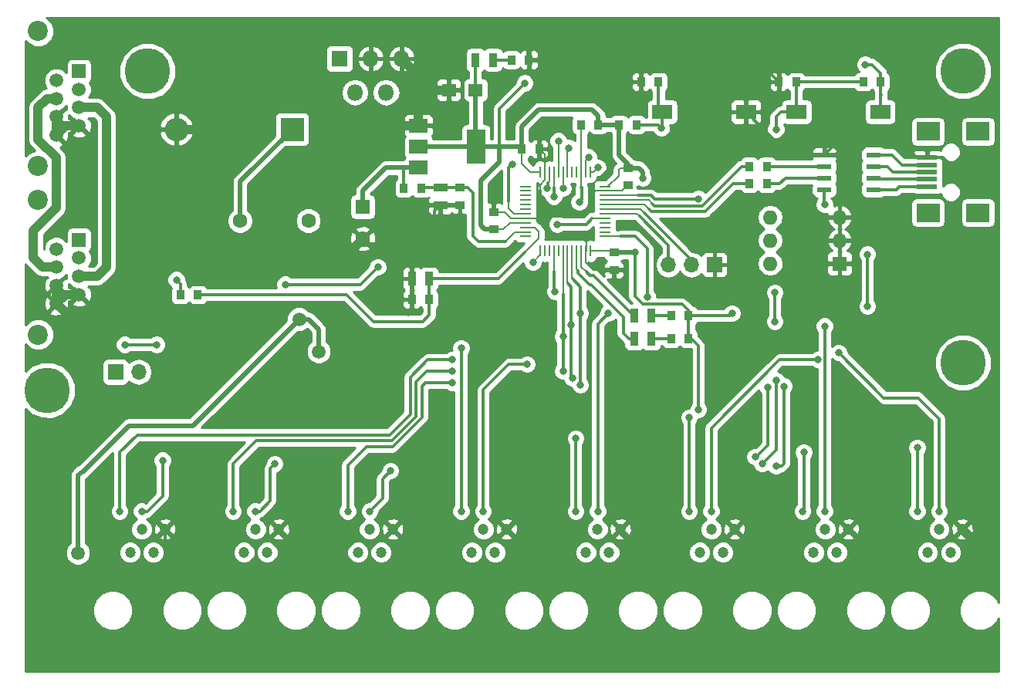
<source format=gbr>
G04 #@! TF.FileFunction,Copper,L1,Top,Signal*
%FSLAX46Y46*%
G04 Gerber Fmt 4.6, Leading zero omitted, Abs format (unit mm)*
G04 Created by KiCad (PCBNEW 4.0.7) date Wed Jul  4 11:14:09 2018*
%MOMM*%
%LPD*%
G01*
G04 APERTURE LIST*
%ADD10C,0.100000*%
%ADD11C,1.200000*%
%ADD12C,5.000000*%
%ADD13R,1.535000X1.400000*%
%ADD14R,1.600000X1.600000*%
%ADD15C,1.600000*%
%ADD16R,0.845000X1.000000*%
%ADD17R,1.000000X0.845000*%
%ADD18R,2.600000X2.600000*%
%ADD19O,2.600000X2.600000*%
%ADD20R,0.970000X1.500000*%
%ADD21R,1.500000X0.970000*%
%ADD22R,1.700000X1.700000*%
%ADD23O,1.700000X1.700000*%
%ADD24R,2.300000X0.500000*%
%ADD25R,2.500000X2.000000*%
%ADD26R,2.000000X3.800000*%
%ADD27R,2.000000X1.500000*%
%ADD28R,1.300000X0.250000*%
%ADD29R,0.250000X1.300000*%
%ADD30R,1.800000X1.800000*%
%ADD31O,1.800000X1.800000*%
%ADD32R,2.180000X1.600000*%
%ADD33R,1.550000X0.600000*%
%ADD34C,2.200000*%
%ADD35R,1.500000X1.500000*%
%ADD36C,1.500000*%
%ADD37O,1.600000X1.600000*%
%ADD38C,0.800000*%
%ADD39C,0.300000*%
%ADD40C,1.000000*%
%ADD41C,0.200000*%
%ADD42C,0.500000*%
%ADD43C,0.250000*%
G04 APERTURE END LIST*
D10*
D11*
X87595000Y-125800000D03*
X88865000Y-123260000D03*
X90135000Y-125800000D03*
X91405000Y-123260000D03*
X75095000Y-125800000D03*
X76365000Y-123260000D03*
X77635000Y-125800000D03*
X78905000Y-123260000D03*
X37595000Y-125800000D03*
X38865000Y-123260000D03*
X40135000Y-125800000D03*
X41405000Y-123260000D03*
X50095000Y-125800000D03*
X51365000Y-123260000D03*
X52635000Y-125800000D03*
X53905000Y-123260000D03*
X62595000Y-125800000D03*
X63865000Y-123260000D03*
X65135000Y-125800000D03*
X66405000Y-123260000D03*
X100095000Y-125800000D03*
X101365000Y-123260000D03*
X102635000Y-125800000D03*
X103905000Y-123260000D03*
X112595000Y-125800000D03*
X113865000Y-123260000D03*
X115135000Y-125800000D03*
X116405000Y-123260000D03*
X125095000Y-125800000D03*
X126365000Y-123260000D03*
X127635000Y-125800000D03*
X128905000Y-123260000D03*
D12*
X28500000Y-108000000D03*
X129000000Y-73000000D03*
X129000000Y-105000000D03*
D13*
X75508500Y-75057000D03*
X72573500Y-75057000D03*
D14*
X63119000Y-87884000D03*
D15*
X63119000Y-91384000D03*
D16*
X95577500Y-74168000D03*
X93652500Y-74168000D03*
X118036500Y-74168000D03*
X119961500Y-74168000D03*
D17*
X90678000Y-94815500D03*
X90678000Y-92890500D03*
D16*
X82496500Y-81534000D03*
X80571500Y-81534000D03*
D17*
X77470000Y-88445500D03*
X77470000Y-90370500D03*
X92202000Y-85544500D03*
X92202000Y-83619500D03*
D18*
X55372000Y-79375000D03*
D19*
X42672000Y-79375000D03*
D20*
X77409000Y-71755000D03*
X75499000Y-71755000D03*
X92898000Y-102362000D03*
X94808000Y-102362000D03*
X92898000Y-99822000D03*
X94808000Y-99822000D03*
X70424000Y-95758000D03*
X68514000Y-95758000D03*
D21*
X71628000Y-85786000D03*
X71628000Y-87696000D03*
D22*
X36000000Y-106000000D03*
D23*
X38540000Y-106000000D03*
D15*
X57150000Y-89408000D03*
X49650000Y-89408000D03*
D22*
X101727000Y-94234000D03*
D23*
X99187000Y-94234000D03*
X96647000Y-94234000D03*
D24*
X125039000Y-85674000D03*
X125039000Y-84874000D03*
X125039000Y-84074000D03*
X125039000Y-83274000D03*
X125039000Y-82474000D03*
D25*
X125139000Y-88524000D03*
X130639000Y-88524000D03*
X125139000Y-79624000D03*
X130639000Y-79624000D03*
D16*
X43106500Y-97536000D03*
X45031500Y-97536000D03*
X70431500Y-98044000D03*
X68506500Y-98044000D03*
X81353500Y-71755000D03*
X79428500Y-71755000D03*
X67617500Y-85852000D03*
X69542500Y-85852000D03*
D17*
X73787000Y-85778500D03*
X73787000Y-87703500D03*
D16*
X87048500Y-78867000D03*
X88973500Y-78867000D03*
X110690500Y-74168000D03*
X108765500Y-74168000D03*
X93164500Y-78867000D03*
X91239500Y-78867000D03*
X96954500Y-102362000D03*
X98879500Y-102362000D03*
X96954500Y-99822000D03*
X98879500Y-99822000D03*
X107452000Y-85344000D03*
X105527000Y-85344000D03*
X107452000Y-83439000D03*
X105527000Y-83439000D03*
D26*
X75540000Y-81280000D03*
D27*
X69240000Y-81280000D03*
X69240000Y-83580000D03*
X69240000Y-78980000D03*
D28*
X80994000Y-85642000D03*
X80994000Y-86142000D03*
X80994000Y-86642000D03*
X80994000Y-87142000D03*
X80994000Y-87642000D03*
X80994000Y-88142000D03*
X80994000Y-88642000D03*
X80994000Y-89142000D03*
X80994000Y-89642000D03*
X80994000Y-90142000D03*
X80994000Y-90642000D03*
X80994000Y-91142000D03*
D29*
X82594000Y-92742000D03*
X83094000Y-92742000D03*
X83594000Y-92742000D03*
X84094000Y-92742000D03*
X84594000Y-92742000D03*
X85094000Y-92742000D03*
X85594000Y-92742000D03*
X86094000Y-92742000D03*
X86594000Y-92742000D03*
X87094000Y-92742000D03*
X87594000Y-92742000D03*
X88094000Y-92742000D03*
D28*
X89694000Y-91142000D03*
X89694000Y-90642000D03*
X89694000Y-90142000D03*
X89694000Y-89642000D03*
X89694000Y-89142000D03*
X89694000Y-88642000D03*
X89694000Y-88142000D03*
X89694000Y-87642000D03*
X89694000Y-87142000D03*
X89694000Y-86642000D03*
X89694000Y-86142000D03*
X89694000Y-85642000D03*
D29*
X88094000Y-84042000D03*
X87594000Y-84042000D03*
X87094000Y-84042000D03*
X86594000Y-84042000D03*
X86094000Y-84042000D03*
X85594000Y-84042000D03*
X85094000Y-84042000D03*
X84594000Y-84042000D03*
X84094000Y-84042000D03*
X83594000Y-84042000D03*
X83094000Y-84042000D03*
X82594000Y-84042000D03*
D30*
X60579000Y-71628000D03*
D31*
X62279000Y-75328000D03*
X63979000Y-71628000D03*
X65679000Y-75328000D03*
X67379000Y-71628000D03*
D32*
X95994000Y-77470000D03*
X105174000Y-77470000D03*
X110726000Y-77470000D03*
X119906000Y-77470000D03*
D33*
X119159000Y-85979000D03*
X119159000Y-84709000D03*
X119159000Y-83439000D03*
X119159000Y-82169000D03*
X113759000Y-82169000D03*
X113759000Y-83439000D03*
X113759000Y-84709000D03*
X113759000Y-85979000D03*
D34*
X27500000Y-83400000D03*
X27500000Y-68600000D03*
D35*
X32000000Y-73000000D03*
D36*
X29500000Y-74000000D03*
X32000000Y-75000000D03*
X29500000Y-76000000D03*
X32000000Y-77000000D03*
X29500000Y-78000000D03*
X32000000Y-79000000D03*
X29500000Y-80000000D03*
D34*
X27500000Y-101900000D03*
X27500000Y-87100000D03*
D35*
X32000000Y-91500000D03*
D36*
X29500000Y-92500000D03*
X32000000Y-93500000D03*
X29500000Y-94500000D03*
X32000000Y-95500000D03*
X29500000Y-96500000D03*
X32000000Y-97500000D03*
X29500000Y-98500000D03*
D12*
X39500000Y-73000000D03*
D14*
X115443000Y-94107000D03*
D37*
X107823000Y-89027000D03*
X115443000Y-91567000D03*
X107823000Y-91567000D03*
X115443000Y-89027000D03*
X107823000Y-94107000D03*
D38*
X42672000Y-95885000D03*
X42926000Y-104394000D03*
X31242000Y-115443000D03*
D36*
X27291000Y-119709000D03*
D38*
X82931000Y-88900000D03*
X76073000Y-93218000D03*
X68072000Y-99441000D03*
X80899000Y-74295000D03*
X118237000Y-72263000D03*
X99949000Y-110109000D03*
X103632000Y-99568000D03*
X92964000Y-92890500D03*
X93853000Y-84709000D03*
D36*
X56134000Y-100203000D03*
X58293000Y-103759000D03*
X31877000Y-125857000D03*
D38*
X95885000Y-79248000D03*
X79502000Y-83185000D03*
X108458000Y-79375000D03*
X84582000Y-80645000D03*
X40513000Y-103000000D03*
X37000000Y-103000000D03*
X36449000Y-121285000D03*
X72898000Y-104648000D03*
X107569000Y-107696000D03*
X41148000Y-115697000D03*
X38862000Y-121285000D03*
X106172000Y-115316000D03*
X48895000Y-121285000D03*
X72898000Y-105918000D03*
X108458000Y-106934000D03*
X106934000Y-116078000D03*
X51308000Y-121285000D03*
X53467000Y-116078000D03*
X61468000Y-121285000D03*
X72898000Y-107188000D03*
X66167000Y-116840000D03*
X109347000Y-107569000D03*
X108458000Y-116332000D03*
X63881000Y-121285000D03*
X73914000Y-121285000D03*
X73914000Y-103378000D03*
X81153000Y-105156000D03*
X76327000Y-121285000D03*
X86487000Y-121285000D03*
X86487000Y-113284000D03*
X90043000Y-99568000D03*
X88900000Y-121285000D03*
X98933000Y-121285000D03*
X98933000Y-110998000D03*
X101346000Y-121285000D03*
X113030000Y-104648000D03*
X111506000Y-114808000D03*
X111379000Y-121285000D03*
X113792000Y-121285000D03*
X113792000Y-100965000D03*
X123952000Y-114300000D03*
X123952000Y-121285000D03*
X115316000Y-103886000D03*
X126365000Y-121285000D03*
X84201000Y-97155000D03*
X83312000Y-85852000D03*
X84074000Y-86741000D03*
X85090000Y-85852000D03*
X108331000Y-97282000D03*
X108331000Y-100457000D03*
X94361000Y-97790000D03*
X86995000Y-99568000D03*
X86995000Y-107442000D03*
X86106000Y-106680000D03*
X85979000Y-100838000D03*
X85090000Y-102108000D03*
X85090000Y-105918000D03*
X118491000Y-98806000D03*
X118491000Y-93091000D03*
X85725000Y-81407000D03*
X81788000Y-93980000D03*
X113792000Y-87630000D03*
X86868000Y-87376000D03*
X64770000Y-94488000D03*
X54610000Y-96393000D03*
X84455000Y-89789000D03*
X99949000Y-86995000D03*
X88900000Y-83566000D03*
X87884000Y-82423000D03*
D39*
X43106500Y-97536000D02*
X43106500Y-96319500D01*
X43106500Y-96319500D02*
X42672000Y-95885000D01*
X41529000Y-108331000D02*
X32131000Y-108331000D01*
X42672000Y-107188000D02*
X41529000Y-108331000D01*
X42672000Y-104648000D02*
X42672000Y-107188000D01*
X42926000Y-104394000D02*
X42672000Y-104648000D01*
X115443000Y-89027000D02*
X121920000Y-89027000D01*
X121920000Y-89027000D02*
X122809000Y-89916000D01*
D40*
X32131000Y-114554000D02*
X32131000Y-108331000D01*
X32131000Y-108331000D02*
X32131000Y-101131000D01*
X31242000Y-115443000D02*
X32131000Y-114554000D01*
X32131000Y-101131000D02*
X29500000Y-98500000D01*
X29500000Y-96500000D02*
X29500000Y-98500000D01*
X29500000Y-98500000D02*
X30500000Y-97500000D01*
X30500000Y-97500000D02*
X32000000Y-97500000D01*
X29500000Y-78000000D02*
X29500000Y-80000000D01*
X29500000Y-80000000D02*
X30500000Y-79000000D01*
X30500000Y-79000000D02*
X32000000Y-79000000D01*
D41*
X88138000Y-86142000D02*
X88138000Y-85598000D01*
X89916000Y-83820000D02*
X89916000Y-81153000D01*
X88138000Y-85598000D02*
X89916000Y-83820000D01*
D39*
X73787000Y-87703500D02*
X71635500Y-87703500D01*
X71635500Y-87703500D02*
X71628000Y-87696000D01*
X70993000Y-90109000D02*
X70993000Y-88331000D01*
X70993000Y-88331000D02*
X71628000Y-87696000D01*
D40*
X46609000Y-92583000D02*
X46609000Y-80391000D01*
X46609000Y-80391000D02*
X45593000Y-79375000D01*
X27178000Y-119761000D02*
X27239000Y-119761000D01*
X27239000Y-119761000D02*
X27291000Y-119709000D01*
X42672000Y-79375000D02*
X45593000Y-79375000D01*
X45593000Y-79375000D02*
X46228000Y-79375000D01*
X60946000Y-78980000D02*
X69240000Y-78980000D01*
X57150000Y-75184000D02*
X60946000Y-78980000D01*
X50419000Y-75184000D02*
X57150000Y-75184000D01*
X46228000Y-79375000D02*
X50419000Y-75184000D01*
D42*
X72573500Y-75057000D02*
X72573500Y-69920500D01*
X81353500Y-70685500D02*
X81353500Y-71755000D01*
X80264000Y-69596000D02*
X81353500Y-70685500D01*
X72898000Y-69596000D02*
X80264000Y-69596000D01*
X72573500Y-69920500D02*
X72898000Y-69596000D01*
D40*
X72573500Y-75057000D02*
X69240000Y-75057000D01*
X69240000Y-78980000D02*
X69240000Y-75057000D01*
X69240000Y-75057000D02*
X69240000Y-73489000D01*
X69240000Y-73489000D02*
X67379000Y-71628000D01*
D42*
X62547500Y-92011500D02*
X69659500Y-92011500D01*
X69659500Y-92011500D02*
X70104000Y-91567000D01*
D40*
X63119000Y-91384000D02*
X63119000Y-91440000D01*
X63119000Y-91440000D02*
X62547500Y-92011500D01*
X62547500Y-92011500D02*
X61976000Y-92583000D01*
X61976000Y-92583000D02*
X46609000Y-92583000D01*
D39*
X126797000Y-82474000D02*
X125039000Y-82474000D01*
X129286000Y-84963000D02*
X126797000Y-82474000D01*
X129286000Y-86360000D02*
X129286000Y-84963000D01*
X127635000Y-88011000D02*
X129286000Y-86360000D01*
X127635000Y-89916000D02*
X127635000Y-88011000D01*
X126111000Y-91440000D02*
X127635000Y-89916000D01*
X124333000Y-91440000D02*
X126111000Y-91440000D01*
X122809000Y-89916000D02*
X124333000Y-91440000D01*
X125039000Y-82474000D02*
X123876000Y-82474000D01*
X123876000Y-82474000D02*
X121793000Y-80391000D01*
X121793000Y-80391000D02*
X115537000Y-80391000D01*
X115537000Y-80391000D02*
X113759000Y-82169000D01*
X113759000Y-82169000D02*
X109873000Y-82169000D01*
X109873000Y-82169000D02*
X105174000Y-77470000D01*
X93652500Y-74168000D02*
X93652500Y-71755000D01*
X93652500Y-71755000D02*
X93472000Y-71755000D01*
X105174000Y-77470000D02*
X105174000Y-71755000D01*
X105174000Y-71755000D02*
X105029000Y-71755000D01*
X93472000Y-71755000D02*
X105029000Y-71755000D01*
X105029000Y-71755000D02*
X106352500Y-71755000D01*
X106352500Y-71755000D02*
X108765500Y-74168000D01*
D41*
X87630000Y-92706000D02*
X87630000Y-91059000D01*
D39*
X82931000Y-90043000D02*
X83947000Y-91059000D01*
X83947000Y-91059000D02*
X87630000Y-91059000D01*
X82931000Y-90043000D02*
X82931000Y-88900000D01*
D41*
X87630000Y-92706000D02*
X87594000Y-92742000D01*
X89694000Y-86142000D02*
X88138000Y-86142000D01*
X88138000Y-86142000D02*
X88138000Y-86106000D01*
D39*
X86868000Y-88900000D02*
X82931000Y-88900000D01*
X88138000Y-87630000D02*
X88138000Y-86106000D01*
X86868000Y-88900000D02*
X88138000Y-87630000D01*
X82550000Y-86106000D02*
X82550000Y-88519000D01*
D41*
X83094000Y-84927000D02*
X82550000Y-85471000D01*
X82550000Y-85471000D02*
X82550000Y-86106000D01*
X83094000Y-84042000D02*
X83094000Y-84927000D01*
D39*
X82550000Y-88519000D02*
X82931000Y-88900000D01*
D41*
X80994000Y-89142000D02*
X82689000Y-89142000D01*
X82689000Y-89142000D02*
X82931000Y-88900000D01*
D39*
X76073000Y-93218000D02*
X74041000Y-93218000D01*
X74041000Y-93218000D02*
X73406000Y-92583000D01*
X73406000Y-92583000D02*
X73406000Y-90116500D01*
D42*
X68514000Y-95758000D02*
X68514000Y-93157000D01*
X68514000Y-93157000D02*
X70104000Y-91567000D01*
X70993000Y-90678000D02*
X70993000Y-90109000D01*
X70104000Y-91567000D02*
X70993000Y-90678000D01*
D39*
X68506500Y-99006500D02*
X68506500Y-98044000D01*
X68072000Y-99441000D02*
X68506500Y-99006500D01*
X108765500Y-74168000D02*
X108765500Y-73967500D01*
X93472000Y-71755000D02*
X81353500Y-71755000D01*
X105174000Y-77470000D02*
X105590500Y-77470000D01*
X70993000Y-90109000D02*
X73398500Y-90109000D01*
X73398500Y-90109000D02*
X73406000Y-90116500D01*
X68514000Y-95758000D02*
X68514000Y-98036500D01*
X68514000Y-98036500D02*
X68506500Y-98044000D01*
D40*
X27178000Y-125857000D02*
X27178000Y-119761000D01*
X27178000Y-119761000D02*
X27178000Y-119507000D01*
X27178000Y-119507000D02*
X31242000Y-115443000D01*
X45085000Y-129032000D02*
X30353000Y-129032000D01*
X30353000Y-129032000D02*
X27178000Y-125857000D01*
D39*
X53905000Y-123260000D02*
X53905000Y-123628000D01*
X53905000Y-123628000D02*
X55753000Y-125476000D01*
X55753000Y-125476000D02*
X55753000Y-129032000D01*
X66405000Y-123260000D02*
X66491000Y-123260000D01*
X66491000Y-123260000D02*
X68453000Y-125222000D01*
X68453000Y-125222000D02*
X68453000Y-129032000D01*
X78905000Y-123260000D02*
X79064000Y-123260000D01*
X79064000Y-123260000D02*
X81153000Y-125349000D01*
X81153000Y-125349000D02*
X81153000Y-129032000D01*
X91405000Y-123260000D02*
X91405000Y-123790000D01*
X91405000Y-123790000D02*
X92837000Y-125222000D01*
X92837000Y-125222000D02*
X92837000Y-129032000D01*
X103905000Y-123260000D02*
X103905000Y-123336000D01*
X103905000Y-123336000D02*
X106045000Y-125476000D01*
X106045000Y-125476000D02*
X106045000Y-129032000D01*
X116405000Y-123260000D02*
X116656000Y-123260000D01*
X116656000Y-123260000D02*
X118364000Y-124968000D01*
X118364000Y-124968000D02*
X118364000Y-129032000D01*
X118364000Y-129032000D02*
X118491000Y-129032000D01*
X41405000Y-123260000D02*
X41405000Y-125479000D01*
D40*
X130556000Y-124911000D02*
X128905000Y-123260000D01*
X130556000Y-127254000D02*
X130556000Y-124911000D01*
X128778000Y-129032000D02*
X130556000Y-127254000D01*
D39*
X44958000Y-129032000D02*
X45085000Y-129032000D01*
D40*
X45085000Y-129032000D02*
X55753000Y-129032000D01*
X55753000Y-129032000D02*
X68453000Y-129032000D01*
X68453000Y-129032000D02*
X81153000Y-129032000D01*
X81153000Y-129032000D02*
X92837000Y-129032000D01*
X92837000Y-129032000D02*
X106045000Y-129032000D01*
X106045000Y-129032000D02*
X118491000Y-129032000D01*
X118491000Y-129032000D02*
X128778000Y-129032000D01*
D39*
X41405000Y-125479000D02*
X44958000Y-129032000D01*
D41*
X87594000Y-92742000D02*
X87594000Y-93944000D01*
X88465500Y-94815500D02*
X90678000Y-94815500D01*
X87594000Y-93944000D02*
X88465500Y-94815500D01*
X80994000Y-89142000D02*
X79363000Y-89142000D01*
X79363000Y-89142000D02*
X78666500Y-88445500D01*
X78666500Y-88445500D02*
X77470000Y-88445500D01*
X83094000Y-84042000D02*
X83094000Y-82131500D01*
X83094000Y-82131500D02*
X82496500Y-81534000D01*
X89694000Y-86142000D02*
X91604500Y-86142000D01*
X91604500Y-86142000D02*
X92202000Y-85544500D01*
D39*
X119961500Y-74168000D02*
X119961500Y-73225500D01*
X80899000Y-74295000D02*
X78359000Y-76835000D01*
X118999000Y-72263000D02*
X118237000Y-72263000D01*
X119961500Y-73225500D02*
X118999000Y-72263000D01*
D41*
X89694000Y-85642000D02*
X89999000Y-85642000D01*
X89999000Y-85642000D02*
X91186000Y-84455000D01*
X91386500Y-83619500D02*
X92202000Y-83619500D01*
X91186000Y-83820000D02*
X91386500Y-83619500D01*
X91186000Y-84455000D02*
X91186000Y-83820000D01*
D42*
X76073000Y-89916000D02*
X76073000Y-84963000D01*
X78105000Y-82931000D02*
X78105000Y-81280000D01*
X76073000Y-84963000D02*
X78105000Y-82931000D01*
D39*
X75499000Y-71755000D02*
X75499000Y-75047500D01*
X75499000Y-75047500D02*
X75508500Y-75057000D01*
D42*
X75508500Y-75057000D02*
X75508500Y-81248500D01*
X75508500Y-81248500D02*
X75540000Y-81280000D01*
X75540000Y-81280000D02*
X78105000Y-81280000D01*
X69240000Y-81280000D02*
X75540000Y-81280000D01*
D39*
X78105000Y-81280000D02*
X78105000Y-77089000D01*
X78105000Y-77089000D02*
X78359000Y-76835000D01*
X120015000Y-75565000D02*
X119961500Y-75565000D01*
X119961500Y-75565000D02*
X120015000Y-75565000D01*
X120015000Y-75565000D02*
X119961500Y-75565000D01*
X119961500Y-74168000D02*
X119961500Y-75565000D01*
X119961500Y-75565000D02*
X119961500Y-77414500D01*
X119961500Y-77414500D02*
X119906000Y-77470000D01*
X99949000Y-103124000D02*
X99187000Y-102362000D01*
X99949000Y-110109000D02*
X99949000Y-103124000D01*
X99187000Y-102362000D02*
X98879500Y-102362000D01*
X98879500Y-99822000D02*
X103378000Y-99822000D01*
X103378000Y-99822000D02*
X103632000Y-99568000D01*
X92964000Y-92890500D02*
X92964000Y-97663000D01*
X98171000Y-98552000D02*
X98879500Y-99260500D01*
X93853000Y-98552000D02*
X98171000Y-98552000D01*
X92964000Y-97663000D02*
X93853000Y-98552000D01*
X98879500Y-99822000D02*
X98879500Y-99260500D01*
D42*
X93398500Y-83619500D02*
X92202000Y-83619500D01*
X93853000Y-84074000D02*
X93398500Y-83619500D01*
X93853000Y-84709000D02*
X93853000Y-84074000D01*
X80571500Y-81534000D02*
X80571500Y-79067500D01*
X88973500Y-77924500D02*
X88973500Y-78867000D01*
X88265000Y-77216000D02*
X88973500Y-77924500D01*
X82423000Y-77216000D02*
X88265000Y-77216000D01*
X80571500Y-79067500D02*
X82423000Y-77216000D01*
X91239500Y-78867000D02*
X91239500Y-82222500D01*
D39*
X92202000Y-83185000D02*
X92202000Y-83619500D01*
D42*
X91239500Y-82222500D02*
X92202000Y-83185000D01*
X90678000Y-92890500D02*
X92964000Y-92890500D01*
X77470000Y-90370500D02*
X76527500Y-90370500D01*
X76527500Y-90370500D02*
X76073000Y-89916000D01*
X80317500Y-81280000D02*
X78105000Y-81280000D01*
D39*
X80317500Y-81280000D02*
X80571500Y-81534000D01*
X119834500Y-77398500D02*
X119906000Y-77470000D01*
D42*
X88973500Y-78867000D02*
X91239500Y-78867000D01*
D39*
X98879500Y-99822000D02*
X98879500Y-102362000D01*
D41*
X88094000Y-92742000D02*
X90529500Y-92742000D01*
X90529500Y-92742000D02*
X90678000Y-92890500D01*
X77470000Y-90370500D02*
X78539500Y-90370500D01*
X79268000Y-89642000D02*
X80994000Y-89642000D01*
X78539500Y-90370500D02*
X79268000Y-89642000D01*
X82594000Y-84042000D02*
X81502000Y-84042000D01*
X80571500Y-83111500D02*
X80571500Y-81534000D01*
X81502000Y-84042000D02*
X80571500Y-83111500D01*
D39*
X67617500Y-85852000D02*
X67617500Y-83580000D01*
X67691000Y-83566000D02*
X67691000Y-83580000D01*
X67631500Y-83566000D02*
X67691000Y-83566000D01*
X67617500Y-83580000D02*
X67631500Y-83566000D01*
D42*
X63119000Y-87884000D02*
X63119000Y-86106000D01*
X65645000Y-83580000D02*
X67691000Y-83580000D01*
X67691000Y-83580000D02*
X69240000Y-83580000D01*
X63119000Y-86106000D02*
X65645000Y-83580000D01*
X58293000Y-103759000D02*
X58293000Y-101346000D01*
X58293000Y-101346000D02*
X57150000Y-100203000D01*
X57150000Y-100203000D02*
X56134000Y-100203000D01*
X31877000Y-117348000D02*
X31877000Y-125857000D01*
X32258000Y-116967000D02*
X31877000Y-117348000D01*
X32385000Y-116967000D02*
X32258000Y-116967000D01*
X37465000Y-111887000D02*
X32385000Y-116967000D01*
X44450000Y-111887000D02*
X37465000Y-111887000D01*
X56134000Y-100203000D02*
X44450000Y-111887000D01*
D39*
X93164500Y-78867000D02*
X95504000Y-78867000D01*
X95504000Y-78867000D02*
X95885000Y-79248000D01*
X95994000Y-79139000D02*
X95994000Y-77470000D01*
X95885000Y-79248000D02*
X95994000Y-79139000D01*
X95577500Y-74168000D02*
X95577500Y-77053500D01*
X95577500Y-77053500D02*
X95994000Y-77470000D01*
X79121000Y-87249000D02*
X79121000Y-83566000D01*
D41*
X79752000Y-88642000D02*
X79121000Y-88011000D01*
X79121000Y-88011000D02*
X79121000Y-87249000D01*
X80994000Y-88642000D02*
X79752000Y-88642000D01*
D39*
X79121000Y-83566000D02*
X79502000Y-83185000D01*
X95704500Y-77343000D02*
X95631000Y-77343000D01*
X95704500Y-77343000D02*
X95831500Y-77307500D01*
X95831500Y-77307500D02*
X95994000Y-77470000D01*
X110726000Y-77470000D02*
X108966000Y-77470000D01*
X108966000Y-77470000D02*
X108458000Y-77978000D01*
X108458000Y-77978000D02*
X108458000Y-79375000D01*
X110690500Y-74168000D02*
X118036500Y-74168000D01*
X110726000Y-77470000D02*
X110726000Y-74203500D01*
X110726000Y-74203500D02*
X110690500Y-74168000D01*
D41*
X84594000Y-80657000D02*
X84582000Y-80645000D01*
X84594000Y-84042000D02*
X84594000Y-80657000D01*
D42*
X49650000Y-89408000D02*
X49650000Y-85097000D01*
X49650000Y-85097000D02*
X55372000Y-79375000D01*
D39*
X77409000Y-71755000D02*
X79428500Y-71755000D01*
X40513000Y-103000000D02*
X37000000Y-103000000D01*
D40*
X29500000Y-76000000D02*
X28500000Y-76000000D01*
X28000000Y-94500000D02*
X29500000Y-94500000D01*
X27000000Y-93500000D02*
X28000000Y-94500000D01*
X27000000Y-90500000D02*
X27000000Y-93500000D01*
X29500000Y-88000000D02*
X27000000Y-90500000D01*
X29500000Y-82500000D02*
X29500000Y-88000000D01*
X27500000Y-80500000D02*
X29500000Y-82500000D01*
X27500000Y-77000000D02*
X27500000Y-80500000D01*
X28500000Y-76000000D02*
X27500000Y-77000000D01*
X32000000Y-95500000D02*
X34000000Y-95500000D01*
X34000000Y-77000000D02*
X32000000Y-77000000D01*
X35000000Y-78000000D02*
X34000000Y-77000000D01*
X35000000Y-94500000D02*
X35000000Y-78000000D01*
X34000000Y-95500000D02*
X35000000Y-94500000D01*
D39*
X96954500Y-102362000D02*
X94808000Y-102362000D01*
X88011000Y-96393000D02*
X88138000Y-96393000D01*
X91694000Y-99949000D02*
X91694000Y-101727000D01*
X88138000Y-96393000D02*
X91694000Y-99949000D01*
D41*
X86594000Y-92742000D02*
X86594000Y-94722000D01*
D39*
X92329000Y-102362000D02*
X91694000Y-101727000D01*
X92329000Y-102362000D02*
X92898000Y-102362000D01*
X88011000Y-96393000D02*
X86741000Y-95123000D01*
X86741000Y-95123000D02*
X86741000Y-94869000D01*
D41*
X86594000Y-94722000D02*
X86741000Y-94869000D01*
D39*
X94808000Y-99822000D02*
X96954500Y-99822000D01*
D41*
X87094000Y-92742000D02*
X87094000Y-94460000D01*
D39*
X88011000Y-95377000D02*
X87630000Y-94996000D01*
X88392000Y-95377000D02*
X88011000Y-95377000D01*
X88392000Y-95377000D02*
X92837000Y-99822000D01*
D41*
X87094000Y-94460000D02*
X87630000Y-94996000D01*
D39*
X92898000Y-99822000D02*
X92837000Y-99822000D01*
X125039000Y-84874000D02*
X119324000Y-84874000D01*
X119324000Y-84874000D02*
X119159000Y-84709000D01*
X119159000Y-83439000D02*
X120650000Y-83439000D01*
X121285000Y-84074000D02*
X125039000Y-84074000D01*
X120650000Y-83439000D02*
X121285000Y-84074000D01*
X107452000Y-83439000D02*
X113759000Y-83439000D01*
X113759000Y-84709000D02*
X109474000Y-84709000D01*
X108839000Y-85344000D02*
X107452000Y-85344000D01*
X109474000Y-84709000D02*
X108839000Y-85344000D01*
X36449000Y-121285000D02*
X36449000Y-114808000D01*
X70231000Y-104648000D02*
X72898000Y-104648000D01*
X68326000Y-106553000D02*
X70231000Y-104648000D01*
X68326000Y-110617000D02*
X68326000Y-106553000D01*
X66040000Y-112903000D02*
X68326000Y-110617000D01*
X38354000Y-112903000D02*
X66040000Y-112903000D01*
X36449000Y-114808000D02*
X38354000Y-112903000D01*
X106299000Y-115316000D02*
X106172000Y-115316000D01*
X107569000Y-114046000D02*
X106299000Y-115316000D01*
X107569000Y-112268000D02*
X107569000Y-114046000D01*
X107569000Y-107696000D02*
X107569000Y-112268000D01*
X38862000Y-121285000D02*
X39497000Y-121285000D01*
X39497000Y-121285000D02*
X41148000Y-119634000D01*
X41148000Y-119634000D02*
X41148000Y-115697000D01*
X72898000Y-105918000D02*
X70104000Y-105918000D01*
X51435000Y-113538000D02*
X48895000Y-116078000D01*
X66294000Y-113538000D02*
X51435000Y-113538000D01*
X68961000Y-110871000D02*
X66294000Y-113538000D01*
X68961000Y-107061000D02*
X68961000Y-110871000D01*
X70104000Y-105918000D02*
X68961000Y-107061000D01*
X48895000Y-116078000D02*
X48895000Y-121285000D01*
X108458000Y-114554000D02*
X106934000Y-116078000D01*
X108458000Y-106934000D02*
X108458000Y-114554000D01*
X52959000Y-116586000D02*
X53467000Y-116078000D01*
X52959000Y-120142000D02*
X52959000Y-116586000D01*
X51816000Y-121285000D02*
X52959000Y-120142000D01*
X51308000Y-121285000D02*
X51816000Y-121285000D01*
X72898000Y-107188000D02*
X69977000Y-107188000D01*
X63500000Y-114173000D02*
X61468000Y-116205000D01*
X66421000Y-114173000D02*
X63500000Y-114173000D01*
X69596000Y-110998000D02*
X66421000Y-114173000D01*
X69596000Y-107569000D02*
X69596000Y-110998000D01*
X69977000Y-107188000D02*
X69596000Y-107569000D01*
X61468000Y-116205000D02*
X61468000Y-121285000D01*
X65278000Y-118872000D02*
X65278000Y-117729000D01*
X65278000Y-117729000D02*
X66167000Y-116840000D01*
X108458000Y-116332000D02*
X109093000Y-116332000D01*
X109347000Y-116078000D02*
X109347000Y-107569000D01*
X109093000Y-116332000D02*
X109347000Y-116078000D01*
X63881000Y-121285000D02*
X65278000Y-119888000D01*
X65278000Y-119888000D02*
X65278000Y-118872000D01*
X73914000Y-103378000D02*
X73914000Y-121285000D01*
X76327000Y-108077000D02*
X76327000Y-107950000D01*
X79121000Y-105156000D02*
X81153000Y-105156000D01*
X76327000Y-107950000D02*
X79121000Y-105156000D01*
X76327000Y-108077000D02*
X76327000Y-121285000D01*
X86487000Y-113284000D02*
X86487000Y-121285000D01*
X88900000Y-121285000D02*
X88900000Y-100711000D01*
X88900000Y-100711000D02*
X90043000Y-99568000D01*
X98933000Y-110998000D02*
X98933000Y-121285000D01*
X113030000Y-104648000D02*
X108839000Y-104648000D01*
X108839000Y-104648000D02*
X101346000Y-112141000D01*
X101346000Y-112141000D02*
X101346000Y-121285000D01*
X111506000Y-121158000D02*
X111506000Y-114808000D01*
X111506000Y-121158000D02*
X111379000Y-121285000D01*
X113792000Y-100965000D02*
X113792000Y-121285000D01*
X123952000Y-114300000D02*
X123952000Y-121285000D01*
X124079000Y-108839000D02*
X126365000Y-111125000D01*
X120269000Y-108839000D02*
X124079000Y-108839000D01*
X115316000Y-103886000D02*
X120269000Y-108839000D01*
X126365000Y-111125000D02*
X126365000Y-121285000D01*
X99187000Y-94234000D02*
X99187000Y-93726000D01*
X99187000Y-93726000D02*
X93980000Y-88519000D01*
D41*
X93603000Y-88142000D02*
X93980000Y-88519000D01*
X93091000Y-88142000D02*
X93603000Y-88142000D01*
X93091000Y-88142000D02*
X89694000Y-88142000D01*
D39*
X96647000Y-94234000D02*
X96647000Y-92075000D01*
D41*
X93214000Y-88642000D02*
X93472000Y-88900000D01*
X93214000Y-88642000D02*
X89694000Y-88642000D01*
D39*
X96647000Y-92075000D02*
X93472000Y-88900000D01*
X84094000Y-97048000D02*
X84201000Y-97155000D01*
X84094000Y-97048000D02*
X84094000Y-94976000D01*
D41*
X84094000Y-92742000D02*
X84094000Y-94976000D01*
D39*
X61341000Y-97536000D02*
X64262000Y-100457000D01*
X70431500Y-99748500D02*
X70431500Y-98044000D01*
X69723000Y-100457000D02*
X70431500Y-99748500D01*
X64262000Y-100457000D02*
X69723000Y-100457000D01*
X45031500Y-97536000D02*
X61341000Y-97536000D01*
X70424000Y-95758000D02*
X77978000Y-95758000D01*
D41*
X82014000Y-90142000D02*
X82423000Y-90551000D01*
X82423000Y-90551000D02*
X82423000Y-91313000D01*
X82423000Y-91313000D02*
X80899000Y-92837000D01*
X82014000Y-90142000D02*
X80994000Y-90142000D01*
D39*
X77978000Y-95758000D02*
X80899000Y-92837000D01*
X70424000Y-95758000D02*
X70424000Y-98036500D01*
X70424000Y-98036500D02*
X70431500Y-98044000D01*
X71628000Y-85786000D02*
X69608500Y-85786000D01*
X69608500Y-85786000D02*
X69542500Y-85852000D01*
X73787000Y-85778500D02*
X71635500Y-85778500D01*
X71635500Y-85778500D02*
X71628000Y-85786000D01*
X73787000Y-85778500D02*
X74602500Y-85778500D01*
X75184000Y-91059000D02*
X75819000Y-91694000D01*
X75184000Y-86360000D02*
X75184000Y-91059000D01*
X74602500Y-85778500D02*
X75184000Y-86360000D01*
X75819000Y-91694000D02*
X78740000Y-91694000D01*
D41*
X79792000Y-90642000D02*
X78740000Y-91694000D01*
X79792000Y-90642000D02*
X80994000Y-90642000D01*
D39*
X83439000Y-85725000D02*
X83439000Y-85217000D01*
X83312000Y-85852000D02*
X83439000Y-85725000D01*
D41*
X83594000Y-84042000D02*
X83594000Y-85062000D01*
X83594000Y-85062000D02*
X83439000Y-85217000D01*
D39*
X84094000Y-85725000D02*
X84094000Y-86721000D01*
X84094000Y-86721000D02*
X84074000Y-86741000D01*
D41*
X84094000Y-84042000D02*
X84094000Y-85725000D01*
X85094000Y-85848000D02*
X85090000Y-85852000D01*
X85094000Y-84042000D02*
X85094000Y-85848000D01*
D39*
X108331000Y-97282000D02*
X108331000Y-100457000D01*
X91396000Y-91142000D02*
X93047000Y-91142000D01*
X94361000Y-92456000D02*
X94361000Y-97790000D01*
X93047000Y-91142000D02*
X94361000Y-92456000D01*
D41*
X89694000Y-91142000D02*
X91396000Y-91142000D01*
D39*
X86995000Y-107442000D02*
X86995000Y-99568000D01*
X86995000Y-99568000D02*
X86995000Y-96647000D01*
X86995000Y-96647000D02*
X86106000Y-95758000D01*
D41*
X86094000Y-92742000D02*
X86094000Y-95746000D01*
X86094000Y-95746000D02*
X86106000Y-95758000D01*
D39*
X85979000Y-106553000D02*
X85979000Y-100838000D01*
X86106000Y-106680000D02*
X85979000Y-106553000D01*
D41*
X85594000Y-92742000D02*
X85594000Y-96262000D01*
D39*
X85979000Y-100838000D02*
X85979000Y-96647000D01*
X85979000Y-96647000D02*
X85598000Y-96266000D01*
D41*
X85594000Y-96262000D02*
X85598000Y-96266000D01*
X85094000Y-92742000D02*
X85094000Y-97405000D01*
D39*
X85090000Y-105918000D02*
X85090000Y-102108000D01*
X85090000Y-102108000D02*
X85090000Y-97409000D01*
D41*
X85094000Y-97405000D02*
X85090000Y-97409000D01*
D39*
X118491000Y-98806000D02*
X118491000Y-93091000D01*
D41*
X85594000Y-81538000D02*
X85725000Y-81407000D01*
X85594000Y-84042000D02*
X85594000Y-81538000D01*
D39*
X119159000Y-85979000D02*
X121666000Y-85979000D01*
X121971000Y-85674000D02*
X125039000Y-85674000D01*
X121666000Y-85979000D02*
X121971000Y-85674000D01*
X119159000Y-82169000D02*
X121158000Y-82169000D01*
X122263000Y-83274000D02*
X125039000Y-83274000D01*
X121158000Y-82169000D02*
X122263000Y-83274000D01*
X94488000Y-88138000D02*
X94742000Y-88392000D01*
D41*
X93992000Y-87642000D02*
X94488000Y-88138000D01*
X93345000Y-87642000D02*
X93992000Y-87642000D01*
D39*
X94742000Y-88392000D02*
X95504000Y-88392000D01*
X100711000Y-88392000D02*
X103759000Y-85344000D01*
X105527000Y-85344000D02*
X103759000Y-85344000D01*
X95504000Y-88392000D02*
X100711000Y-88392000D01*
D41*
X93345000Y-87642000D02*
X89694000Y-87642000D01*
D39*
X94869000Y-87503000D02*
X95123000Y-87757000D01*
D41*
X94508000Y-87142000D02*
X94869000Y-87503000D01*
X93853000Y-87142000D02*
X94508000Y-87142000D01*
D39*
X104648000Y-83439000D02*
X105527000Y-83439000D01*
X100330000Y-87757000D02*
X104648000Y-83439000D01*
X95123000Y-87757000D02*
X100330000Y-87757000D01*
D41*
X93853000Y-87142000D02*
X89694000Y-87142000D01*
X82594000Y-92742000D02*
X82594000Y-93174000D01*
X82594000Y-93174000D02*
X81788000Y-93980000D01*
X82594000Y-92742000D02*
X82594000Y-92920000D01*
D39*
X113759000Y-85979000D02*
X113759000Y-87597000D01*
X113759000Y-87597000D02*
X113792000Y-87630000D01*
X87122000Y-85725000D02*
X87122000Y-87122000D01*
X87122000Y-85725000D02*
X87094000Y-85725000D01*
D41*
X87094000Y-85725000D02*
X87094000Y-84042000D01*
D39*
X87122000Y-87122000D02*
X86868000Y-87376000D01*
D41*
X87094000Y-84042000D02*
X87094000Y-78912500D01*
X87094000Y-78912500D02*
X87048500Y-78867000D01*
D39*
X62865000Y-96393000D02*
X54610000Y-96393000D01*
X64770000Y-94488000D02*
X62865000Y-96393000D01*
D41*
X89694000Y-89142000D02*
X88277000Y-89142000D01*
D39*
X87630000Y-89789000D02*
X88277000Y-89142000D01*
X84455000Y-89789000D02*
X87630000Y-89789000D01*
X94107000Y-86642000D02*
X94770000Y-86642000D01*
X94770000Y-86642000D02*
X95123000Y-86995000D01*
X93444000Y-86642000D02*
X94107000Y-86642000D01*
X93345000Y-86642000D02*
X93444000Y-86642000D01*
D41*
X89694000Y-86642000D02*
X93345000Y-86642000D01*
D39*
X95123000Y-86995000D02*
X99949000Y-86995000D01*
D41*
X88094000Y-84042000D02*
X88424000Y-84042000D01*
X88424000Y-84042000D02*
X88900000Y-83566000D01*
X87884000Y-82423000D02*
X87884000Y-82423000D01*
X87884000Y-82423000D02*
X87594000Y-82713000D01*
X87594000Y-82713000D02*
X87594000Y-84042000D01*
D43*
G36*
X132875000Y-131321200D02*
X132697363Y-130891285D01*
X132072007Y-130264837D01*
X131254521Y-129925387D01*
X130369362Y-129924615D01*
X129551285Y-130262637D01*
X128924837Y-130887993D01*
X128585387Y-131705479D01*
X128584615Y-132590638D01*
X128922637Y-133408715D01*
X129547993Y-134035163D01*
X130365479Y-134374613D01*
X131250638Y-134375385D01*
X132068715Y-134037363D01*
X132695163Y-133412007D01*
X132875000Y-132978912D01*
X132875000Y-138875000D01*
X26125000Y-138875000D01*
X26125000Y-132590638D01*
X33464615Y-132590638D01*
X33802637Y-133408715D01*
X34427993Y-134035163D01*
X35245479Y-134374613D01*
X36130638Y-134375385D01*
X36948715Y-134037363D01*
X37575163Y-133412007D01*
X37914613Y-132594521D01*
X37914616Y-132590638D01*
X41084615Y-132590638D01*
X41422637Y-133408715D01*
X42047993Y-134035163D01*
X42865479Y-134374613D01*
X43750638Y-134375385D01*
X44568715Y-134037363D01*
X45195163Y-133412007D01*
X45534613Y-132594521D01*
X45534616Y-132590638D01*
X45964615Y-132590638D01*
X46302637Y-133408715D01*
X46927993Y-134035163D01*
X47745479Y-134374613D01*
X48630638Y-134375385D01*
X49448715Y-134037363D01*
X50075163Y-133412007D01*
X50414613Y-132594521D01*
X50414616Y-132590638D01*
X53584615Y-132590638D01*
X53922637Y-133408715D01*
X54547993Y-134035163D01*
X55365479Y-134374613D01*
X56250638Y-134375385D01*
X57068715Y-134037363D01*
X57695163Y-133412007D01*
X58034613Y-132594521D01*
X58034616Y-132590638D01*
X58464615Y-132590638D01*
X58802637Y-133408715D01*
X59427993Y-134035163D01*
X60245479Y-134374613D01*
X61130638Y-134375385D01*
X61948715Y-134037363D01*
X62575163Y-133412007D01*
X62914613Y-132594521D01*
X62914616Y-132590638D01*
X66084615Y-132590638D01*
X66422637Y-133408715D01*
X67047993Y-134035163D01*
X67865479Y-134374613D01*
X68750638Y-134375385D01*
X69568715Y-134037363D01*
X70195163Y-133412007D01*
X70534613Y-132594521D01*
X70534616Y-132590638D01*
X70964615Y-132590638D01*
X71302637Y-133408715D01*
X71927993Y-134035163D01*
X72745479Y-134374613D01*
X73630638Y-134375385D01*
X74448715Y-134037363D01*
X75075163Y-133412007D01*
X75414613Y-132594521D01*
X75414616Y-132590638D01*
X78584615Y-132590638D01*
X78922637Y-133408715D01*
X79547993Y-134035163D01*
X80365479Y-134374613D01*
X81250638Y-134375385D01*
X82068715Y-134037363D01*
X82695163Y-133412007D01*
X83034613Y-132594521D01*
X83034616Y-132590638D01*
X83464615Y-132590638D01*
X83802637Y-133408715D01*
X84427993Y-134035163D01*
X85245479Y-134374613D01*
X86130638Y-134375385D01*
X86948715Y-134037363D01*
X87575163Y-133412007D01*
X87914613Y-132594521D01*
X87914616Y-132590638D01*
X91084615Y-132590638D01*
X91422637Y-133408715D01*
X92047993Y-134035163D01*
X92865479Y-134374613D01*
X93750638Y-134375385D01*
X94568715Y-134037363D01*
X95195163Y-133412007D01*
X95534613Y-132594521D01*
X95534616Y-132590638D01*
X95964615Y-132590638D01*
X96302637Y-133408715D01*
X96927993Y-134035163D01*
X97745479Y-134374613D01*
X98630638Y-134375385D01*
X99448715Y-134037363D01*
X100075163Y-133412007D01*
X100414613Y-132594521D01*
X100414616Y-132590638D01*
X103584615Y-132590638D01*
X103922637Y-133408715D01*
X104547993Y-134035163D01*
X105365479Y-134374613D01*
X106250638Y-134375385D01*
X107068715Y-134037363D01*
X107695163Y-133412007D01*
X108034613Y-132594521D01*
X108034616Y-132590638D01*
X108464615Y-132590638D01*
X108802637Y-133408715D01*
X109427993Y-134035163D01*
X110245479Y-134374613D01*
X111130638Y-134375385D01*
X111948715Y-134037363D01*
X112575163Y-133412007D01*
X112914613Y-132594521D01*
X112914616Y-132590638D01*
X116084615Y-132590638D01*
X116422637Y-133408715D01*
X117047993Y-134035163D01*
X117865479Y-134374613D01*
X118750638Y-134375385D01*
X119568715Y-134037363D01*
X120195163Y-133412007D01*
X120534613Y-132594521D01*
X120534616Y-132590638D01*
X120964615Y-132590638D01*
X121302637Y-133408715D01*
X121927993Y-134035163D01*
X122745479Y-134374613D01*
X123630638Y-134375385D01*
X124448715Y-134037363D01*
X125075163Y-133412007D01*
X125414613Y-132594521D01*
X125415385Y-131709362D01*
X125077363Y-130891285D01*
X124452007Y-130264837D01*
X123634521Y-129925387D01*
X122749362Y-129924615D01*
X121931285Y-130262637D01*
X121304837Y-130887993D01*
X120965387Y-131705479D01*
X120964615Y-132590638D01*
X120534616Y-132590638D01*
X120535385Y-131709362D01*
X120197363Y-130891285D01*
X119572007Y-130264837D01*
X118754521Y-129925387D01*
X117869362Y-129924615D01*
X117051285Y-130262637D01*
X116424837Y-130887993D01*
X116085387Y-131705479D01*
X116084615Y-132590638D01*
X112914616Y-132590638D01*
X112915385Y-131709362D01*
X112577363Y-130891285D01*
X111952007Y-130264837D01*
X111134521Y-129925387D01*
X110249362Y-129924615D01*
X109431285Y-130262637D01*
X108804837Y-130887993D01*
X108465387Y-131705479D01*
X108464615Y-132590638D01*
X108034616Y-132590638D01*
X108035385Y-131709362D01*
X107697363Y-130891285D01*
X107072007Y-130264837D01*
X106254521Y-129925387D01*
X105369362Y-129924615D01*
X104551285Y-130262637D01*
X103924837Y-130887993D01*
X103585387Y-131705479D01*
X103584615Y-132590638D01*
X100414616Y-132590638D01*
X100415385Y-131709362D01*
X100077363Y-130891285D01*
X99452007Y-130264837D01*
X98634521Y-129925387D01*
X97749362Y-129924615D01*
X96931285Y-130262637D01*
X96304837Y-130887993D01*
X95965387Y-131705479D01*
X95964615Y-132590638D01*
X95534616Y-132590638D01*
X95535385Y-131709362D01*
X95197363Y-130891285D01*
X94572007Y-130264837D01*
X93754521Y-129925387D01*
X92869362Y-129924615D01*
X92051285Y-130262637D01*
X91424837Y-130887993D01*
X91085387Y-131705479D01*
X91084615Y-132590638D01*
X87914616Y-132590638D01*
X87915385Y-131709362D01*
X87577363Y-130891285D01*
X86952007Y-130264837D01*
X86134521Y-129925387D01*
X85249362Y-129924615D01*
X84431285Y-130262637D01*
X83804837Y-130887993D01*
X83465387Y-131705479D01*
X83464615Y-132590638D01*
X83034616Y-132590638D01*
X83035385Y-131709362D01*
X82697363Y-130891285D01*
X82072007Y-130264837D01*
X81254521Y-129925387D01*
X80369362Y-129924615D01*
X79551285Y-130262637D01*
X78924837Y-130887993D01*
X78585387Y-131705479D01*
X78584615Y-132590638D01*
X75414616Y-132590638D01*
X75415385Y-131709362D01*
X75077363Y-130891285D01*
X74452007Y-130264837D01*
X73634521Y-129925387D01*
X72749362Y-129924615D01*
X71931285Y-130262637D01*
X71304837Y-130887993D01*
X70965387Y-131705479D01*
X70964615Y-132590638D01*
X70534616Y-132590638D01*
X70535385Y-131709362D01*
X70197363Y-130891285D01*
X69572007Y-130264837D01*
X68754521Y-129925387D01*
X67869362Y-129924615D01*
X67051285Y-130262637D01*
X66424837Y-130887993D01*
X66085387Y-131705479D01*
X66084615Y-132590638D01*
X62914616Y-132590638D01*
X62915385Y-131709362D01*
X62577363Y-130891285D01*
X61952007Y-130264837D01*
X61134521Y-129925387D01*
X60249362Y-129924615D01*
X59431285Y-130262637D01*
X58804837Y-130887993D01*
X58465387Y-131705479D01*
X58464615Y-132590638D01*
X58034616Y-132590638D01*
X58035385Y-131709362D01*
X57697363Y-130891285D01*
X57072007Y-130264837D01*
X56254521Y-129925387D01*
X55369362Y-129924615D01*
X54551285Y-130262637D01*
X53924837Y-130887993D01*
X53585387Y-131705479D01*
X53584615Y-132590638D01*
X50414616Y-132590638D01*
X50415385Y-131709362D01*
X50077363Y-130891285D01*
X49452007Y-130264837D01*
X48634521Y-129925387D01*
X47749362Y-129924615D01*
X46931285Y-130262637D01*
X46304837Y-130887993D01*
X45965387Y-131705479D01*
X45964615Y-132590638D01*
X45534616Y-132590638D01*
X45535385Y-131709362D01*
X45197363Y-130891285D01*
X44572007Y-130264837D01*
X43754521Y-129925387D01*
X42869362Y-129924615D01*
X42051285Y-130262637D01*
X41424837Y-130887993D01*
X41085387Y-131705479D01*
X41084615Y-132590638D01*
X37914616Y-132590638D01*
X37915385Y-131709362D01*
X37577363Y-130891285D01*
X36952007Y-130264837D01*
X36134521Y-129925387D01*
X35249362Y-129924615D01*
X34431285Y-130262637D01*
X33804837Y-130887993D01*
X33465387Y-131705479D01*
X33464615Y-132590638D01*
X26125000Y-132590638D01*
X26125000Y-126129305D01*
X30501762Y-126129305D01*
X30710652Y-126634857D01*
X31097108Y-127021989D01*
X31602296Y-127231761D01*
X32149305Y-127232238D01*
X32654857Y-127023348D01*
X33041989Y-126636892D01*
X33251761Y-126131704D01*
X33251838Y-126042599D01*
X36369788Y-126042599D01*
X36555890Y-126493000D01*
X36900187Y-126837899D01*
X37350263Y-127024787D01*
X37837599Y-127025212D01*
X38288000Y-126839110D01*
X38632899Y-126494813D01*
X38819787Y-126044737D01*
X38819788Y-126042599D01*
X38909788Y-126042599D01*
X39095890Y-126493000D01*
X39440187Y-126837899D01*
X39890263Y-127024787D01*
X40377599Y-127025212D01*
X40828000Y-126839110D01*
X41172899Y-126494813D01*
X41359787Y-126044737D01*
X41359788Y-126042599D01*
X48869788Y-126042599D01*
X49055890Y-126493000D01*
X49400187Y-126837899D01*
X49850263Y-127024787D01*
X50337599Y-127025212D01*
X50788000Y-126839110D01*
X51132899Y-126494813D01*
X51319787Y-126044737D01*
X51319788Y-126042599D01*
X51409788Y-126042599D01*
X51595890Y-126493000D01*
X51940187Y-126837899D01*
X52390263Y-127024787D01*
X52877599Y-127025212D01*
X53328000Y-126839110D01*
X53672899Y-126494813D01*
X53859787Y-126044737D01*
X53859788Y-126042599D01*
X61369788Y-126042599D01*
X61555890Y-126493000D01*
X61900187Y-126837899D01*
X62350263Y-127024787D01*
X62837599Y-127025212D01*
X63288000Y-126839110D01*
X63632899Y-126494813D01*
X63819787Y-126044737D01*
X63819788Y-126042599D01*
X63909788Y-126042599D01*
X64095890Y-126493000D01*
X64440187Y-126837899D01*
X64890263Y-127024787D01*
X65377599Y-127025212D01*
X65828000Y-126839110D01*
X66172899Y-126494813D01*
X66359787Y-126044737D01*
X66359788Y-126042599D01*
X73869788Y-126042599D01*
X74055890Y-126493000D01*
X74400187Y-126837899D01*
X74850263Y-127024787D01*
X75337599Y-127025212D01*
X75788000Y-126839110D01*
X76132899Y-126494813D01*
X76319787Y-126044737D01*
X76319788Y-126042599D01*
X76409788Y-126042599D01*
X76595890Y-126493000D01*
X76940187Y-126837899D01*
X77390263Y-127024787D01*
X77877599Y-127025212D01*
X78328000Y-126839110D01*
X78672899Y-126494813D01*
X78859787Y-126044737D01*
X78859788Y-126042599D01*
X86369788Y-126042599D01*
X86555890Y-126493000D01*
X86900187Y-126837899D01*
X87350263Y-127024787D01*
X87837599Y-127025212D01*
X88288000Y-126839110D01*
X88632899Y-126494813D01*
X88819787Y-126044737D01*
X88819788Y-126042599D01*
X88909788Y-126042599D01*
X89095890Y-126493000D01*
X89440187Y-126837899D01*
X89890263Y-127024787D01*
X90377599Y-127025212D01*
X90828000Y-126839110D01*
X91172899Y-126494813D01*
X91359787Y-126044737D01*
X91359788Y-126042599D01*
X98869788Y-126042599D01*
X99055890Y-126493000D01*
X99400187Y-126837899D01*
X99850263Y-127024787D01*
X100337599Y-127025212D01*
X100788000Y-126839110D01*
X101132899Y-126494813D01*
X101319787Y-126044737D01*
X101319788Y-126042599D01*
X101409788Y-126042599D01*
X101595890Y-126493000D01*
X101940187Y-126837899D01*
X102390263Y-127024787D01*
X102877599Y-127025212D01*
X103328000Y-126839110D01*
X103672899Y-126494813D01*
X103859787Y-126044737D01*
X103859788Y-126042599D01*
X111369788Y-126042599D01*
X111555890Y-126493000D01*
X111900187Y-126837899D01*
X112350263Y-127024787D01*
X112837599Y-127025212D01*
X113288000Y-126839110D01*
X113632899Y-126494813D01*
X113819787Y-126044737D01*
X113819788Y-126042599D01*
X113909788Y-126042599D01*
X114095890Y-126493000D01*
X114440187Y-126837899D01*
X114890263Y-127024787D01*
X115377599Y-127025212D01*
X115828000Y-126839110D01*
X116172899Y-126494813D01*
X116359787Y-126044737D01*
X116359788Y-126042599D01*
X123869788Y-126042599D01*
X124055890Y-126493000D01*
X124400187Y-126837899D01*
X124850263Y-127024787D01*
X125337599Y-127025212D01*
X125788000Y-126839110D01*
X126132899Y-126494813D01*
X126319787Y-126044737D01*
X126319788Y-126042599D01*
X126409788Y-126042599D01*
X126595890Y-126493000D01*
X126940187Y-126837899D01*
X127390263Y-127024787D01*
X127877599Y-127025212D01*
X128328000Y-126839110D01*
X128672899Y-126494813D01*
X128859787Y-126044737D01*
X128860212Y-125557401D01*
X128674110Y-125107000D01*
X128329813Y-124762101D01*
X127879737Y-124575213D01*
X127392401Y-124574788D01*
X126942000Y-124760890D01*
X126597101Y-125105187D01*
X126410213Y-125555263D01*
X126409788Y-126042599D01*
X126319788Y-126042599D01*
X126320212Y-125557401D01*
X126134110Y-125107000D01*
X125789813Y-124762101D01*
X125339737Y-124575213D01*
X124852401Y-124574788D01*
X124402000Y-124760890D01*
X124057101Y-125105187D01*
X123870213Y-125555263D01*
X123869788Y-126042599D01*
X116359788Y-126042599D01*
X116360212Y-125557401D01*
X116174110Y-125107000D01*
X115829813Y-124762101D01*
X115379737Y-124575213D01*
X114892401Y-124574788D01*
X114442000Y-124760890D01*
X114097101Y-125105187D01*
X113910213Y-125555263D01*
X113909788Y-126042599D01*
X113819788Y-126042599D01*
X113820212Y-125557401D01*
X113634110Y-125107000D01*
X113289813Y-124762101D01*
X112839737Y-124575213D01*
X112352401Y-124574788D01*
X111902000Y-124760890D01*
X111557101Y-125105187D01*
X111370213Y-125555263D01*
X111369788Y-126042599D01*
X103859788Y-126042599D01*
X103860212Y-125557401D01*
X103674110Y-125107000D01*
X103329813Y-124762101D01*
X102879737Y-124575213D01*
X102392401Y-124574788D01*
X101942000Y-124760890D01*
X101597101Y-125105187D01*
X101410213Y-125555263D01*
X101409788Y-126042599D01*
X101319788Y-126042599D01*
X101320212Y-125557401D01*
X101134110Y-125107000D01*
X100789813Y-124762101D01*
X100339737Y-124575213D01*
X99852401Y-124574788D01*
X99402000Y-124760890D01*
X99057101Y-125105187D01*
X98870213Y-125555263D01*
X98869788Y-126042599D01*
X91359788Y-126042599D01*
X91360212Y-125557401D01*
X91174110Y-125107000D01*
X90829813Y-124762101D01*
X90379737Y-124575213D01*
X89892401Y-124574788D01*
X89442000Y-124760890D01*
X89097101Y-125105187D01*
X88910213Y-125555263D01*
X88909788Y-126042599D01*
X88819788Y-126042599D01*
X88820212Y-125557401D01*
X88634110Y-125107000D01*
X88289813Y-124762101D01*
X87839737Y-124575213D01*
X87352401Y-124574788D01*
X86902000Y-124760890D01*
X86557101Y-125105187D01*
X86370213Y-125555263D01*
X86369788Y-126042599D01*
X78859788Y-126042599D01*
X78860212Y-125557401D01*
X78674110Y-125107000D01*
X78329813Y-124762101D01*
X77879737Y-124575213D01*
X77392401Y-124574788D01*
X76942000Y-124760890D01*
X76597101Y-125105187D01*
X76410213Y-125555263D01*
X76409788Y-126042599D01*
X76319788Y-126042599D01*
X76320212Y-125557401D01*
X76134110Y-125107000D01*
X75789813Y-124762101D01*
X75339737Y-124575213D01*
X74852401Y-124574788D01*
X74402000Y-124760890D01*
X74057101Y-125105187D01*
X73870213Y-125555263D01*
X73869788Y-126042599D01*
X66359788Y-126042599D01*
X66360212Y-125557401D01*
X66174110Y-125107000D01*
X65829813Y-124762101D01*
X65379737Y-124575213D01*
X64892401Y-124574788D01*
X64442000Y-124760890D01*
X64097101Y-125105187D01*
X63910213Y-125555263D01*
X63909788Y-126042599D01*
X63819788Y-126042599D01*
X63820212Y-125557401D01*
X63634110Y-125107000D01*
X63289813Y-124762101D01*
X62839737Y-124575213D01*
X62352401Y-124574788D01*
X61902000Y-124760890D01*
X61557101Y-125105187D01*
X61370213Y-125555263D01*
X61369788Y-126042599D01*
X53859788Y-126042599D01*
X53860212Y-125557401D01*
X53674110Y-125107000D01*
X53329813Y-124762101D01*
X52879737Y-124575213D01*
X52392401Y-124574788D01*
X51942000Y-124760890D01*
X51597101Y-125105187D01*
X51410213Y-125555263D01*
X51409788Y-126042599D01*
X51319788Y-126042599D01*
X51320212Y-125557401D01*
X51134110Y-125107000D01*
X50789813Y-124762101D01*
X50339737Y-124575213D01*
X49852401Y-124574788D01*
X49402000Y-124760890D01*
X49057101Y-125105187D01*
X48870213Y-125555263D01*
X48869788Y-126042599D01*
X41359788Y-126042599D01*
X41360212Y-125557401D01*
X41174110Y-125107000D01*
X40829813Y-124762101D01*
X40379737Y-124575213D01*
X39892401Y-124574788D01*
X39442000Y-124760890D01*
X39097101Y-125105187D01*
X38910213Y-125555263D01*
X38909788Y-126042599D01*
X38819788Y-126042599D01*
X38820212Y-125557401D01*
X38634110Y-125107000D01*
X38289813Y-124762101D01*
X37839737Y-124575213D01*
X37352401Y-124574788D01*
X36902000Y-124760890D01*
X36557101Y-125105187D01*
X36370213Y-125555263D01*
X36369788Y-126042599D01*
X33251838Y-126042599D01*
X33252238Y-125584695D01*
X33043348Y-125079143D01*
X32752000Y-124787285D01*
X32752000Y-123502599D01*
X37639788Y-123502599D01*
X37825890Y-123953000D01*
X38170187Y-124297899D01*
X38620263Y-124484787D01*
X39107599Y-124485212D01*
X39558000Y-124299110D01*
X39741424Y-124116006D01*
X40725770Y-124116006D01*
X40775670Y-124338862D01*
X41236437Y-124497573D01*
X41722867Y-124467874D01*
X42034330Y-124338862D01*
X42084230Y-124116006D01*
X41405000Y-123436777D01*
X40725770Y-124116006D01*
X39741424Y-124116006D01*
X39902899Y-123954813D01*
X40089787Y-123504737D01*
X40090147Y-123091437D01*
X40167427Y-123091437D01*
X40197126Y-123577867D01*
X40326138Y-123889330D01*
X40548994Y-123939230D01*
X41228223Y-123260000D01*
X41581777Y-123260000D01*
X42261006Y-123939230D01*
X42483862Y-123889330D01*
X42617071Y-123502599D01*
X50139788Y-123502599D01*
X50325890Y-123953000D01*
X50670187Y-124297899D01*
X51120263Y-124484787D01*
X51607599Y-124485212D01*
X52058000Y-124299110D01*
X52241424Y-124116006D01*
X53225770Y-124116006D01*
X53275670Y-124338862D01*
X53736437Y-124497573D01*
X54222867Y-124467874D01*
X54534330Y-124338862D01*
X54584230Y-124116006D01*
X53905000Y-123436777D01*
X53225770Y-124116006D01*
X52241424Y-124116006D01*
X52402899Y-123954813D01*
X52589787Y-123504737D01*
X52590147Y-123091437D01*
X52667427Y-123091437D01*
X52697126Y-123577867D01*
X52826138Y-123889330D01*
X53048994Y-123939230D01*
X53728223Y-123260000D01*
X54081777Y-123260000D01*
X54761006Y-123939230D01*
X54983862Y-123889330D01*
X55117071Y-123502599D01*
X62639788Y-123502599D01*
X62825890Y-123953000D01*
X63170187Y-124297899D01*
X63620263Y-124484787D01*
X64107599Y-124485212D01*
X64558000Y-124299110D01*
X64741424Y-124116006D01*
X65725770Y-124116006D01*
X65775670Y-124338862D01*
X66236437Y-124497573D01*
X66722867Y-124467874D01*
X67034330Y-124338862D01*
X67084230Y-124116006D01*
X66405000Y-123436777D01*
X65725770Y-124116006D01*
X64741424Y-124116006D01*
X64902899Y-123954813D01*
X65089787Y-123504737D01*
X65090147Y-123091437D01*
X65167427Y-123091437D01*
X65197126Y-123577867D01*
X65326138Y-123889330D01*
X65548994Y-123939230D01*
X66228223Y-123260000D01*
X66581777Y-123260000D01*
X67261006Y-123939230D01*
X67483862Y-123889330D01*
X67617071Y-123502599D01*
X75139788Y-123502599D01*
X75325890Y-123953000D01*
X75670187Y-124297899D01*
X76120263Y-124484787D01*
X76607599Y-124485212D01*
X77058000Y-124299110D01*
X77241424Y-124116006D01*
X78225770Y-124116006D01*
X78275670Y-124338862D01*
X78736437Y-124497573D01*
X79222867Y-124467874D01*
X79534330Y-124338862D01*
X79584230Y-124116006D01*
X78905000Y-123436777D01*
X78225770Y-124116006D01*
X77241424Y-124116006D01*
X77402899Y-123954813D01*
X77589787Y-123504737D01*
X77590147Y-123091437D01*
X77667427Y-123091437D01*
X77697126Y-123577867D01*
X77826138Y-123889330D01*
X78048994Y-123939230D01*
X78728223Y-123260000D01*
X79081777Y-123260000D01*
X79761006Y-123939230D01*
X79983862Y-123889330D01*
X80142573Y-123428563D01*
X80112874Y-122942133D01*
X79983862Y-122630670D01*
X79761006Y-122580770D01*
X79081777Y-123260000D01*
X78728223Y-123260000D01*
X78048994Y-122580770D01*
X77826138Y-122630670D01*
X77667427Y-123091437D01*
X77590147Y-123091437D01*
X77590212Y-123017401D01*
X77404110Y-122567000D01*
X77241389Y-122403994D01*
X78225770Y-122403994D01*
X78905000Y-123083223D01*
X79584230Y-122403994D01*
X79534330Y-122181138D01*
X79073563Y-122022427D01*
X78587133Y-122052126D01*
X78275670Y-122181138D01*
X78225770Y-122403994D01*
X77241389Y-122403994D01*
X77059813Y-122222101D01*
X76901873Y-122156518D01*
X76906857Y-122154459D01*
X77195446Y-121866374D01*
X77351822Y-121489780D01*
X77352178Y-121082009D01*
X77196459Y-120705143D01*
X77102000Y-120610519D01*
X77102000Y-113486991D01*
X85461822Y-113486991D01*
X85617541Y-113863857D01*
X85712000Y-113958481D01*
X85712000Y-120610343D01*
X85618554Y-120703626D01*
X85462178Y-121080220D01*
X85461822Y-121487991D01*
X85617541Y-121864857D01*
X85905626Y-122153446D01*
X86282220Y-122309822D01*
X86689991Y-122310178D01*
X87066857Y-122154459D01*
X87355446Y-121866374D01*
X87511822Y-121489780D01*
X87512178Y-121082009D01*
X87356459Y-120705143D01*
X87262000Y-120610519D01*
X87262000Y-113958657D01*
X87355446Y-113865374D01*
X87511822Y-113488780D01*
X87512178Y-113081009D01*
X87356459Y-112704143D01*
X87068374Y-112415554D01*
X86691780Y-112259178D01*
X86284009Y-112258822D01*
X85907143Y-112414541D01*
X85618554Y-112702626D01*
X85462178Y-113079220D01*
X85461822Y-113486991D01*
X77102000Y-113486991D01*
X77102000Y-108271016D01*
X79442016Y-105931000D01*
X80478343Y-105931000D01*
X80571626Y-106024446D01*
X80948220Y-106180822D01*
X81355991Y-106181178D01*
X81732857Y-106025459D01*
X82021446Y-105737374D01*
X82177822Y-105360780D01*
X82178178Y-104953009D01*
X82022459Y-104576143D01*
X81734374Y-104287554D01*
X81357780Y-104131178D01*
X80950009Y-104130822D01*
X80573143Y-104286541D01*
X80478519Y-104381000D01*
X79121005Y-104381000D01*
X79121000Y-104380999D01*
X78873626Y-104430205D01*
X78824420Y-104439993D01*
X78572992Y-104607992D01*
X75778992Y-107401992D01*
X75610993Y-107653420D01*
X75552000Y-107950000D01*
X75552000Y-120610343D01*
X75458554Y-120703626D01*
X75302178Y-121080220D01*
X75301822Y-121487991D01*
X75457541Y-121864857D01*
X75745626Y-122153446D01*
X75790316Y-122172003D01*
X75672000Y-122220890D01*
X75327101Y-122565187D01*
X75140213Y-123015263D01*
X75139788Y-123502599D01*
X67617071Y-123502599D01*
X67642573Y-123428563D01*
X67612874Y-122942133D01*
X67483862Y-122630670D01*
X67261006Y-122580770D01*
X66581777Y-123260000D01*
X66228223Y-123260000D01*
X65548994Y-122580770D01*
X65326138Y-122630670D01*
X65167427Y-123091437D01*
X65090147Y-123091437D01*
X65090212Y-123017401D01*
X64904110Y-122567000D01*
X64741389Y-122403994D01*
X65725770Y-122403994D01*
X66405000Y-123083223D01*
X67084230Y-122403994D01*
X67034330Y-122181138D01*
X66573563Y-122022427D01*
X66087133Y-122052126D01*
X65775670Y-122181138D01*
X65725770Y-122403994D01*
X64741389Y-122403994D01*
X64559813Y-122222101D01*
X64428806Y-122167702D01*
X64460857Y-122154459D01*
X64749446Y-121866374D01*
X64905822Y-121489780D01*
X64905939Y-121356077D01*
X65826008Y-120436008D01*
X65994007Y-120184580D01*
X66053000Y-119888000D01*
X66053000Y-118050016D01*
X66237953Y-117865063D01*
X66369991Y-117865178D01*
X66746857Y-117709459D01*
X67035446Y-117421374D01*
X67191822Y-117044780D01*
X67192178Y-116637009D01*
X67036459Y-116260143D01*
X66748374Y-115971554D01*
X66371780Y-115815178D01*
X65964009Y-115814822D01*
X65587143Y-115970541D01*
X65298554Y-116258626D01*
X65142178Y-116635220D01*
X65142061Y-116768923D01*
X64729992Y-117180992D01*
X64561993Y-117432420D01*
X64503000Y-117729000D01*
X64503000Y-119566984D01*
X63810047Y-120259937D01*
X63678009Y-120259822D01*
X63301143Y-120415541D01*
X63012554Y-120703626D01*
X62856178Y-121080220D01*
X62855822Y-121487991D01*
X63011541Y-121864857D01*
X63299626Y-122153446D01*
X63317382Y-122160819D01*
X63172000Y-122220890D01*
X62827101Y-122565187D01*
X62640213Y-123015263D01*
X62639788Y-123502599D01*
X55117071Y-123502599D01*
X55142573Y-123428563D01*
X55112874Y-122942133D01*
X54983862Y-122630670D01*
X54761006Y-122580770D01*
X54081777Y-123260000D01*
X53728223Y-123260000D01*
X53048994Y-122580770D01*
X52826138Y-122630670D01*
X52667427Y-123091437D01*
X52590147Y-123091437D01*
X52590212Y-123017401D01*
X52404110Y-122567000D01*
X52241389Y-122403994D01*
X53225770Y-122403994D01*
X53905000Y-123083223D01*
X54584230Y-122403994D01*
X54534330Y-122181138D01*
X54073563Y-122022427D01*
X53587133Y-122052126D01*
X53275670Y-122181138D01*
X53225770Y-122403994D01*
X52241389Y-122403994D01*
X52059813Y-122222101D01*
X51890517Y-122151803D01*
X52023909Y-122018645D01*
X52112580Y-122001007D01*
X52364008Y-121833008D01*
X53507008Y-120690008D01*
X53675007Y-120438580D01*
X53734000Y-120142000D01*
X53734000Y-117076730D01*
X54046857Y-116947459D01*
X54335446Y-116659374D01*
X54491822Y-116282780D01*
X54492178Y-115875009D01*
X54336459Y-115498143D01*
X54048374Y-115209554D01*
X53671780Y-115053178D01*
X53264009Y-115052822D01*
X52887143Y-115208541D01*
X52598554Y-115496626D01*
X52442178Y-115873220D01*
X52442061Y-116006923D01*
X52410992Y-116037992D01*
X52242993Y-116289420D01*
X52184000Y-116586000D01*
X52184000Y-119820984D01*
X51676728Y-120328256D01*
X51512780Y-120260178D01*
X51105009Y-120259822D01*
X50728143Y-120415541D01*
X50439554Y-120703626D01*
X50283178Y-121080220D01*
X50282822Y-121487991D01*
X50438541Y-121864857D01*
X50726626Y-122153446D01*
X50780792Y-122175938D01*
X50672000Y-122220890D01*
X50327101Y-122565187D01*
X50140213Y-123015263D01*
X50139788Y-123502599D01*
X42617071Y-123502599D01*
X42642573Y-123428563D01*
X42612874Y-122942133D01*
X42483862Y-122630670D01*
X42261006Y-122580770D01*
X41581777Y-123260000D01*
X41228223Y-123260000D01*
X40548994Y-122580770D01*
X40326138Y-122630670D01*
X40167427Y-123091437D01*
X40090147Y-123091437D01*
X40090212Y-123017401D01*
X39904110Y-122567000D01*
X39741389Y-122403994D01*
X40725770Y-122403994D01*
X41405000Y-123083223D01*
X42084230Y-122403994D01*
X42034330Y-122181138D01*
X41573563Y-122022427D01*
X41087133Y-122052126D01*
X40775670Y-122181138D01*
X40725770Y-122403994D01*
X39741389Y-122403994D01*
X39559813Y-122222101D01*
X39419330Y-122163767D01*
X39441857Y-122154459D01*
X39546306Y-122050193D01*
X39793580Y-122001007D01*
X40045008Y-121833008D01*
X41696005Y-120182010D01*
X41696008Y-120182008D01*
X41864007Y-119930580D01*
X41880946Y-119845420D01*
X41923001Y-119634000D01*
X41923000Y-119633995D01*
X41923000Y-116371657D01*
X42016446Y-116278374D01*
X42172822Y-115901780D01*
X42173178Y-115494009D01*
X42017459Y-115117143D01*
X41729374Y-114828554D01*
X41352780Y-114672178D01*
X40945009Y-114671822D01*
X40568143Y-114827541D01*
X40279554Y-115115626D01*
X40123178Y-115492220D01*
X40122822Y-115899991D01*
X40278541Y-116276857D01*
X40373000Y-116371481D01*
X40373000Y-119312985D01*
X39320466Y-120365518D01*
X39066780Y-120260178D01*
X38659009Y-120259822D01*
X38282143Y-120415541D01*
X37993554Y-120703626D01*
X37837178Y-121080220D01*
X37836822Y-121487991D01*
X37992541Y-121864857D01*
X38280626Y-122153446D01*
X38307859Y-122164754D01*
X38172000Y-122220890D01*
X37827101Y-122565187D01*
X37640213Y-123015263D01*
X37639788Y-123502599D01*
X32752000Y-123502599D01*
X32752000Y-117753912D01*
X33003718Y-117585718D01*
X35674000Y-114915437D01*
X35674000Y-120610343D01*
X35580554Y-120703626D01*
X35424178Y-121080220D01*
X35423822Y-121487991D01*
X35579541Y-121864857D01*
X35867626Y-122153446D01*
X36244220Y-122309822D01*
X36651991Y-122310178D01*
X37028857Y-122154459D01*
X37317446Y-121866374D01*
X37473822Y-121489780D01*
X37474178Y-121082009D01*
X37318459Y-120705143D01*
X37224000Y-120610519D01*
X37224000Y-115129016D01*
X38675016Y-113678000D01*
X50198985Y-113678000D01*
X48346992Y-115529992D01*
X48178993Y-115781420D01*
X48120000Y-116078000D01*
X48120000Y-120610343D01*
X48026554Y-120703626D01*
X47870178Y-121080220D01*
X47869822Y-121487991D01*
X48025541Y-121864857D01*
X48313626Y-122153446D01*
X48690220Y-122309822D01*
X49097991Y-122310178D01*
X49474857Y-122154459D01*
X49763446Y-121866374D01*
X49919822Y-121489780D01*
X49920178Y-121082009D01*
X49764459Y-120705143D01*
X49670000Y-120610519D01*
X49670000Y-116399016D01*
X51756015Y-114313000D01*
X62263984Y-114313000D01*
X60919992Y-115656992D01*
X60751993Y-115908420D01*
X60693000Y-116205000D01*
X60693000Y-120610343D01*
X60599554Y-120703626D01*
X60443178Y-121080220D01*
X60442822Y-121487991D01*
X60598541Y-121864857D01*
X60886626Y-122153446D01*
X61263220Y-122309822D01*
X61670991Y-122310178D01*
X62047857Y-122154459D01*
X62336446Y-121866374D01*
X62492822Y-121489780D01*
X62493178Y-121082009D01*
X62337459Y-120705143D01*
X62243000Y-120610519D01*
X62243000Y-116526016D01*
X63821016Y-114948000D01*
X66421000Y-114948000D01*
X66717580Y-114889007D01*
X66969008Y-114721008D01*
X70144008Y-111546008D01*
X70312007Y-111294580D01*
X70371000Y-110998000D01*
X70371000Y-107963000D01*
X72223343Y-107963000D01*
X72316626Y-108056446D01*
X72693220Y-108212822D01*
X73100991Y-108213178D01*
X73139000Y-108197473D01*
X73139000Y-120610343D01*
X73045554Y-120703626D01*
X72889178Y-121080220D01*
X72888822Y-121487991D01*
X73044541Y-121864857D01*
X73332626Y-122153446D01*
X73709220Y-122309822D01*
X74116991Y-122310178D01*
X74493857Y-122154459D01*
X74782446Y-121866374D01*
X74938822Y-121489780D01*
X74939178Y-121082009D01*
X74783459Y-120705143D01*
X74689000Y-120610519D01*
X74689000Y-104052657D01*
X74782446Y-103959374D01*
X74938822Y-103582780D01*
X74939178Y-103175009D01*
X74783459Y-102798143D01*
X74495374Y-102509554D01*
X74118780Y-102353178D01*
X73711009Y-102352822D01*
X73334143Y-102508541D01*
X73045554Y-102796626D01*
X72889178Y-103173220D01*
X72888822Y-103580991D01*
X72906183Y-103623006D01*
X72695009Y-103622822D01*
X72318143Y-103778541D01*
X72223519Y-103873000D01*
X70231000Y-103873000D01*
X69934420Y-103931993D01*
X69682992Y-104099992D01*
X67777992Y-106004992D01*
X67609993Y-106256420D01*
X67551000Y-106553000D01*
X67551000Y-110295984D01*
X65718984Y-112128000D01*
X45446436Y-112128000D01*
X55996556Y-101577881D01*
X56406305Y-101578238D01*
X56911857Y-101369348D01*
X56995457Y-101285894D01*
X57418000Y-101708437D01*
X57418000Y-102689625D01*
X57128011Y-102979108D01*
X56918239Y-103484296D01*
X56917762Y-104031305D01*
X57126652Y-104536857D01*
X57513108Y-104923989D01*
X58018296Y-105133761D01*
X58565305Y-105134238D01*
X59070857Y-104925348D01*
X59457989Y-104538892D01*
X59667761Y-104033704D01*
X59668238Y-103486695D01*
X59459348Y-102981143D01*
X59168000Y-102689285D01*
X59168000Y-101346000D01*
X59101395Y-101011152D01*
X59061871Y-100952000D01*
X58911718Y-100727281D01*
X57768718Y-99584282D01*
X57484848Y-99394605D01*
X57448495Y-99387374D01*
X57216599Y-99341247D01*
X56913892Y-99038011D01*
X56408704Y-98828239D01*
X55861695Y-98827762D01*
X55356143Y-99036652D01*
X54969011Y-99423108D01*
X54759239Y-99928296D01*
X54758879Y-100340684D01*
X44087564Y-111012000D01*
X37465000Y-111012000D01*
X37130152Y-111078605D01*
X36846282Y-111268281D01*
X31964105Y-116150459D01*
X31923151Y-116158605D01*
X31639281Y-116348282D01*
X31258282Y-116729282D01*
X31068605Y-117013152D01*
X31002000Y-117348000D01*
X31002000Y-124787625D01*
X30712011Y-125077108D01*
X30502239Y-125582296D01*
X30501762Y-126129305D01*
X26125000Y-126129305D01*
X26125000Y-110044130D01*
X26727519Y-110647701D01*
X27875672Y-111124456D01*
X29118874Y-111125541D01*
X30267858Y-110650791D01*
X31147701Y-109772481D01*
X31624456Y-108624328D01*
X31625541Y-107381126D01*
X31150791Y-106232142D01*
X30272481Y-105352299D01*
X29785292Y-105150000D01*
X34512756Y-105150000D01*
X34512756Y-106850000D01*
X34556337Y-107081611D01*
X34693219Y-107294332D01*
X34902076Y-107437038D01*
X35150000Y-107487244D01*
X36850000Y-107487244D01*
X37081611Y-107443663D01*
X37294332Y-107306781D01*
X37437038Y-107097924D01*
X37455035Y-107009050D01*
X37497017Y-107071880D01*
X37975542Y-107391619D01*
X38540000Y-107503897D01*
X39104458Y-107391619D01*
X39582983Y-107071880D01*
X39902722Y-106593355D01*
X40015000Y-106028897D01*
X40015000Y-105971103D01*
X39902722Y-105406645D01*
X39582983Y-104928120D01*
X39104458Y-104608381D01*
X38540000Y-104496103D01*
X37975542Y-104608381D01*
X37497017Y-104928120D01*
X37456815Y-104988286D01*
X37443663Y-104918389D01*
X37306781Y-104705668D01*
X37097924Y-104562962D01*
X36850000Y-104512756D01*
X35150000Y-104512756D01*
X34918389Y-104556337D01*
X34705668Y-104693219D01*
X34562962Y-104902076D01*
X34512756Y-105150000D01*
X29785292Y-105150000D01*
X29124328Y-104875544D01*
X27881126Y-104874459D01*
X26732142Y-105349209D01*
X26125000Y-105955293D01*
X26125000Y-102964249D01*
X26521590Y-103361531D01*
X27155371Y-103624700D01*
X27841618Y-103625299D01*
X28475858Y-103363237D01*
X28636383Y-103202991D01*
X35974822Y-103202991D01*
X36130541Y-103579857D01*
X36418626Y-103868446D01*
X36795220Y-104024822D01*
X37202991Y-104025178D01*
X37579857Y-103869459D01*
X37674481Y-103775000D01*
X39838343Y-103775000D01*
X39931626Y-103868446D01*
X40308220Y-104024822D01*
X40715991Y-104025178D01*
X41092857Y-103869459D01*
X41381446Y-103581374D01*
X41537822Y-103204780D01*
X41538178Y-102797009D01*
X41382459Y-102420143D01*
X41094374Y-102131554D01*
X40717780Y-101975178D01*
X40310009Y-101974822D01*
X39933143Y-102130541D01*
X39838519Y-102225000D01*
X37674657Y-102225000D01*
X37581374Y-102131554D01*
X37204780Y-101975178D01*
X36797009Y-101974822D01*
X36420143Y-102130541D01*
X36131554Y-102418626D01*
X35975178Y-102795220D01*
X35974822Y-103202991D01*
X28636383Y-103202991D01*
X28961531Y-102878410D01*
X29224700Y-102244629D01*
X29225299Y-101558382D01*
X28963237Y-100924142D01*
X28478410Y-100438469D01*
X27844629Y-100175300D01*
X27158382Y-100174701D01*
X26524142Y-100436763D01*
X26125000Y-100835210D01*
X26125000Y-99464776D01*
X28712000Y-99464776D01*
X28780371Y-99703147D01*
X29295574Y-99886953D01*
X29841899Y-99859608D01*
X30219629Y-99703147D01*
X30288000Y-99464776D01*
X29500000Y-98676777D01*
X28712000Y-99464776D01*
X26125000Y-99464776D01*
X26125000Y-98295574D01*
X28113047Y-98295574D01*
X28140392Y-98841899D01*
X28296853Y-99219629D01*
X28535224Y-99288000D01*
X29323223Y-98500000D01*
X28535224Y-97712000D01*
X28296853Y-97780371D01*
X28113047Y-98295574D01*
X26125000Y-98295574D01*
X26125000Y-97464776D01*
X28712000Y-97464776D01*
X28722103Y-97500000D01*
X28712000Y-97535224D01*
X28740333Y-97563557D01*
X28780371Y-97703147D01*
X28935139Y-97758363D01*
X29500000Y-98323223D01*
X30049683Y-97773541D01*
X30219629Y-97703147D01*
X30259667Y-97563557D01*
X30288000Y-97535224D01*
X30277897Y-97500000D01*
X30288000Y-97464776D01*
X30259667Y-97436443D01*
X30219629Y-97296853D01*
X30064861Y-97241637D01*
X29500000Y-96676777D01*
X28950317Y-97226459D01*
X28780371Y-97296853D01*
X28740333Y-97436443D01*
X28712000Y-97464776D01*
X26125000Y-97464776D01*
X26125000Y-94176507D01*
X26204505Y-94295495D01*
X27204505Y-95295495D01*
X27569482Y-95539365D01*
X28000000Y-95625000D01*
X28448220Y-95625000D01*
X28535221Y-95712001D01*
X28296853Y-95780371D01*
X28113047Y-96295574D01*
X28140392Y-96841899D01*
X28296853Y-97219629D01*
X28535224Y-97288000D01*
X29323223Y-96500000D01*
X29309081Y-96485858D01*
X29485858Y-96309081D01*
X29500000Y-96323223D01*
X30071689Y-95751535D01*
X30277857Y-95666348D01*
X30625157Y-95319655D01*
X30624775Y-95757892D01*
X30464776Y-95712000D01*
X29676777Y-96500000D01*
X30464776Y-97288000D01*
X30632959Y-97239761D01*
X30613047Y-97295574D01*
X30636353Y-97761213D01*
X30464776Y-97712000D01*
X29676777Y-98500000D01*
X30464776Y-99288000D01*
X30703147Y-99219629D01*
X30886953Y-98704426D01*
X30874959Y-98464776D01*
X31212000Y-98464776D01*
X31280371Y-98703147D01*
X31795574Y-98886953D01*
X32341899Y-98859608D01*
X32719629Y-98703147D01*
X32788000Y-98464776D01*
X32000000Y-97676777D01*
X31212000Y-98464776D01*
X30874959Y-98464776D01*
X30863647Y-98238787D01*
X31035224Y-98288000D01*
X31823223Y-97500000D01*
X31035224Y-96712000D01*
X30867041Y-96760239D01*
X30886953Y-96704426D01*
X30867289Y-96311552D01*
X31220108Y-96664989D01*
X31428153Y-96751377D01*
X32000000Y-97323223D01*
X32014142Y-97309081D01*
X32190919Y-97485858D01*
X32176777Y-97500000D01*
X32964776Y-98288000D01*
X33203147Y-98219629D01*
X33386953Y-97704426D01*
X33359608Y-97158101D01*
X33203147Y-96780371D01*
X32964779Y-96712001D01*
X33051780Y-96625000D01*
X34000000Y-96625000D01*
X34430519Y-96539364D01*
X34795495Y-96295495D01*
X35002999Y-96087991D01*
X41646822Y-96087991D01*
X41802541Y-96464857D01*
X42090626Y-96753446D01*
X42113994Y-96763149D01*
X42096962Y-96788076D01*
X42046756Y-97036000D01*
X42046756Y-98036000D01*
X42090337Y-98267611D01*
X42227219Y-98480332D01*
X42436076Y-98623038D01*
X42684000Y-98673244D01*
X43529000Y-98673244D01*
X43760611Y-98629663D01*
X43973332Y-98492781D01*
X44069583Y-98351912D01*
X44152219Y-98480332D01*
X44361076Y-98623038D01*
X44609000Y-98673244D01*
X45454000Y-98673244D01*
X45685611Y-98629663D01*
X45898332Y-98492781D01*
X46022538Y-98311000D01*
X61019984Y-98311000D01*
X63713992Y-101005008D01*
X63965420Y-101173007D01*
X64262000Y-101232000D01*
X69723000Y-101232000D01*
X70019580Y-101173007D01*
X70271008Y-101005008D01*
X70979508Y-100296508D01*
X71147507Y-100045080D01*
X71206500Y-99748500D01*
X71206500Y-99059873D01*
X71298332Y-99000781D01*
X71441038Y-98791924D01*
X71491244Y-98544000D01*
X71491244Y-97544000D01*
X71447663Y-97312389D01*
X71310781Y-97099668D01*
X71229751Y-97044303D01*
X71353332Y-96964781D01*
X71496038Y-96755924D01*
X71541181Y-96533000D01*
X77978000Y-96533000D01*
X78274580Y-96474007D01*
X78526008Y-96306008D01*
X80762921Y-94069095D01*
X80762822Y-94182991D01*
X80918541Y-94559857D01*
X81206626Y-94848446D01*
X81583220Y-95004822D01*
X81990991Y-95005178D01*
X82367857Y-94849459D01*
X82656446Y-94561374D01*
X82812822Y-94184780D01*
X82812973Y-94011562D01*
X82848589Y-94004860D01*
X82969000Y-94029244D01*
X83219000Y-94029244D01*
X83348589Y-94004860D01*
X83369000Y-94008993D01*
X83369000Y-94724631D01*
X83319000Y-94976000D01*
X83319000Y-96606268D01*
X83176178Y-96950220D01*
X83175822Y-97357991D01*
X83331541Y-97734857D01*
X83619626Y-98023446D01*
X83996220Y-98179822D01*
X84315000Y-98180100D01*
X84315000Y-101433343D01*
X84221554Y-101526626D01*
X84065178Y-101903220D01*
X84064822Y-102310991D01*
X84220541Y-102687857D01*
X84315000Y-102782481D01*
X84315000Y-105243343D01*
X84221554Y-105336626D01*
X84065178Y-105713220D01*
X84064822Y-106120991D01*
X84220541Y-106497857D01*
X84508626Y-106786446D01*
X84885220Y-106942822D01*
X85105623Y-106943014D01*
X85236541Y-107259857D01*
X85524626Y-107548446D01*
X85901220Y-107704822D01*
X85994578Y-107704904D01*
X86125541Y-108021857D01*
X86413626Y-108310446D01*
X86790220Y-108466822D01*
X87197991Y-108467178D01*
X87574857Y-108311459D01*
X87863446Y-108023374D01*
X88019822Y-107646780D01*
X88020178Y-107239009D01*
X87864459Y-106862143D01*
X87770000Y-106767519D01*
X87770000Y-100242657D01*
X87863446Y-100149374D01*
X88019822Y-99772780D01*
X88020178Y-99365009D01*
X87864459Y-98988143D01*
X87770000Y-98893519D01*
X87770000Y-97121016D01*
X89405284Y-98756299D01*
X89174554Y-98986626D01*
X89018178Y-99363220D01*
X89018061Y-99496923D01*
X88351992Y-100162992D01*
X88183993Y-100414420D01*
X88125000Y-100711000D01*
X88125000Y-120610343D01*
X88031554Y-120703626D01*
X87875178Y-121080220D01*
X87874822Y-121487991D01*
X88030541Y-121864857D01*
X88318626Y-122153446D01*
X88326906Y-122156884D01*
X88172000Y-122220890D01*
X87827101Y-122565187D01*
X87640213Y-123015263D01*
X87639788Y-123502599D01*
X87825890Y-123953000D01*
X88170187Y-124297899D01*
X88620263Y-124484787D01*
X89107599Y-124485212D01*
X89558000Y-124299110D01*
X89741424Y-124116006D01*
X90725770Y-124116006D01*
X90775670Y-124338862D01*
X91236437Y-124497573D01*
X91722867Y-124467874D01*
X92034330Y-124338862D01*
X92084230Y-124116006D01*
X91405000Y-123436777D01*
X90725770Y-124116006D01*
X89741424Y-124116006D01*
X89902899Y-123954813D01*
X90089787Y-123504737D01*
X90090147Y-123091437D01*
X90167427Y-123091437D01*
X90197126Y-123577867D01*
X90326138Y-123889330D01*
X90548994Y-123939230D01*
X91228223Y-123260000D01*
X91581777Y-123260000D01*
X92261006Y-123939230D01*
X92483862Y-123889330D01*
X92617071Y-123502599D01*
X100139788Y-123502599D01*
X100325890Y-123953000D01*
X100670187Y-124297899D01*
X101120263Y-124484787D01*
X101607599Y-124485212D01*
X102058000Y-124299110D01*
X102241424Y-124116006D01*
X103225770Y-124116006D01*
X103275670Y-124338862D01*
X103736437Y-124497573D01*
X104222867Y-124467874D01*
X104534330Y-124338862D01*
X104584230Y-124116006D01*
X103905000Y-123436777D01*
X103225770Y-124116006D01*
X102241424Y-124116006D01*
X102402899Y-123954813D01*
X102589787Y-123504737D01*
X102590147Y-123091437D01*
X102667427Y-123091437D01*
X102697126Y-123577867D01*
X102826138Y-123889330D01*
X103048994Y-123939230D01*
X103728223Y-123260000D01*
X104081777Y-123260000D01*
X104761006Y-123939230D01*
X104983862Y-123889330D01*
X105142573Y-123428563D01*
X105112874Y-122942133D01*
X104983862Y-122630670D01*
X104761006Y-122580770D01*
X104081777Y-123260000D01*
X103728223Y-123260000D01*
X103048994Y-122580770D01*
X102826138Y-122630670D01*
X102667427Y-123091437D01*
X102590147Y-123091437D01*
X102590212Y-123017401D01*
X102404110Y-122567000D01*
X102241389Y-122403994D01*
X103225770Y-122403994D01*
X103905000Y-123083223D01*
X104584230Y-122403994D01*
X104534330Y-122181138D01*
X104073563Y-122022427D01*
X103587133Y-122052126D01*
X103275670Y-122181138D01*
X103225770Y-122403994D01*
X102241389Y-122403994D01*
X102059813Y-122222101D01*
X101911349Y-122160453D01*
X101925857Y-122154459D01*
X102214446Y-121866374D01*
X102370822Y-121489780D01*
X102370823Y-121487991D01*
X110353822Y-121487991D01*
X110509541Y-121864857D01*
X110797626Y-122153446D01*
X111174220Y-122309822D01*
X111581991Y-122310178D01*
X111958857Y-122154459D01*
X112247446Y-121866374D01*
X112403822Y-121489780D01*
X112404178Y-121082009D01*
X112281000Y-120783898D01*
X112281000Y-115482657D01*
X112374446Y-115389374D01*
X112530822Y-115012780D01*
X112531178Y-114605009D01*
X112375459Y-114228143D01*
X112087374Y-113939554D01*
X111710780Y-113783178D01*
X111303009Y-113782822D01*
X110926143Y-113938541D01*
X110637554Y-114226626D01*
X110481178Y-114603220D01*
X110480822Y-115010991D01*
X110636541Y-115387857D01*
X110731000Y-115482481D01*
X110731000Y-120483565D01*
X110510554Y-120703626D01*
X110354178Y-121080220D01*
X110353822Y-121487991D01*
X102370823Y-121487991D01*
X102371178Y-121082009D01*
X102215459Y-120705143D01*
X102121000Y-120610519D01*
X102121000Y-112462016D01*
X106584815Y-107998201D01*
X106699541Y-108275857D01*
X106794000Y-108370481D01*
X106794000Y-113724984D01*
X106227936Y-114291048D01*
X105969009Y-114290822D01*
X105592143Y-114446541D01*
X105303554Y-114734626D01*
X105147178Y-115111220D01*
X105146822Y-115518991D01*
X105302541Y-115895857D01*
X105590626Y-116184446D01*
X105926569Y-116323942D01*
X106064541Y-116657857D01*
X106352626Y-116946446D01*
X106729220Y-117102822D01*
X107136991Y-117103178D01*
X107513857Y-116947459D01*
X107577146Y-116884280D01*
X107588541Y-116911857D01*
X107876626Y-117200446D01*
X108253220Y-117356822D01*
X108660991Y-117357178D01*
X109037857Y-117201459D01*
X109142306Y-117097193D01*
X109389580Y-117048007D01*
X109641008Y-116880008D01*
X109895008Y-116626008D01*
X110063007Y-116374580D01*
X110122000Y-116078000D01*
X110122000Y-108243657D01*
X110215446Y-108150374D01*
X110371822Y-107773780D01*
X110372178Y-107366009D01*
X110216459Y-106989143D01*
X109928374Y-106700554D01*
X109551780Y-106544178D01*
X109405928Y-106544051D01*
X109327459Y-106354143D01*
X109039374Y-106065554D01*
X108670594Y-105912422D01*
X109160016Y-105423000D01*
X112355343Y-105423000D01*
X112448626Y-105516446D01*
X112825220Y-105672822D01*
X113017000Y-105672989D01*
X113017000Y-120610343D01*
X112923554Y-120703626D01*
X112767178Y-121080220D01*
X112766822Y-121487991D01*
X112922541Y-121864857D01*
X113210626Y-122153446D01*
X113272773Y-122179252D01*
X113172000Y-122220890D01*
X112827101Y-122565187D01*
X112640213Y-123015263D01*
X112639788Y-123502599D01*
X112825890Y-123953000D01*
X113170187Y-124297899D01*
X113620263Y-124484787D01*
X114107599Y-124485212D01*
X114558000Y-124299110D01*
X114741424Y-124116006D01*
X115725770Y-124116006D01*
X115775670Y-124338862D01*
X116236437Y-124497573D01*
X116722867Y-124467874D01*
X117034330Y-124338862D01*
X117084230Y-124116006D01*
X116405000Y-123436777D01*
X115725770Y-124116006D01*
X114741424Y-124116006D01*
X114902899Y-123954813D01*
X115089787Y-123504737D01*
X115090147Y-123091437D01*
X115167427Y-123091437D01*
X115197126Y-123577867D01*
X115326138Y-123889330D01*
X115548994Y-123939230D01*
X116228223Y-123260000D01*
X116581777Y-123260000D01*
X117261006Y-123939230D01*
X117483862Y-123889330D01*
X117642573Y-123428563D01*
X117612874Y-122942133D01*
X117483862Y-122630670D01*
X117261006Y-122580770D01*
X116581777Y-123260000D01*
X116228223Y-123260000D01*
X115548994Y-122580770D01*
X115326138Y-122630670D01*
X115167427Y-123091437D01*
X115090147Y-123091437D01*
X115090212Y-123017401D01*
X114904110Y-122567000D01*
X114741389Y-122403994D01*
X115725770Y-122403994D01*
X116405000Y-123083223D01*
X117084230Y-122403994D01*
X117034330Y-122181138D01*
X116573563Y-122022427D01*
X116087133Y-122052126D01*
X115775670Y-122181138D01*
X115725770Y-122403994D01*
X114741389Y-122403994D01*
X114559813Y-122222101D01*
X114379218Y-122147111D01*
X114660446Y-121866374D01*
X114816822Y-121489780D01*
X114817178Y-121082009D01*
X114661459Y-120705143D01*
X114567000Y-120610519D01*
X114567000Y-114502991D01*
X122926822Y-114502991D01*
X123082541Y-114879857D01*
X123177000Y-114974481D01*
X123177000Y-120610343D01*
X123083554Y-120703626D01*
X122927178Y-121080220D01*
X122926822Y-121487991D01*
X123082541Y-121864857D01*
X123370626Y-122153446D01*
X123747220Y-122309822D01*
X124154991Y-122310178D01*
X124531857Y-122154459D01*
X124820446Y-121866374D01*
X124976822Y-121489780D01*
X124977178Y-121082009D01*
X124821459Y-120705143D01*
X124727000Y-120610519D01*
X124727000Y-114974657D01*
X124820446Y-114881374D01*
X124976822Y-114504780D01*
X124977178Y-114097009D01*
X124821459Y-113720143D01*
X124533374Y-113431554D01*
X124156780Y-113275178D01*
X123749009Y-113274822D01*
X123372143Y-113430541D01*
X123083554Y-113718626D01*
X122927178Y-114095220D01*
X122926822Y-114502991D01*
X114567000Y-114502991D01*
X114567000Y-104586527D01*
X114734626Y-104754446D01*
X115111220Y-104910822D01*
X115244923Y-104910939D01*
X119720992Y-109387008D01*
X119972420Y-109555007D01*
X120269000Y-109614001D01*
X120269005Y-109614000D01*
X123757984Y-109614000D01*
X125590000Y-111446016D01*
X125590000Y-120610343D01*
X125496554Y-120703626D01*
X125340178Y-121080220D01*
X125339822Y-121487991D01*
X125495541Y-121864857D01*
X125783626Y-122153446D01*
X125809363Y-122164133D01*
X125672000Y-122220890D01*
X125327101Y-122565187D01*
X125140213Y-123015263D01*
X125139788Y-123502599D01*
X125325890Y-123953000D01*
X125670187Y-124297899D01*
X126120263Y-124484787D01*
X126607599Y-124485212D01*
X127058000Y-124299110D01*
X127241424Y-124116006D01*
X128225770Y-124116006D01*
X128275670Y-124338862D01*
X128736437Y-124497573D01*
X129222867Y-124467874D01*
X129534330Y-124338862D01*
X129584230Y-124116006D01*
X128905000Y-123436777D01*
X128225770Y-124116006D01*
X127241424Y-124116006D01*
X127402899Y-123954813D01*
X127589787Y-123504737D01*
X127590147Y-123091437D01*
X127667427Y-123091437D01*
X127697126Y-123577867D01*
X127826138Y-123889330D01*
X128048994Y-123939230D01*
X128728223Y-123260000D01*
X129081777Y-123260000D01*
X129761006Y-123939230D01*
X129983862Y-123889330D01*
X130142573Y-123428563D01*
X130112874Y-122942133D01*
X129983862Y-122630670D01*
X129761006Y-122580770D01*
X129081777Y-123260000D01*
X128728223Y-123260000D01*
X128048994Y-122580770D01*
X127826138Y-122630670D01*
X127667427Y-123091437D01*
X127590147Y-123091437D01*
X127590212Y-123017401D01*
X127404110Y-122567000D01*
X127241389Y-122403994D01*
X128225770Y-122403994D01*
X128905000Y-123083223D01*
X129584230Y-122403994D01*
X129534330Y-122181138D01*
X129073563Y-122022427D01*
X128587133Y-122052126D01*
X128275670Y-122181138D01*
X128225770Y-122403994D01*
X127241389Y-122403994D01*
X127059813Y-122222101D01*
X126920826Y-122164388D01*
X126944857Y-122154459D01*
X127233446Y-121866374D01*
X127389822Y-121489780D01*
X127390178Y-121082009D01*
X127234459Y-120705143D01*
X127140000Y-120610519D01*
X127140000Y-111125000D01*
X127081007Y-110828420D01*
X126913008Y-110576992D01*
X124627008Y-108290992D01*
X124375580Y-108122993D01*
X124079000Y-108064000D01*
X120590016Y-108064000D01*
X118144890Y-105618874D01*
X125874459Y-105618874D01*
X126349209Y-106767858D01*
X127227519Y-107647701D01*
X128375672Y-108124456D01*
X129618874Y-108125541D01*
X130767858Y-107650791D01*
X131647701Y-106772481D01*
X132124456Y-105624328D01*
X132125541Y-104381126D01*
X131650791Y-103232142D01*
X130772481Y-102352299D01*
X129624328Y-101875544D01*
X128381126Y-101874459D01*
X127232142Y-102349209D01*
X126352299Y-103227519D01*
X125875544Y-104375672D01*
X125874459Y-105618874D01*
X118144890Y-105618874D01*
X116341063Y-103815047D01*
X116341178Y-103683009D01*
X116185459Y-103306143D01*
X115897374Y-103017554D01*
X115520780Y-102861178D01*
X115113009Y-102860822D01*
X114736143Y-103016541D01*
X114567000Y-103185389D01*
X114567000Y-101639657D01*
X114660446Y-101546374D01*
X114816822Y-101169780D01*
X114817178Y-100762009D01*
X114661459Y-100385143D01*
X114373374Y-100096554D01*
X113996780Y-99940178D01*
X113589009Y-99939822D01*
X113212143Y-100095541D01*
X112923554Y-100383626D01*
X112767178Y-100760220D01*
X112766822Y-101167991D01*
X112922541Y-101544857D01*
X113017000Y-101639481D01*
X113017000Y-103622988D01*
X112827009Y-103622822D01*
X112450143Y-103778541D01*
X112355519Y-103873000D01*
X108839000Y-103873000D01*
X108542420Y-103931993D01*
X108290992Y-104099992D01*
X100797992Y-111592992D01*
X100629993Y-111844420D01*
X100571000Y-112141000D01*
X100571000Y-120610343D01*
X100477554Y-120703626D01*
X100321178Y-121080220D01*
X100320822Y-121487991D01*
X100476541Y-121864857D01*
X100764626Y-122153446D01*
X100799839Y-122168068D01*
X100672000Y-122220890D01*
X100327101Y-122565187D01*
X100140213Y-123015263D01*
X100139788Y-123502599D01*
X92617071Y-123502599D01*
X92642573Y-123428563D01*
X92612874Y-122942133D01*
X92483862Y-122630670D01*
X92261006Y-122580770D01*
X91581777Y-123260000D01*
X91228223Y-123260000D01*
X90548994Y-122580770D01*
X90326138Y-122630670D01*
X90167427Y-123091437D01*
X90090147Y-123091437D01*
X90090212Y-123017401D01*
X89904110Y-122567000D01*
X89741389Y-122403994D01*
X90725770Y-122403994D01*
X91405000Y-123083223D01*
X92084230Y-122403994D01*
X92034330Y-122181138D01*
X91573563Y-122022427D01*
X91087133Y-122052126D01*
X90775670Y-122181138D01*
X90725770Y-122403994D01*
X89741389Y-122403994D01*
X89559813Y-122222101D01*
X89438283Y-122171637D01*
X89479857Y-122154459D01*
X89768446Y-121866374D01*
X89924822Y-121489780D01*
X89925178Y-121082009D01*
X89769459Y-120705143D01*
X89675000Y-120610519D01*
X89675000Y-101032016D01*
X90113953Y-100593063D01*
X90245991Y-100593178D01*
X90622857Y-100437459D01*
X90854853Y-100205868D01*
X90919000Y-100270015D01*
X90919000Y-101727000D01*
X90977993Y-102023580D01*
X91145992Y-102275008D01*
X91775756Y-102904771D01*
X91775756Y-103112000D01*
X91819337Y-103343611D01*
X91956219Y-103556332D01*
X92165076Y-103699038D01*
X92413000Y-103749244D01*
X93383000Y-103749244D01*
X93614611Y-103705663D01*
X93827332Y-103568781D01*
X93851484Y-103533433D01*
X93866219Y-103556332D01*
X94075076Y-103699038D01*
X94323000Y-103749244D01*
X95293000Y-103749244D01*
X95524611Y-103705663D01*
X95737332Y-103568781D01*
X95880038Y-103359924D01*
X95925181Y-103137000D01*
X95966257Y-103137000D01*
X96075219Y-103306332D01*
X96284076Y-103449038D01*
X96532000Y-103499244D01*
X97377000Y-103499244D01*
X97608611Y-103455663D01*
X97821332Y-103318781D01*
X97917583Y-103177912D01*
X98000219Y-103306332D01*
X98209076Y-103449038D01*
X98457000Y-103499244D01*
X99174000Y-103499244D01*
X99174000Y-109434343D01*
X99080554Y-109527626D01*
X98924178Y-109904220D01*
X98924118Y-109972991D01*
X98730009Y-109972822D01*
X98353143Y-110128541D01*
X98064554Y-110416626D01*
X97908178Y-110793220D01*
X97907822Y-111200991D01*
X98063541Y-111577857D01*
X98158000Y-111672481D01*
X98158000Y-120610343D01*
X98064554Y-120703626D01*
X97908178Y-121080220D01*
X97907822Y-121487991D01*
X98063541Y-121864857D01*
X98351626Y-122153446D01*
X98728220Y-122309822D01*
X99135991Y-122310178D01*
X99512857Y-122154459D01*
X99801446Y-121866374D01*
X99957822Y-121489780D01*
X99958178Y-121082009D01*
X99802459Y-120705143D01*
X99708000Y-120610519D01*
X99708000Y-111672657D01*
X99801446Y-111579374D01*
X99957822Y-111202780D01*
X99957882Y-111134009D01*
X100151991Y-111134178D01*
X100528857Y-110978459D01*
X100817446Y-110690374D01*
X100973822Y-110313780D01*
X100974178Y-109906009D01*
X100818459Y-109529143D01*
X100724000Y-109434519D01*
X100724000Y-103124005D01*
X100724001Y-103124000D01*
X100671651Y-102860822D01*
X100665007Y-102827420D01*
X100497008Y-102575992D01*
X99939244Y-102018228D01*
X99939244Y-101862000D01*
X99895663Y-101630389D01*
X99758781Y-101417668D01*
X99654500Y-101346416D01*
X99654500Y-100837873D01*
X99746332Y-100778781D01*
X99870538Y-100597000D01*
X103378000Y-100597000D01*
X103418082Y-100589027D01*
X103427220Y-100592822D01*
X103834991Y-100593178D01*
X104211857Y-100437459D01*
X104500446Y-100149374D01*
X104656822Y-99772780D01*
X104657178Y-99365009D01*
X104501459Y-98988143D01*
X104213374Y-98699554D01*
X103836780Y-98543178D01*
X103429009Y-98542822D01*
X103052143Y-98698541D01*
X102763554Y-98986626D01*
X102738484Y-99047000D01*
X99867743Y-99047000D01*
X99758781Y-98877668D01*
X99549924Y-98734962D01*
X99424599Y-98709583D01*
X98719008Y-98003992D01*
X98467580Y-97835993D01*
X98171000Y-97777000D01*
X95386012Y-97777000D01*
X95386178Y-97587009D01*
X95344025Y-97484991D01*
X107305822Y-97484991D01*
X107461541Y-97861857D01*
X107556000Y-97956481D01*
X107556000Y-99782343D01*
X107462554Y-99875626D01*
X107306178Y-100252220D01*
X107305822Y-100659991D01*
X107461541Y-101036857D01*
X107749626Y-101325446D01*
X108126220Y-101481822D01*
X108533991Y-101482178D01*
X108910857Y-101326459D01*
X109199446Y-101038374D01*
X109355822Y-100661780D01*
X109356178Y-100254009D01*
X109200459Y-99877143D01*
X109106000Y-99782519D01*
X109106000Y-97956657D01*
X109199446Y-97863374D01*
X109355822Y-97486780D01*
X109356178Y-97079009D01*
X109200459Y-96702143D01*
X108912374Y-96413554D01*
X108535780Y-96257178D01*
X108128009Y-96256822D01*
X107751143Y-96412541D01*
X107462554Y-96700626D01*
X107306178Y-97077220D01*
X107305822Y-97484991D01*
X95344025Y-97484991D01*
X95230459Y-97210143D01*
X95136000Y-97115519D01*
X95136000Y-92456005D01*
X95136001Y-92456000D01*
X95077007Y-92159421D01*
X95077007Y-92159420D01*
X94909008Y-91907992D01*
X94909005Y-91907990D01*
X93595008Y-90593992D01*
X93343580Y-90425993D01*
X93047000Y-90367000D01*
X91396000Y-90367000D01*
X91144631Y-90417000D01*
X90962428Y-90417000D01*
X90956860Y-90387411D01*
X90981244Y-90267000D01*
X90981244Y-90017000D01*
X90956860Y-89887411D01*
X90981244Y-89767000D01*
X90981244Y-89517000D01*
X90956860Y-89387411D01*
X90960993Y-89367000D01*
X92869864Y-89367000D01*
X92923992Y-89448008D01*
X95872000Y-92396016D01*
X95872000Y-92983060D01*
X95604017Y-93162120D01*
X95284278Y-93640645D01*
X95172000Y-94205103D01*
X95172000Y-94262897D01*
X95284278Y-94827355D01*
X95604017Y-95305880D01*
X96082542Y-95625619D01*
X96647000Y-95737897D01*
X97211458Y-95625619D01*
X97689983Y-95305880D01*
X97917000Y-94966124D01*
X98144017Y-95305880D01*
X98622542Y-95625619D01*
X99187000Y-95737897D01*
X99751458Y-95625619D01*
X100229983Y-95305880D01*
X100268521Y-95248204D01*
X100347150Y-95438034D01*
X100522966Y-95613849D01*
X100752680Y-95709000D01*
X101445750Y-95709000D01*
X101602000Y-95552750D01*
X101602000Y-94359000D01*
X101852000Y-94359000D01*
X101852000Y-95552750D01*
X102008250Y-95709000D01*
X102701320Y-95709000D01*
X102931034Y-95613849D01*
X103106850Y-95438034D01*
X103202000Y-95208320D01*
X103202000Y-94515250D01*
X103045750Y-94359000D01*
X101852000Y-94359000D01*
X101602000Y-94359000D01*
X101582000Y-94359000D01*
X101582000Y-94109000D01*
X101602000Y-94109000D01*
X101602000Y-92915250D01*
X101852000Y-92915250D01*
X101852000Y-94109000D01*
X103045750Y-94109000D01*
X103202000Y-93952750D01*
X103202000Y-93259680D01*
X103106850Y-93029966D01*
X102931034Y-92854151D01*
X102701320Y-92759000D01*
X102008250Y-92759000D01*
X101852000Y-92915250D01*
X101602000Y-92915250D01*
X101445750Y-92759000D01*
X100752680Y-92759000D01*
X100522966Y-92854151D01*
X100347150Y-93029966D01*
X100268521Y-93219796D01*
X100229983Y-93162120D01*
X99751458Y-92842381D01*
X99311979Y-92754963D01*
X95724016Y-89167000D01*
X100711000Y-89167000D01*
X101007580Y-89108007D01*
X101128815Y-89027000D01*
X106370083Y-89027000D01*
X106478555Y-89572324D01*
X106787456Y-90034627D01*
X107180125Y-90297000D01*
X106787456Y-90559373D01*
X106478555Y-91021676D01*
X106370083Y-91567000D01*
X106478555Y-92112324D01*
X106787456Y-92574627D01*
X107180125Y-92837000D01*
X106787456Y-93099373D01*
X106478555Y-93561676D01*
X106370083Y-94107000D01*
X106478555Y-94652324D01*
X106787456Y-95114627D01*
X107249759Y-95423528D01*
X107795083Y-95532000D01*
X107850917Y-95532000D01*
X108396241Y-95423528D01*
X108858544Y-95114627D01*
X109167445Y-94652324D01*
X109219972Y-94388250D01*
X114018000Y-94388250D01*
X114018000Y-95031320D01*
X114113151Y-95261034D01*
X114288966Y-95436850D01*
X114518680Y-95532000D01*
X115161750Y-95532000D01*
X115318000Y-95375750D01*
X115318000Y-94232000D01*
X115568000Y-94232000D01*
X115568000Y-95375750D01*
X115724250Y-95532000D01*
X116367320Y-95532000D01*
X116597034Y-95436850D01*
X116772849Y-95261034D01*
X116868000Y-95031320D01*
X116868000Y-94388250D01*
X116711750Y-94232000D01*
X115568000Y-94232000D01*
X115318000Y-94232000D01*
X114174250Y-94232000D01*
X114018000Y-94388250D01*
X109219972Y-94388250D01*
X109275917Y-94107000D01*
X109167445Y-93561676D01*
X108914208Y-93182680D01*
X114018000Y-93182680D01*
X114018000Y-93825750D01*
X114174250Y-93982000D01*
X115318000Y-93982000D01*
X115318000Y-92838250D01*
X115312818Y-92833068D01*
X115318000Y-92830267D01*
X115318000Y-91692000D01*
X115568000Y-91692000D01*
X115568000Y-92830267D01*
X115573182Y-92833068D01*
X115568000Y-92838250D01*
X115568000Y-93982000D01*
X116711750Y-93982000D01*
X116868000Y-93825750D01*
X116868000Y-93293991D01*
X117465822Y-93293991D01*
X117621541Y-93670857D01*
X117716000Y-93765481D01*
X117716000Y-98131343D01*
X117622554Y-98224626D01*
X117466178Y-98601220D01*
X117465822Y-99008991D01*
X117621541Y-99385857D01*
X117909626Y-99674446D01*
X118286220Y-99830822D01*
X118693991Y-99831178D01*
X119070857Y-99675459D01*
X119359446Y-99387374D01*
X119515822Y-99010780D01*
X119516178Y-98603009D01*
X119360459Y-98226143D01*
X119266000Y-98131519D01*
X119266000Y-93765657D01*
X119359446Y-93672374D01*
X119515822Y-93295780D01*
X119516178Y-92888009D01*
X119360459Y-92511143D01*
X119072374Y-92222554D01*
X118695780Y-92066178D01*
X118288009Y-92065822D01*
X117911143Y-92221541D01*
X117622554Y-92509626D01*
X117466178Y-92886220D01*
X117465822Y-93293991D01*
X116868000Y-93293991D01*
X116868000Y-93182680D01*
X116772849Y-92952966D01*
X116597034Y-92777150D01*
X116367320Y-92682000D01*
X116318517Y-92682000D01*
X116664886Y-92300244D01*
X116825476Y-91912521D01*
X116705577Y-91692000D01*
X115568000Y-91692000D01*
X115318000Y-91692000D01*
X114180423Y-91692000D01*
X114060524Y-91912521D01*
X114221114Y-92300244D01*
X114567483Y-92682000D01*
X114518680Y-92682000D01*
X114288966Y-92777150D01*
X114113151Y-92952966D01*
X114018000Y-93182680D01*
X108914208Y-93182680D01*
X108858544Y-93099373D01*
X108465875Y-92837000D01*
X108858544Y-92574627D01*
X109167445Y-92112324D01*
X109275917Y-91567000D01*
X109167445Y-91021676D01*
X108858544Y-90559373D01*
X108465875Y-90297000D01*
X108858544Y-90034627D01*
X109167445Y-89572324D01*
X109207188Y-89372521D01*
X114060524Y-89372521D01*
X114221114Y-89760244D01*
X114594725Y-90172025D01*
X114859322Y-90297000D01*
X114594725Y-90421975D01*
X114221114Y-90833756D01*
X114060524Y-91221479D01*
X114180423Y-91442000D01*
X115318000Y-91442000D01*
X115318000Y-90303733D01*
X115305546Y-90297000D01*
X115318000Y-90290267D01*
X115318000Y-89152000D01*
X115568000Y-89152000D01*
X115568000Y-90290267D01*
X115580454Y-90297000D01*
X115568000Y-90303733D01*
X115568000Y-91442000D01*
X116705577Y-91442000D01*
X116825476Y-91221479D01*
X116664886Y-90833756D01*
X116291275Y-90421975D01*
X116026678Y-90297000D01*
X116291275Y-90172025D01*
X116664886Y-89760244D01*
X116825476Y-89372521D01*
X116705577Y-89152000D01*
X115568000Y-89152000D01*
X115318000Y-89152000D01*
X114180423Y-89152000D01*
X114060524Y-89372521D01*
X109207188Y-89372521D01*
X109275917Y-89027000D01*
X109167445Y-88481676D01*
X108858544Y-88019373D01*
X108396241Y-87710472D01*
X107850917Y-87602000D01*
X107795083Y-87602000D01*
X107249759Y-87710472D01*
X106787456Y-88019373D01*
X106478555Y-88481676D01*
X106370083Y-89027000D01*
X101128815Y-89027000D01*
X101259008Y-88940008D01*
X104080016Y-86119000D01*
X104538757Y-86119000D01*
X104647719Y-86288332D01*
X104856576Y-86431038D01*
X105104500Y-86481244D01*
X105949500Y-86481244D01*
X106181111Y-86437663D01*
X106393832Y-86300781D01*
X106490083Y-86159912D01*
X106572719Y-86288332D01*
X106781576Y-86431038D01*
X107029500Y-86481244D01*
X107874500Y-86481244D01*
X108106111Y-86437663D01*
X108318832Y-86300781D01*
X108443038Y-86119000D01*
X108839000Y-86119000D01*
X109135580Y-86060007D01*
X109387008Y-85892008D01*
X109795015Y-85484000D01*
X112386245Y-85484000D01*
X112346756Y-85679000D01*
X112346756Y-86279000D01*
X112390337Y-86510611D01*
X112527219Y-86723332D01*
X112736076Y-86866038D01*
X112984000Y-86916244D01*
X112984000Y-86988286D01*
X112923554Y-87048626D01*
X112767178Y-87425220D01*
X112766822Y-87832991D01*
X112922541Y-88209857D01*
X113210626Y-88498446D01*
X113587220Y-88654822D01*
X113994991Y-88655178D01*
X114087198Y-88617079D01*
X114060524Y-88681479D01*
X114180423Y-88902000D01*
X115318000Y-88902000D01*
X115318000Y-87763733D01*
X115568000Y-87763733D01*
X115568000Y-88902000D01*
X116705577Y-88902000D01*
X116825476Y-88681479D01*
X116664886Y-88293756D01*
X116291275Y-87881975D01*
X115788522Y-87644514D01*
X115568000Y-87763733D01*
X115318000Y-87763733D01*
X115097478Y-87644514D01*
X114816872Y-87777050D01*
X114817093Y-87524000D01*
X123251756Y-87524000D01*
X123251756Y-89524000D01*
X123295337Y-89755611D01*
X123432219Y-89968332D01*
X123641076Y-90111038D01*
X123889000Y-90161244D01*
X126389000Y-90161244D01*
X126620611Y-90117663D01*
X126833332Y-89980781D01*
X126976038Y-89771924D01*
X127026244Y-89524000D01*
X127026244Y-87524000D01*
X128751756Y-87524000D01*
X128751756Y-89524000D01*
X128795337Y-89755611D01*
X128932219Y-89968332D01*
X129141076Y-90111038D01*
X129389000Y-90161244D01*
X131889000Y-90161244D01*
X132120611Y-90117663D01*
X132333332Y-89980781D01*
X132476038Y-89771924D01*
X132526244Y-89524000D01*
X132526244Y-87524000D01*
X132482663Y-87292389D01*
X132345781Y-87079668D01*
X132136924Y-86936962D01*
X131889000Y-86886756D01*
X129389000Y-86886756D01*
X129157389Y-86930337D01*
X128944668Y-87067219D01*
X128801962Y-87276076D01*
X128751756Y-87524000D01*
X127026244Y-87524000D01*
X126982663Y-87292389D01*
X126845781Y-87079668D01*
X126636924Y-86936962D01*
X126389000Y-86886756D01*
X123889000Y-86886756D01*
X123657389Y-86930337D01*
X123444668Y-87067219D01*
X123301962Y-87276076D01*
X123251756Y-87524000D01*
X114817093Y-87524000D01*
X114817178Y-87427009D01*
X114661459Y-87050143D01*
X114534000Y-86922461D01*
X114534000Y-86916244D01*
X114765611Y-86872663D01*
X114978332Y-86735781D01*
X115121038Y-86526924D01*
X115171244Y-86279000D01*
X115171244Y-85679000D01*
X115127663Y-85447389D01*
X115061332Y-85344307D01*
X115121038Y-85256924D01*
X115171244Y-85009000D01*
X115171244Y-84409000D01*
X115127663Y-84177389D01*
X115061332Y-84074307D01*
X115121038Y-83986924D01*
X115171244Y-83739000D01*
X115171244Y-83139000D01*
X115127663Y-82907389D01*
X115067582Y-82814021D01*
X115159000Y-82593320D01*
X115159000Y-82450250D01*
X115002750Y-82294000D01*
X113884000Y-82294000D01*
X113884000Y-82314000D01*
X113634000Y-82314000D01*
X113634000Y-82294000D01*
X112515250Y-82294000D01*
X112359000Y-82450250D01*
X112359000Y-82593320D01*
X112388277Y-82664000D01*
X108440243Y-82664000D01*
X108331281Y-82494668D01*
X108122424Y-82351962D01*
X107874500Y-82301756D01*
X107029500Y-82301756D01*
X106797889Y-82345337D01*
X106585168Y-82482219D01*
X106488917Y-82623088D01*
X106406281Y-82494668D01*
X106197424Y-82351962D01*
X105949500Y-82301756D01*
X105104500Y-82301756D01*
X104872889Y-82345337D01*
X104660168Y-82482219D01*
X104518340Y-82689791D01*
X104351420Y-82722993D01*
X104099992Y-82890992D01*
X100697256Y-86293728D01*
X100530374Y-86126554D01*
X100153780Y-85970178D01*
X99746009Y-85969822D01*
X99369143Y-86125541D01*
X99274519Y-86220000D01*
X95444016Y-86220000D01*
X95318008Y-86093992D01*
X95066580Y-85925993D01*
X94770000Y-85867000D01*
X93345000Y-85867000D01*
X93327000Y-85870580D01*
X93327000Y-85825750D01*
X93170752Y-85669502D01*
X93327000Y-85669502D01*
X93327000Y-85600439D01*
X93648220Y-85733822D01*
X94055991Y-85734178D01*
X94432857Y-85578459D01*
X94721446Y-85290374D01*
X94877822Y-84913780D01*
X94878178Y-84506009D01*
X94728000Y-84142553D01*
X94728000Y-84074000D01*
X94661395Y-83739152D01*
X94471718Y-83455282D01*
X94017218Y-83000782D01*
X93733348Y-82811105D01*
X93398500Y-82744500D01*
X93146827Y-82744500D01*
X92949924Y-82609962D01*
X92834254Y-82586538D01*
X92820719Y-82566282D01*
X92114500Y-81860064D01*
X92114500Y-81744680D01*
X112359000Y-81744680D01*
X112359000Y-81887750D01*
X112515250Y-82044000D01*
X113634000Y-82044000D01*
X113634000Y-81400250D01*
X113884000Y-81400250D01*
X113884000Y-82044000D01*
X115002750Y-82044000D01*
X115159000Y-81887750D01*
X115159000Y-81869000D01*
X117746756Y-81869000D01*
X117746756Y-82469000D01*
X117790337Y-82700611D01*
X117856668Y-82803693D01*
X117796962Y-82891076D01*
X117746756Y-83139000D01*
X117746756Y-83739000D01*
X117790337Y-83970611D01*
X117856668Y-84073693D01*
X117796962Y-84161076D01*
X117746756Y-84409000D01*
X117746756Y-85009000D01*
X117790337Y-85240611D01*
X117856668Y-85343693D01*
X117796962Y-85431076D01*
X117746756Y-85679000D01*
X117746756Y-86279000D01*
X117790337Y-86510611D01*
X117927219Y-86723332D01*
X118136076Y-86866038D01*
X118384000Y-86916244D01*
X119934000Y-86916244D01*
X120165611Y-86872663D01*
X120350019Y-86754000D01*
X121666000Y-86754000D01*
X121962580Y-86695007D01*
X122214008Y-86527008D01*
X122292016Y-86449000D01*
X123550280Y-86449000D01*
X123641076Y-86511038D01*
X123889000Y-86561244D01*
X126189000Y-86561244D01*
X126420611Y-86517663D01*
X126563868Y-86425480D01*
X126563814Y-86486893D01*
X126727128Y-86882143D01*
X127029267Y-87184809D01*
X127424231Y-87348813D01*
X127851893Y-87349186D01*
X128247143Y-87185872D01*
X128549809Y-86883733D01*
X128713813Y-86488769D01*
X128714186Y-86061107D01*
X128550872Y-85665857D01*
X128248733Y-85363191D01*
X127853769Y-85199187D01*
X127426107Y-85198814D01*
X127030857Y-85362128D01*
X126826244Y-85566385D01*
X126826244Y-85424000D01*
X126796983Y-85268494D01*
X126826244Y-85124000D01*
X126826244Y-84624000D01*
X126796983Y-84468494D01*
X126826244Y-84324000D01*
X126826244Y-83824000D01*
X126796983Y-83668494D01*
X126826244Y-83524000D01*
X126826244Y-83024000D01*
X126799688Y-82882871D01*
X126814000Y-82848320D01*
X126814000Y-82755250D01*
X126659070Y-82600320D01*
X126658222Y-82599002D01*
X126814000Y-82599002D01*
X126814000Y-82569167D01*
X127029267Y-82784809D01*
X127424231Y-82948813D01*
X127851893Y-82949186D01*
X128247143Y-82785872D01*
X128549809Y-82483733D01*
X128713813Y-82088769D01*
X128714186Y-81661107D01*
X128550872Y-81265857D01*
X128248733Y-80963191D01*
X127853769Y-80799187D01*
X127426107Y-80798814D01*
X127030857Y-80962128D01*
X126728191Y-81264267D01*
X126564187Y-81659231D01*
X126564138Y-81715254D01*
X126543034Y-81694150D01*
X126313320Y-81599000D01*
X125320250Y-81599000D01*
X125164000Y-81755250D01*
X125164000Y-82349000D01*
X125184000Y-82349000D01*
X125184000Y-82386756D01*
X123889000Y-82386756D01*
X123657389Y-82430337D01*
X123550684Y-82499000D01*
X122584016Y-82499000D01*
X122184696Y-82099680D01*
X123264000Y-82099680D01*
X123264000Y-82192750D01*
X123420250Y-82349000D01*
X124914000Y-82349000D01*
X124914000Y-81755250D01*
X124757750Y-81599000D01*
X123764680Y-81599000D01*
X123534966Y-81694150D01*
X123359151Y-81869966D01*
X123264000Y-82099680D01*
X122184696Y-82099680D01*
X121706008Y-81620992D01*
X121454580Y-81452993D01*
X121158000Y-81394000D01*
X120345897Y-81394000D01*
X120181924Y-81281962D01*
X119934000Y-81231756D01*
X118384000Y-81231756D01*
X118152389Y-81275337D01*
X117939668Y-81412219D01*
X117796962Y-81621076D01*
X117746756Y-81869000D01*
X115159000Y-81869000D01*
X115159000Y-81744680D01*
X115063849Y-81514966D01*
X114888034Y-81339150D01*
X114658320Y-81244000D01*
X114040250Y-81244000D01*
X113884000Y-81400250D01*
X113634000Y-81400250D01*
X113477750Y-81244000D01*
X112859680Y-81244000D01*
X112629966Y-81339150D01*
X112454151Y-81514966D01*
X112359000Y-81744680D01*
X92114500Y-81744680D01*
X92114500Y-79811827D01*
X92202583Y-79682912D01*
X92285219Y-79811332D01*
X92494076Y-79954038D01*
X92742000Y-80004244D01*
X93587000Y-80004244D01*
X93818611Y-79960663D01*
X94031332Y-79823781D01*
X94155538Y-79642000D01*
X94938746Y-79642000D01*
X95015541Y-79827857D01*
X95303626Y-80116446D01*
X95680220Y-80272822D01*
X96087991Y-80273178D01*
X96464857Y-80117459D01*
X96753446Y-79829374D01*
X96857829Y-79577991D01*
X107432822Y-79577991D01*
X107588541Y-79954857D01*
X107876626Y-80243446D01*
X108253220Y-80399822D01*
X108660991Y-80400178D01*
X109037857Y-80244459D01*
X109326446Y-79956374D01*
X109482822Y-79579780D01*
X109483178Y-79172009D01*
X109339249Y-78823676D01*
X109388076Y-78857038D01*
X109636000Y-78907244D01*
X111816000Y-78907244D01*
X112047611Y-78863663D01*
X112260332Y-78726781D01*
X112403038Y-78517924D01*
X112453244Y-78270000D01*
X112453244Y-76670000D01*
X112409663Y-76438389D01*
X112272781Y-76225668D01*
X112063924Y-76082962D01*
X111816000Y-76032756D01*
X111501000Y-76032756D01*
X111501000Y-75161030D01*
X111557332Y-75124781D01*
X111681538Y-74943000D01*
X117048257Y-74943000D01*
X117157219Y-75112332D01*
X117366076Y-75255038D01*
X117614000Y-75305244D01*
X118459000Y-75305244D01*
X118690611Y-75261663D01*
X118903332Y-75124781D01*
X118999583Y-74983912D01*
X119082219Y-75112332D01*
X119186500Y-75183584D01*
X119186500Y-76032756D01*
X118816000Y-76032756D01*
X118584389Y-76076337D01*
X118371668Y-76213219D01*
X118228962Y-76422076D01*
X118178756Y-76670000D01*
X118178756Y-78270000D01*
X118222337Y-78501611D01*
X118359219Y-78714332D01*
X118568076Y-78857038D01*
X118816000Y-78907244D01*
X120996000Y-78907244D01*
X121227611Y-78863663D01*
X121440332Y-78726781D01*
X121510559Y-78624000D01*
X123251756Y-78624000D01*
X123251756Y-80624000D01*
X123295337Y-80855611D01*
X123432219Y-81068332D01*
X123641076Y-81211038D01*
X123889000Y-81261244D01*
X126389000Y-81261244D01*
X126620611Y-81217663D01*
X126833332Y-81080781D01*
X126976038Y-80871924D01*
X127026244Y-80624000D01*
X127026244Y-78624000D01*
X128751756Y-78624000D01*
X128751756Y-80624000D01*
X128795337Y-80855611D01*
X128932219Y-81068332D01*
X129141076Y-81211038D01*
X129389000Y-81261244D01*
X131889000Y-81261244D01*
X132120611Y-81217663D01*
X132333332Y-81080781D01*
X132476038Y-80871924D01*
X132526244Y-80624000D01*
X132526244Y-78624000D01*
X132482663Y-78392389D01*
X132345781Y-78179668D01*
X132136924Y-78036962D01*
X131889000Y-77986756D01*
X129389000Y-77986756D01*
X129157389Y-78030337D01*
X128944668Y-78167219D01*
X128801962Y-78376076D01*
X128751756Y-78624000D01*
X127026244Y-78624000D01*
X126982663Y-78392389D01*
X126845781Y-78179668D01*
X126636924Y-78036962D01*
X126389000Y-77986756D01*
X123889000Y-77986756D01*
X123657389Y-78030337D01*
X123444668Y-78167219D01*
X123301962Y-78376076D01*
X123251756Y-78624000D01*
X121510559Y-78624000D01*
X121583038Y-78517924D01*
X121633244Y-78270000D01*
X121633244Y-76670000D01*
X121589663Y-76438389D01*
X121452781Y-76225668D01*
X121243924Y-76082962D01*
X120996000Y-76032756D01*
X120736500Y-76032756D01*
X120736500Y-75833965D01*
X120790000Y-75565000D01*
X120736500Y-75296035D01*
X120736500Y-75183873D01*
X120828332Y-75124781D01*
X120971038Y-74915924D01*
X121021244Y-74668000D01*
X121021244Y-73668000D01*
X121012001Y-73618874D01*
X125874459Y-73618874D01*
X126349209Y-74767858D01*
X127227519Y-75647701D01*
X128375672Y-76124456D01*
X129618874Y-76125541D01*
X130767858Y-75650791D01*
X131647701Y-74772481D01*
X132124456Y-73624328D01*
X132125541Y-72381126D01*
X131650791Y-71232142D01*
X130772481Y-70352299D01*
X129624328Y-69875544D01*
X128381126Y-69874459D01*
X127232142Y-70349209D01*
X126352299Y-71227519D01*
X125875544Y-72375672D01*
X125874459Y-73618874D01*
X121012001Y-73618874D01*
X120977663Y-73436389D01*
X120840781Y-73223668D01*
X120719677Y-73140921D01*
X120677507Y-72928921D01*
X120677507Y-72928920D01*
X120509508Y-72677492D01*
X120509505Y-72677490D01*
X119547008Y-71714992D01*
X119295580Y-71546993D01*
X118999000Y-71488000D01*
X118911657Y-71488000D01*
X118818374Y-71394554D01*
X118441780Y-71238178D01*
X118034009Y-71237822D01*
X117657143Y-71393541D01*
X117368554Y-71681626D01*
X117212178Y-72058220D01*
X117211822Y-72465991D01*
X117367541Y-72842857D01*
X117564424Y-73040084D01*
X117382389Y-73074337D01*
X117169668Y-73211219D01*
X117045462Y-73393000D01*
X111678743Y-73393000D01*
X111569781Y-73223668D01*
X111360924Y-73080962D01*
X111113000Y-73030756D01*
X110268000Y-73030756D01*
X110036389Y-73074337D01*
X109823668Y-73211219D01*
X109731291Y-73346417D01*
X109717849Y-73313966D01*
X109542034Y-73138150D01*
X109312320Y-73043000D01*
X109046750Y-73043000D01*
X108890500Y-73199250D01*
X108890500Y-74043000D01*
X108910500Y-74043000D01*
X108910500Y-74293000D01*
X108890500Y-74293000D01*
X108890500Y-75136750D01*
X109046750Y-75293000D01*
X109312320Y-75293000D01*
X109542034Y-75197850D01*
X109717849Y-75022034D01*
X109731659Y-74988693D01*
X109811219Y-75112332D01*
X109951000Y-75207840D01*
X109951000Y-76032756D01*
X109636000Y-76032756D01*
X109404389Y-76076337D01*
X109191668Y-76213219D01*
X109048962Y-76422076D01*
X108998756Y-76670000D01*
X108998756Y-76695000D01*
X108966000Y-76695000D01*
X108669420Y-76753993D01*
X108417992Y-76921992D01*
X108417990Y-76921995D01*
X107909992Y-77429992D01*
X107741993Y-77681420D01*
X107683000Y-77978000D01*
X107683000Y-78700343D01*
X107589554Y-78793626D01*
X107433178Y-79170220D01*
X107432822Y-79577991D01*
X96857829Y-79577991D01*
X96909822Y-79452780D01*
X96910178Y-79045009D01*
X96853254Y-78907244D01*
X97084000Y-78907244D01*
X97315611Y-78863663D01*
X97528332Y-78726781D01*
X97671038Y-78517924D01*
X97721244Y-78270000D01*
X97721244Y-77751250D01*
X103459000Y-77751250D01*
X103459000Y-78394320D01*
X103554151Y-78624034D01*
X103729966Y-78799850D01*
X103959680Y-78895000D01*
X104892750Y-78895000D01*
X105049000Y-78738750D01*
X105049000Y-77595000D01*
X105299000Y-77595000D01*
X105299000Y-78738750D01*
X105455250Y-78895000D01*
X106388320Y-78895000D01*
X106618034Y-78799850D01*
X106793849Y-78624034D01*
X106889000Y-78394320D01*
X106889000Y-77751250D01*
X106732750Y-77595000D01*
X105299000Y-77595000D01*
X105049000Y-77595000D01*
X103615250Y-77595000D01*
X103459000Y-77751250D01*
X97721244Y-77751250D01*
X97721244Y-76670000D01*
X97697852Y-76545680D01*
X103459000Y-76545680D01*
X103459000Y-77188750D01*
X103615250Y-77345000D01*
X105049000Y-77345000D01*
X105049000Y-76201250D01*
X105299000Y-76201250D01*
X105299000Y-77345000D01*
X106732750Y-77345000D01*
X106889000Y-77188750D01*
X106889000Y-76545680D01*
X106793849Y-76315966D01*
X106618034Y-76140150D01*
X106388320Y-76045000D01*
X105455250Y-76045000D01*
X105299000Y-76201250D01*
X105049000Y-76201250D01*
X104892750Y-76045000D01*
X103959680Y-76045000D01*
X103729966Y-76140150D01*
X103554151Y-76315966D01*
X103459000Y-76545680D01*
X97697852Y-76545680D01*
X97677663Y-76438389D01*
X97540781Y-76225668D01*
X97331924Y-76082962D01*
X97084000Y-76032756D01*
X96352500Y-76032756D01*
X96352500Y-75183873D01*
X96444332Y-75124781D01*
X96587038Y-74915924D01*
X96637244Y-74668000D01*
X96637244Y-74449250D01*
X107718000Y-74449250D01*
X107718000Y-74792320D01*
X107813151Y-75022034D01*
X107988966Y-75197850D01*
X108218680Y-75293000D01*
X108484250Y-75293000D01*
X108640500Y-75136750D01*
X108640500Y-74293000D01*
X107874250Y-74293000D01*
X107718000Y-74449250D01*
X96637244Y-74449250D01*
X96637244Y-73668000D01*
X96613852Y-73543680D01*
X107718000Y-73543680D01*
X107718000Y-73886750D01*
X107874250Y-74043000D01*
X108640500Y-74043000D01*
X108640500Y-73199250D01*
X108484250Y-73043000D01*
X108218680Y-73043000D01*
X107988966Y-73138150D01*
X107813151Y-73313966D01*
X107718000Y-73543680D01*
X96613852Y-73543680D01*
X96593663Y-73436389D01*
X96456781Y-73223668D01*
X96247924Y-73080962D01*
X96000000Y-73030756D01*
X95155000Y-73030756D01*
X94923389Y-73074337D01*
X94710668Y-73211219D01*
X94618291Y-73346417D01*
X94604849Y-73313966D01*
X94429034Y-73138150D01*
X94199320Y-73043000D01*
X93933750Y-73043000D01*
X93777500Y-73199250D01*
X93777500Y-74043000D01*
X93797500Y-74043000D01*
X93797500Y-74293000D01*
X93777500Y-74293000D01*
X93777500Y-75136750D01*
X93933750Y-75293000D01*
X94199320Y-75293000D01*
X94429034Y-75197850D01*
X94604849Y-75022034D01*
X94618659Y-74988693D01*
X94698219Y-75112332D01*
X94802500Y-75183584D01*
X94802500Y-76051855D01*
X94672389Y-76076337D01*
X94459668Y-76213219D01*
X94316962Y-76422076D01*
X94266756Y-76670000D01*
X94266756Y-78092000D01*
X94152743Y-78092000D01*
X94043781Y-77922668D01*
X93834924Y-77779962D01*
X93587000Y-77729756D01*
X92742000Y-77729756D01*
X92510389Y-77773337D01*
X92297668Y-77910219D01*
X92201417Y-78051088D01*
X92118781Y-77922668D01*
X91909924Y-77779962D01*
X91662000Y-77729756D01*
X90817000Y-77729756D01*
X90585389Y-77773337D01*
X90372668Y-77910219D01*
X90316789Y-77992000D01*
X89897395Y-77992000D01*
X89852781Y-77922668D01*
X89847405Y-77918995D01*
X89786003Y-77610305D01*
X89781895Y-77589651D01*
X89592218Y-77305781D01*
X88883718Y-76597282D01*
X88599848Y-76407605D01*
X88593478Y-76406338D01*
X88265000Y-76341000D01*
X82423000Y-76341000D01*
X82155323Y-76394244D01*
X82088151Y-76407605D01*
X81804281Y-76597282D01*
X79952782Y-78448782D01*
X79763105Y-78732652D01*
X79696500Y-79067500D01*
X79696500Y-80405000D01*
X78880000Y-80405000D01*
X78880000Y-77410016D01*
X78907008Y-77383008D01*
X80969952Y-75320063D01*
X81101991Y-75320178D01*
X81478857Y-75164459D01*
X81767446Y-74876374D01*
X81923822Y-74499780D01*
X81923866Y-74449250D01*
X92605000Y-74449250D01*
X92605000Y-74792320D01*
X92700151Y-75022034D01*
X92875966Y-75197850D01*
X93105680Y-75293000D01*
X93371250Y-75293000D01*
X93527500Y-75136750D01*
X93527500Y-74293000D01*
X92761250Y-74293000D01*
X92605000Y-74449250D01*
X81923866Y-74449250D01*
X81924178Y-74092009D01*
X81768459Y-73715143D01*
X81597296Y-73543680D01*
X92605000Y-73543680D01*
X92605000Y-73886750D01*
X92761250Y-74043000D01*
X93527500Y-74043000D01*
X93527500Y-73199250D01*
X93371250Y-73043000D01*
X93105680Y-73043000D01*
X92875966Y-73138150D01*
X92700151Y-73313966D01*
X92605000Y-73543680D01*
X81597296Y-73543680D01*
X81480374Y-73426554D01*
X81103780Y-73270178D01*
X80696009Y-73269822D01*
X80319143Y-73425541D01*
X80030554Y-73713626D01*
X79874178Y-74090220D01*
X79874061Y-74223924D01*
X77810992Y-76286992D01*
X77556992Y-76540992D01*
X77388993Y-76792420D01*
X77330000Y-77089000D01*
X77330000Y-80405000D01*
X77177244Y-80405000D01*
X77177244Y-79380000D01*
X77133663Y-79148389D01*
X76996781Y-78935668D01*
X76787924Y-78792962D01*
X76540000Y-78742756D01*
X76383500Y-78742756D01*
X76383500Y-76374016D01*
X76507611Y-76350663D01*
X76720332Y-76213781D01*
X76863038Y-76004924D01*
X76913244Y-75757000D01*
X76913244Y-74357000D01*
X76869663Y-74125389D01*
X76732781Y-73912668D01*
X76523924Y-73769962D01*
X76276000Y-73719756D01*
X76274000Y-73719756D01*
X76274000Y-73061091D01*
X76428332Y-72961781D01*
X76452484Y-72926433D01*
X76467219Y-72949332D01*
X76676076Y-73092038D01*
X76924000Y-73142244D01*
X77894000Y-73142244D01*
X78125611Y-73098663D01*
X78338332Y-72961781D01*
X78481038Y-72752924D01*
X78505613Y-72631567D01*
X78549219Y-72699332D01*
X78758076Y-72842038D01*
X79006000Y-72892244D01*
X79851000Y-72892244D01*
X80082611Y-72848663D01*
X80295332Y-72711781D01*
X80387709Y-72576583D01*
X80401151Y-72609034D01*
X80576966Y-72784850D01*
X80806680Y-72880000D01*
X81072250Y-72880000D01*
X81228500Y-72723750D01*
X81228500Y-71880000D01*
X81478500Y-71880000D01*
X81478500Y-72723750D01*
X81634750Y-72880000D01*
X81900320Y-72880000D01*
X82130034Y-72784850D01*
X82305849Y-72609034D01*
X82401000Y-72379320D01*
X82401000Y-72036250D01*
X82244750Y-71880000D01*
X81478500Y-71880000D01*
X81228500Y-71880000D01*
X81208500Y-71880000D01*
X81208500Y-71630000D01*
X81228500Y-71630000D01*
X81228500Y-70786250D01*
X81478500Y-70786250D01*
X81478500Y-71630000D01*
X82244750Y-71630000D01*
X82401000Y-71473750D01*
X82401000Y-71130680D01*
X82305849Y-70900966D01*
X82130034Y-70725150D01*
X81900320Y-70630000D01*
X81634750Y-70630000D01*
X81478500Y-70786250D01*
X81228500Y-70786250D01*
X81072250Y-70630000D01*
X80806680Y-70630000D01*
X80576966Y-70725150D01*
X80401151Y-70900966D01*
X80387341Y-70934307D01*
X80307781Y-70810668D01*
X80098924Y-70667962D01*
X79851000Y-70617756D01*
X79006000Y-70617756D01*
X78774389Y-70661337D01*
X78561668Y-70798219D01*
X78507306Y-70877781D01*
X78487663Y-70773389D01*
X78350781Y-70560668D01*
X78141924Y-70417962D01*
X77894000Y-70367756D01*
X76924000Y-70367756D01*
X76692389Y-70411337D01*
X76479668Y-70548219D01*
X76455516Y-70583567D01*
X76440781Y-70560668D01*
X76231924Y-70417962D01*
X75984000Y-70367756D01*
X75014000Y-70367756D01*
X74782389Y-70411337D01*
X74569668Y-70548219D01*
X74426962Y-70757076D01*
X74376756Y-71005000D01*
X74376756Y-72505000D01*
X74420337Y-72736611D01*
X74557219Y-72949332D01*
X74724000Y-73063289D01*
X74724000Y-73722955D01*
X74509389Y-73763337D01*
X74296668Y-73900219D01*
X74153962Y-74109076D01*
X74103756Y-74357000D01*
X74103756Y-75757000D01*
X74147337Y-75988611D01*
X74284219Y-76201332D01*
X74493076Y-76344038D01*
X74633500Y-76372475D01*
X74633500Y-78742756D01*
X74540000Y-78742756D01*
X74308389Y-78786337D01*
X74095668Y-78923219D01*
X73952962Y-79132076D01*
X73902756Y-79380000D01*
X73902756Y-80405000D01*
X70853723Y-80405000D01*
X70833663Y-80298389D01*
X70724750Y-80129133D01*
X70769849Y-80084034D01*
X70865000Y-79854320D01*
X70865000Y-79261250D01*
X70708750Y-79105000D01*
X69365000Y-79105000D01*
X69365000Y-79125000D01*
X69115000Y-79125000D01*
X69115000Y-79105000D01*
X67771250Y-79105000D01*
X67615000Y-79261250D01*
X67615000Y-79854320D01*
X67710151Y-80084034D01*
X67756565Y-80130448D01*
X67652962Y-80282076D01*
X67602756Y-80530000D01*
X67602756Y-82030000D01*
X67646337Y-82261611D01*
X67755749Y-82431642D01*
X67652962Y-82582076D01*
X67628069Y-82705000D01*
X65645000Y-82705000D01*
X65392375Y-82755250D01*
X65310151Y-82771605D01*
X65026281Y-82961282D01*
X62500282Y-85487282D01*
X62310605Y-85771152D01*
X62244000Y-86106000D01*
X62244000Y-86460868D01*
X62087389Y-86490337D01*
X61874668Y-86627219D01*
X61731962Y-86836076D01*
X61681756Y-87084000D01*
X61681756Y-88684000D01*
X61725337Y-88915611D01*
X61862219Y-89128332D01*
X62071076Y-89271038D01*
X62319000Y-89321244D01*
X63919000Y-89321244D01*
X64150611Y-89277663D01*
X64363332Y-89140781D01*
X64506038Y-88931924D01*
X64556244Y-88684000D01*
X64556244Y-87977250D01*
X70253000Y-87977250D01*
X70253000Y-88305320D01*
X70348150Y-88535034D01*
X70523966Y-88710849D01*
X70753680Y-88806000D01*
X71346750Y-88806000D01*
X71503000Y-88649750D01*
X71503000Y-87821000D01*
X71753000Y-87821000D01*
X71753000Y-88649750D01*
X71909250Y-88806000D01*
X72502320Y-88806000D01*
X72732034Y-88710849D01*
X72860000Y-88582884D01*
X72932966Y-88655849D01*
X73162680Y-88751000D01*
X73505750Y-88751000D01*
X73662000Y-88594750D01*
X73662000Y-87828500D01*
X72854250Y-87828500D01*
X72846750Y-87821000D01*
X71753000Y-87821000D01*
X71503000Y-87821000D01*
X70409250Y-87821000D01*
X70253000Y-87977250D01*
X64556244Y-87977250D01*
X64556244Y-87084000D01*
X64512663Y-86852389D01*
X64375781Y-86639668D01*
X64166924Y-86496962D01*
X63999399Y-86463037D01*
X66007437Y-84455000D01*
X66842500Y-84455000D01*
X66842500Y-84836127D01*
X66750668Y-84895219D01*
X66607962Y-85104076D01*
X66557756Y-85352000D01*
X66557756Y-86352000D01*
X66601337Y-86583611D01*
X66738219Y-86796332D01*
X66947076Y-86939038D01*
X67195000Y-86989244D01*
X68040000Y-86989244D01*
X68271611Y-86945663D01*
X68484332Y-86808781D01*
X68580583Y-86667912D01*
X68663219Y-86796332D01*
X68872076Y-86939038D01*
X69120000Y-86989244D01*
X69965000Y-86989244D01*
X70196611Y-86945663D01*
X70372877Y-86832239D01*
X70348150Y-86856966D01*
X70253000Y-87086680D01*
X70253000Y-87414750D01*
X70409250Y-87571000D01*
X71503000Y-87571000D01*
X71503000Y-87551000D01*
X71753000Y-87551000D01*
X71753000Y-87571000D01*
X72810750Y-87571000D01*
X72818250Y-87578500D01*
X73662000Y-87578500D01*
X73662000Y-87558500D01*
X73912000Y-87558500D01*
X73912000Y-87578500D01*
X73932000Y-87578500D01*
X73932000Y-87828500D01*
X73912000Y-87828500D01*
X73912000Y-88594750D01*
X74068250Y-88751000D01*
X74409000Y-88751000D01*
X74409000Y-91059000D01*
X74467993Y-91355580D01*
X74635992Y-91607008D01*
X75270990Y-92242005D01*
X75270992Y-92242008D01*
X75522420Y-92410007D01*
X75567626Y-92418999D01*
X75819000Y-92469001D01*
X75819005Y-92469000D01*
X78740000Y-92469000D01*
X79036580Y-92410007D01*
X79288008Y-92242008D01*
X79430399Y-92028905D01*
X79832699Y-91626605D01*
X79887219Y-91711332D01*
X80096076Y-91854038D01*
X80344000Y-91904244D01*
X80806452Y-91904244D01*
X80564095Y-92146601D01*
X80350992Y-92288992D01*
X77656984Y-94983000D01*
X71541540Y-94983000D01*
X71502663Y-94776389D01*
X71365781Y-94563668D01*
X71156924Y-94420962D01*
X70909000Y-94370756D01*
X69939000Y-94370756D01*
X69707389Y-94414337D01*
X69494668Y-94551219D01*
X69466836Y-94591953D01*
X69353034Y-94478150D01*
X69123320Y-94383000D01*
X68795250Y-94383000D01*
X68639000Y-94539250D01*
X68639000Y-95633000D01*
X68659000Y-95633000D01*
X68659000Y-95883000D01*
X68639000Y-95883000D01*
X68639000Y-96976750D01*
X68684500Y-97022250D01*
X68631500Y-97075250D01*
X68631500Y-97919000D01*
X68651500Y-97919000D01*
X68651500Y-98169000D01*
X68631500Y-98169000D01*
X68631500Y-99012750D01*
X68787750Y-99169000D01*
X69053320Y-99169000D01*
X69283034Y-99073850D01*
X69458849Y-98898034D01*
X69472659Y-98864693D01*
X69552219Y-98988332D01*
X69656500Y-99059584D01*
X69656500Y-99427484D01*
X69401984Y-99682000D01*
X64583016Y-99682000D01*
X63226266Y-98325250D01*
X67459000Y-98325250D01*
X67459000Y-98668320D01*
X67554151Y-98898034D01*
X67729966Y-99073850D01*
X67959680Y-99169000D01*
X68225250Y-99169000D01*
X68381500Y-99012750D01*
X68381500Y-98169000D01*
X67615250Y-98169000D01*
X67459000Y-98325250D01*
X63226266Y-98325250D01*
X62069016Y-97168000D01*
X62865000Y-97168000D01*
X63161580Y-97109007D01*
X63413008Y-96941008D01*
X64314766Y-96039250D01*
X67404000Y-96039250D01*
X67404000Y-96632320D01*
X67499151Y-96862034D01*
X67674966Y-97037850D01*
X67697099Y-97047018D01*
X67554151Y-97189966D01*
X67459000Y-97419680D01*
X67459000Y-97762750D01*
X67615250Y-97919000D01*
X68381500Y-97919000D01*
X68381500Y-97075250D01*
X68336000Y-97029750D01*
X68389000Y-96976750D01*
X68389000Y-95883000D01*
X67560250Y-95883000D01*
X67404000Y-96039250D01*
X64314766Y-96039250D01*
X64840953Y-95513063D01*
X64972991Y-95513178D01*
X65349857Y-95357459D01*
X65638446Y-95069374D01*
X65715553Y-94883680D01*
X67404000Y-94883680D01*
X67404000Y-95476750D01*
X67560250Y-95633000D01*
X68389000Y-95633000D01*
X68389000Y-94539250D01*
X68232750Y-94383000D01*
X67904680Y-94383000D01*
X67674966Y-94478150D01*
X67499151Y-94653966D01*
X67404000Y-94883680D01*
X65715553Y-94883680D01*
X65794822Y-94692780D01*
X65795178Y-94285009D01*
X65639459Y-93908143D01*
X65351374Y-93619554D01*
X64974780Y-93463178D01*
X64567009Y-93462822D01*
X64190143Y-93618541D01*
X63901554Y-93906626D01*
X63745178Y-94283220D01*
X63745061Y-94416923D01*
X62543984Y-95618000D01*
X55284657Y-95618000D01*
X55191374Y-95524554D01*
X54814780Y-95368178D01*
X54407009Y-95367822D01*
X54030143Y-95523541D01*
X53741554Y-95811626D01*
X53585178Y-96188220D01*
X53584822Y-96595991D01*
X53653003Y-96761000D01*
X46019743Y-96761000D01*
X45910781Y-96591668D01*
X45701924Y-96448962D01*
X45454000Y-96398756D01*
X44609000Y-96398756D01*
X44377389Y-96442337D01*
X44164668Y-96579219D01*
X44068417Y-96720088D01*
X43985781Y-96591668D01*
X43881500Y-96520416D01*
X43881500Y-96319500D01*
X43822507Y-96022920D01*
X43697044Y-95835152D01*
X43697178Y-95682009D01*
X43541459Y-95305143D01*
X43253374Y-95016554D01*
X42876780Y-94860178D01*
X42469009Y-94859822D01*
X42092143Y-95015541D01*
X41803554Y-95303626D01*
X41647178Y-95680220D01*
X41646822Y-96087991D01*
X35002999Y-96087991D01*
X35795495Y-95295495D01*
X36039365Y-94930518D01*
X36125000Y-94500000D01*
X36125000Y-92385000D01*
X62294777Y-92385000D01*
X62369291Y-92628550D01*
X62902627Y-92820716D01*
X63468905Y-92794155D01*
X63868709Y-92628550D01*
X63943223Y-92385000D01*
X63119000Y-91560777D01*
X62294777Y-92385000D01*
X36125000Y-92385000D01*
X36125000Y-91167627D01*
X61682284Y-91167627D01*
X61708845Y-91733905D01*
X61874450Y-92133709D01*
X62118000Y-92208223D01*
X62942223Y-91384000D01*
X63295777Y-91384000D01*
X64120000Y-92208223D01*
X64363550Y-92133709D01*
X64555716Y-91600373D01*
X64529155Y-91034095D01*
X64363550Y-90634291D01*
X64120000Y-90559777D01*
X63295777Y-91384000D01*
X62942223Y-91384000D01*
X62118000Y-90559777D01*
X61874450Y-90634291D01*
X61682284Y-91167627D01*
X36125000Y-91167627D01*
X36125000Y-89690206D01*
X48224754Y-89690206D01*
X48441240Y-90214143D01*
X48841749Y-90615351D01*
X49365307Y-90832752D01*
X49932206Y-90833246D01*
X50456143Y-90616760D01*
X50857351Y-90216251D01*
X51074752Y-89692693D01*
X51074754Y-89690206D01*
X55724754Y-89690206D01*
X55941240Y-90214143D01*
X56341749Y-90615351D01*
X56865307Y-90832752D01*
X57432206Y-90833246D01*
X57956143Y-90616760D01*
X58190310Y-90383000D01*
X62294777Y-90383000D01*
X63119000Y-91207223D01*
X63943223Y-90383000D01*
X63868709Y-90139450D01*
X63335373Y-89947284D01*
X62769095Y-89973845D01*
X62369291Y-90139450D01*
X62294777Y-90383000D01*
X58190310Y-90383000D01*
X58357351Y-90216251D01*
X58574752Y-89692693D01*
X58575246Y-89125794D01*
X58358760Y-88601857D01*
X57958251Y-88200649D01*
X57434693Y-87983248D01*
X56867794Y-87982754D01*
X56343857Y-88199240D01*
X55942649Y-88599749D01*
X55725248Y-89123307D01*
X55724754Y-89690206D01*
X51074754Y-89690206D01*
X51075246Y-89125794D01*
X50858760Y-88601857D01*
X50525000Y-88267514D01*
X50525000Y-85459436D01*
X54672192Y-81312244D01*
X56672000Y-81312244D01*
X56903611Y-81268663D01*
X57116332Y-81131781D01*
X57259038Y-80922924D01*
X57309244Y-80675000D01*
X57309244Y-78105680D01*
X67615000Y-78105680D01*
X67615000Y-78698750D01*
X67771250Y-78855000D01*
X69115000Y-78855000D01*
X69115000Y-77761250D01*
X69365000Y-77761250D01*
X69365000Y-78855000D01*
X70708750Y-78855000D01*
X70865000Y-78698750D01*
X70865000Y-78105680D01*
X70769849Y-77875966D01*
X70594034Y-77700150D01*
X70364320Y-77605000D01*
X69521250Y-77605000D01*
X69365000Y-77761250D01*
X69115000Y-77761250D01*
X68958750Y-77605000D01*
X68115680Y-77605000D01*
X67885966Y-77700150D01*
X67710151Y-77875966D01*
X67615000Y-78105680D01*
X57309244Y-78105680D01*
X57309244Y-78075000D01*
X57265663Y-77843389D01*
X57128781Y-77630668D01*
X56919924Y-77487962D01*
X56672000Y-77437756D01*
X54072000Y-77437756D01*
X53840389Y-77481337D01*
X53627668Y-77618219D01*
X53484962Y-77827076D01*
X53434756Y-78075000D01*
X53434756Y-80074808D01*
X49031282Y-84478282D01*
X48841605Y-84762152D01*
X48775000Y-85097000D01*
X48775000Y-88267977D01*
X48442649Y-88599749D01*
X48225248Y-89123307D01*
X48224754Y-89690206D01*
X36125000Y-89690206D01*
X36125000Y-79798962D01*
X40794267Y-79798962D01*
X41044450Y-80402976D01*
X41561729Y-80947563D01*
X42248037Y-81252741D01*
X42547000Y-81139695D01*
X42547000Y-79500000D01*
X42797000Y-79500000D01*
X42797000Y-81139695D01*
X43095963Y-81252741D01*
X43782271Y-80947563D01*
X44299550Y-80402976D01*
X44549733Y-79798962D01*
X44436328Y-79500000D01*
X42797000Y-79500000D01*
X42547000Y-79500000D01*
X40907672Y-79500000D01*
X40794267Y-79798962D01*
X36125000Y-79798962D01*
X36125000Y-78951038D01*
X40794267Y-78951038D01*
X40907672Y-79250000D01*
X42547000Y-79250000D01*
X42547000Y-77610305D01*
X42797000Y-77610305D01*
X42797000Y-79250000D01*
X44436328Y-79250000D01*
X44549733Y-78951038D01*
X44299550Y-78347024D01*
X43782271Y-77802437D01*
X43095963Y-77497259D01*
X42797000Y-77610305D01*
X42547000Y-77610305D01*
X42248037Y-77497259D01*
X41561729Y-77802437D01*
X41044450Y-78347024D01*
X40794267Y-78951038D01*
X36125000Y-78951038D01*
X36125000Y-78000000D01*
X36108536Y-77917232D01*
X36039365Y-77569482D01*
X35795495Y-77204505D01*
X34795495Y-76204505D01*
X34658560Y-76113008D01*
X34430519Y-75960636D01*
X34000000Y-75875000D01*
X33069715Y-75875000D01*
X33164989Y-75779892D01*
X33374761Y-75274704D01*
X33375238Y-74727695D01*
X33167211Y-74224233D01*
X33194332Y-74206781D01*
X33337038Y-73997924D01*
X33387244Y-73750000D01*
X33387244Y-73618874D01*
X36374459Y-73618874D01*
X36849209Y-74767858D01*
X37727519Y-75647701D01*
X38875672Y-76124456D01*
X40118874Y-76125541D01*
X41267858Y-75650791D01*
X41591212Y-75328000D01*
X60724123Y-75328000D01*
X60840207Y-75911592D01*
X61170785Y-76406338D01*
X61665531Y-76736916D01*
X62249123Y-76853000D01*
X62308877Y-76853000D01*
X62892469Y-76736916D01*
X63387215Y-76406338D01*
X63717793Y-75911592D01*
X63833877Y-75328000D01*
X64124123Y-75328000D01*
X64240207Y-75911592D01*
X64570785Y-76406338D01*
X65065531Y-76736916D01*
X65649123Y-76853000D01*
X65708877Y-76853000D01*
X66292469Y-76736916D01*
X66787215Y-76406338D01*
X67117793Y-75911592D01*
X67231838Y-75338250D01*
X71181000Y-75338250D01*
X71181000Y-75881320D01*
X71276151Y-76111034D01*
X71451966Y-76286850D01*
X71681680Y-76382000D01*
X72292250Y-76382000D01*
X72448500Y-76225750D01*
X72448500Y-75182000D01*
X72698500Y-75182000D01*
X72698500Y-76225750D01*
X72854750Y-76382000D01*
X73465320Y-76382000D01*
X73695034Y-76286850D01*
X73870849Y-76111034D01*
X73966000Y-75881320D01*
X73966000Y-75338250D01*
X73809750Y-75182000D01*
X72698500Y-75182000D01*
X72448500Y-75182000D01*
X71337250Y-75182000D01*
X71181000Y-75338250D01*
X67231838Y-75338250D01*
X67233877Y-75328000D01*
X67117793Y-74744408D01*
X66787215Y-74249662D01*
X66761800Y-74232680D01*
X71181000Y-74232680D01*
X71181000Y-74775750D01*
X71337250Y-74932000D01*
X72448500Y-74932000D01*
X72448500Y-73888250D01*
X72698500Y-73888250D01*
X72698500Y-74932000D01*
X73809750Y-74932000D01*
X73966000Y-74775750D01*
X73966000Y-74232680D01*
X73870849Y-74002966D01*
X73695034Y-73827150D01*
X73465320Y-73732000D01*
X72854750Y-73732000D01*
X72698500Y-73888250D01*
X72448500Y-73888250D01*
X72292250Y-73732000D01*
X71681680Y-73732000D01*
X71451966Y-73827150D01*
X71276151Y-74002966D01*
X71181000Y-74232680D01*
X66761800Y-74232680D01*
X66292469Y-73919084D01*
X65708877Y-73803000D01*
X65649123Y-73803000D01*
X65065531Y-73919084D01*
X64570785Y-74249662D01*
X64240207Y-74744408D01*
X64124123Y-75328000D01*
X63833877Y-75328000D01*
X63717793Y-74744408D01*
X63387215Y-74249662D01*
X62892469Y-73919084D01*
X62308877Y-73803000D01*
X62249123Y-73803000D01*
X61665531Y-73919084D01*
X61170785Y-74249662D01*
X60840207Y-74744408D01*
X60724123Y-75328000D01*
X41591212Y-75328000D01*
X42147701Y-74772481D01*
X42624456Y-73624328D01*
X42625541Y-72381126D01*
X42150791Y-71232142D01*
X41647528Y-70728000D01*
X59041756Y-70728000D01*
X59041756Y-72528000D01*
X59085337Y-72759611D01*
X59222219Y-72972332D01*
X59431076Y-73115038D01*
X59679000Y-73165244D01*
X61479000Y-73165244D01*
X61710611Y-73121663D01*
X61923332Y-72984781D01*
X62066038Y-72775924D01*
X62116244Y-72528000D01*
X62116244Y-71989221D01*
X62497398Y-71989221D01*
X62675920Y-72420234D01*
X63078286Y-72858596D01*
X63617778Y-73109611D01*
X63854000Y-72991628D01*
X63854000Y-71753000D01*
X64104000Y-71753000D01*
X64104000Y-72991628D01*
X64340222Y-73109611D01*
X64879714Y-72858596D01*
X65282080Y-72420234D01*
X65460602Y-71989221D01*
X65897398Y-71989221D01*
X66075920Y-72420234D01*
X66478286Y-72858596D01*
X67017778Y-73109611D01*
X67254000Y-72991628D01*
X67254000Y-71753000D01*
X67504000Y-71753000D01*
X67504000Y-72991628D01*
X67740222Y-73109611D01*
X68279714Y-72858596D01*
X68682080Y-72420234D01*
X68860602Y-71989221D01*
X68742030Y-71753000D01*
X67504000Y-71753000D01*
X67254000Y-71753000D01*
X66015970Y-71753000D01*
X65897398Y-71989221D01*
X65460602Y-71989221D01*
X65342030Y-71753000D01*
X64104000Y-71753000D01*
X63854000Y-71753000D01*
X62615970Y-71753000D01*
X62497398Y-71989221D01*
X62116244Y-71989221D01*
X62116244Y-71266779D01*
X62497398Y-71266779D01*
X62615970Y-71503000D01*
X63854000Y-71503000D01*
X63854000Y-70264372D01*
X64104000Y-70264372D01*
X64104000Y-71503000D01*
X65342030Y-71503000D01*
X65460602Y-71266779D01*
X65897398Y-71266779D01*
X66015970Y-71503000D01*
X67254000Y-71503000D01*
X67254000Y-70264372D01*
X67504000Y-70264372D01*
X67504000Y-71503000D01*
X68742030Y-71503000D01*
X68860602Y-71266779D01*
X68682080Y-70835766D01*
X68279714Y-70397404D01*
X67740222Y-70146389D01*
X67504000Y-70264372D01*
X67254000Y-70264372D01*
X67017778Y-70146389D01*
X66478286Y-70397404D01*
X66075920Y-70835766D01*
X65897398Y-71266779D01*
X65460602Y-71266779D01*
X65282080Y-70835766D01*
X64879714Y-70397404D01*
X64340222Y-70146389D01*
X64104000Y-70264372D01*
X63854000Y-70264372D01*
X63617778Y-70146389D01*
X63078286Y-70397404D01*
X62675920Y-70835766D01*
X62497398Y-71266779D01*
X62116244Y-71266779D01*
X62116244Y-70728000D01*
X62072663Y-70496389D01*
X61935781Y-70283668D01*
X61726924Y-70140962D01*
X61479000Y-70090756D01*
X59679000Y-70090756D01*
X59447389Y-70134337D01*
X59234668Y-70271219D01*
X59091962Y-70480076D01*
X59041756Y-70728000D01*
X41647528Y-70728000D01*
X41272481Y-70352299D01*
X40124328Y-69875544D01*
X38881126Y-69874459D01*
X37732142Y-70349209D01*
X36852299Y-71227519D01*
X36375544Y-72375672D01*
X36374459Y-73618874D01*
X33387244Y-73618874D01*
X33387244Y-72250000D01*
X33343663Y-72018389D01*
X33206781Y-71805668D01*
X32997924Y-71662962D01*
X32750000Y-71612756D01*
X31250000Y-71612756D01*
X31018389Y-71656337D01*
X30805668Y-71793219D01*
X30662962Y-72002076D01*
X30612756Y-72250000D01*
X30612756Y-73168457D01*
X30279892Y-72835011D01*
X29774704Y-72625239D01*
X29227695Y-72624762D01*
X28722143Y-72833652D01*
X28335011Y-73220108D01*
X28125239Y-73725296D01*
X28124762Y-74272305D01*
X28333652Y-74777857D01*
X28442119Y-74886513D01*
X28069482Y-74960635D01*
X27704505Y-75204505D01*
X26704505Y-76204505D01*
X26460636Y-76569481D01*
X26375000Y-77000000D01*
X26375000Y-80500000D01*
X26460636Y-80930519D01*
X26620420Y-81169653D01*
X26704505Y-81295495D01*
X27105543Y-81696533D01*
X26524142Y-81936763D01*
X26125000Y-82335210D01*
X26125000Y-69664249D01*
X26521590Y-70061531D01*
X27155371Y-70324700D01*
X27841618Y-70325299D01*
X28475858Y-70063237D01*
X28961531Y-69578410D01*
X29224700Y-68944629D01*
X29225299Y-68258382D01*
X28963237Y-67624142D01*
X28478410Y-67138469D01*
X28445973Y-67125000D01*
X132875000Y-67125000D01*
X132875000Y-131321200D01*
X132875000Y-131321200D01*
G37*
X132875000Y-131321200D02*
X132697363Y-130891285D01*
X132072007Y-130264837D01*
X131254521Y-129925387D01*
X130369362Y-129924615D01*
X129551285Y-130262637D01*
X128924837Y-130887993D01*
X128585387Y-131705479D01*
X128584615Y-132590638D01*
X128922637Y-133408715D01*
X129547993Y-134035163D01*
X130365479Y-134374613D01*
X131250638Y-134375385D01*
X132068715Y-134037363D01*
X132695163Y-133412007D01*
X132875000Y-132978912D01*
X132875000Y-138875000D01*
X26125000Y-138875000D01*
X26125000Y-132590638D01*
X33464615Y-132590638D01*
X33802637Y-133408715D01*
X34427993Y-134035163D01*
X35245479Y-134374613D01*
X36130638Y-134375385D01*
X36948715Y-134037363D01*
X37575163Y-133412007D01*
X37914613Y-132594521D01*
X37914616Y-132590638D01*
X41084615Y-132590638D01*
X41422637Y-133408715D01*
X42047993Y-134035163D01*
X42865479Y-134374613D01*
X43750638Y-134375385D01*
X44568715Y-134037363D01*
X45195163Y-133412007D01*
X45534613Y-132594521D01*
X45534616Y-132590638D01*
X45964615Y-132590638D01*
X46302637Y-133408715D01*
X46927993Y-134035163D01*
X47745479Y-134374613D01*
X48630638Y-134375385D01*
X49448715Y-134037363D01*
X50075163Y-133412007D01*
X50414613Y-132594521D01*
X50414616Y-132590638D01*
X53584615Y-132590638D01*
X53922637Y-133408715D01*
X54547993Y-134035163D01*
X55365479Y-134374613D01*
X56250638Y-134375385D01*
X57068715Y-134037363D01*
X57695163Y-133412007D01*
X58034613Y-132594521D01*
X58034616Y-132590638D01*
X58464615Y-132590638D01*
X58802637Y-133408715D01*
X59427993Y-134035163D01*
X60245479Y-134374613D01*
X61130638Y-134375385D01*
X61948715Y-134037363D01*
X62575163Y-133412007D01*
X62914613Y-132594521D01*
X62914616Y-132590638D01*
X66084615Y-132590638D01*
X66422637Y-133408715D01*
X67047993Y-134035163D01*
X67865479Y-134374613D01*
X68750638Y-134375385D01*
X69568715Y-134037363D01*
X70195163Y-133412007D01*
X70534613Y-132594521D01*
X70534616Y-132590638D01*
X70964615Y-132590638D01*
X71302637Y-133408715D01*
X71927993Y-134035163D01*
X72745479Y-134374613D01*
X73630638Y-134375385D01*
X74448715Y-134037363D01*
X75075163Y-133412007D01*
X75414613Y-132594521D01*
X75414616Y-132590638D01*
X78584615Y-132590638D01*
X78922637Y-133408715D01*
X79547993Y-134035163D01*
X80365479Y-134374613D01*
X81250638Y-134375385D01*
X82068715Y-134037363D01*
X82695163Y-133412007D01*
X83034613Y-132594521D01*
X83034616Y-132590638D01*
X83464615Y-132590638D01*
X83802637Y-133408715D01*
X84427993Y-134035163D01*
X85245479Y-134374613D01*
X86130638Y-134375385D01*
X86948715Y-134037363D01*
X87575163Y-133412007D01*
X87914613Y-132594521D01*
X87914616Y-132590638D01*
X91084615Y-132590638D01*
X91422637Y-133408715D01*
X92047993Y-134035163D01*
X92865479Y-134374613D01*
X93750638Y-134375385D01*
X94568715Y-134037363D01*
X95195163Y-133412007D01*
X95534613Y-132594521D01*
X95534616Y-132590638D01*
X95964615Y-132590638D01*
X96302637Y-133408715D01*
X96927993Y-134035163D01*
X97745479Y-134374613D01*
X98630638Y-134375385D01*
X99448715Y-134037363D01*
X100075163Y-133412007D01*
X100414613Y-132594521D01*
X100414616Y-132590638D01*
X103584615Y-132590638D01*
X103922637Y-133408715D01*
X104547993Y-134035163D01*
X105365479Y-134374613D01*
X106250638Y-134375385D01*
X107068715Y-134037363D01*
X107695163Y-133412007D01*
X108034613Y-132594521D01*
X108034616Y-132590638D01*
X108464615Y-132590638D01*
X108802637Y-133408715D01*
X109427993Y-134035163D01*
X110245479Y-134374613D01*
X111130638Y-134375385D01*
X111948715Y-134037363D01*
X112575163Y-133412007D01*
X112914613Y-132594521D01*
X112914616Y-132590638D01*
X116084615Y-132590638D01*
X116422637Y-133408715D01*
X117047993Y-134035163D01*
X117865479Y-134374613D01*
X118750638Y-134375385D01*
X119568715Y-134037363D01*
X120195163Y-133412007D01*
X120534613Y-132594521D01*
X120534616Y-132590638D01*
X120964615Y-132590638D01*
X121302637Y-133408715D01*
X121927993Y-134035163D01*
X122745479Y-134374613D01*
X123630638Y-134375385D01*
X124448715Y-134037363D01*
X125075163Y-133412007D01*
X125414613Y-132594521D01*
X125415385Y-131709362D01*
X125077363Y-130891285D01*
X124452007Y-130264837D01*
X123634521Y-129925387D01*
X122749362Y-129924615D01*
X121931285Y-130262637D01*
X121304837Y-130887993D01*
X120965387Y-131705479D01*
X120964615Y-132590638D01*
X120534616Y-132590638D01*
X120535385Y-131709362D01*
X120197363Y-130891285D01*
X119572007Y-130264837D01*
X118754521Y-129925387D01*
X117869362Y-129924615D01*
X117051285Y-130262637D01*
X116424837Y-130887993D01*
X116085387Y-131705479D01*
X116084615Y-132590638D01*
X112914616Y-132590638D01*
X112915385Y-131709362D01*
X112577363Y-130891285D01*
X111952007Y-130264837D01*
X111134521Y-129925387D01*
X110249362Y-129924615D01*
X109431285Y-130262637D01*
X108804837Y-130887993D01*
X108465387Y-131705479D01*
X108464615Y-132590638D01*
X108034616Y-132590638D01*
X108035385Y-131709362D01*
X107697363Y-130891285D01*
X107072007Y-130264837D01*
X106254521Y-129925387D01*
X105369362Y-129924615D01*
X104551285Y-130262637D01*
X103924837Y-130887993D01*
X103585387Y-131705479D01*
X103584615Y-132590638D01*
X100414616Y-132590638D01*
X100415385Y-131709362D01*
X100077363Y-130891285D01*
X99452007Y-130264837D01*
X98634521Y-129925387D01*
X97749362Y-129924615D01*
X96931285Y-130262637D01*
X96304837Y-130887993D01*
X95965387Y-131705479D01*
X95964615Y-132590638D01*
X95534616Y-132590638D01*
X95535385Y-131709362D01*
X95197363Y-130891285D01*
X94572007Y-130264837D01*
X93754521Y-129925387D01*
X92869362Y-129924615D01*
X92051285Y-130262637D01*
X91424837Y-130887993D01*
X91085387Y-131705479D01*
X91084615Y-132590638D01*
X87914616Y-132590638D01*
X87915385Y-131709362D01*
X87577363Y-130891285D01*
X86952007Y-130264837D01*
X86134521Y-129925387D01*
X85249362Y-129924615D01*
X84431285Y-130262637D01*
X83804837Y-130887993D01*
X83465387Y-131705479D01*
X83464615Y-132590638D01*
X83034616Y-132590638D01*
X83035385Y-131709362D01*
X82697363Y-130891285D01*
X82072007Y-130264837D01*
X81254521Y-129925387D01*
X80369362Y-129924615D01*
X79551285Y-130262637D01*
X78924837Y-130887993D01*
X78585387Y-131705479D01*
X78584615Y-132590638D01*
X75414616Y-132590638D01*
X75415385Y-131709362D01*
X75077363Y-130891285D01*
X74452007Y-130264837D01*
X73634521Y-129925387D01*
X72749362Y-129924615D01*
X71931285Y-130262637D01*
X71304837Y-130887993D01*
X70965387Y-131705479D01*
X70964615Y-132590638D01*
X70534616Y-132590638D01*
X70535385Y-131709362D01*
X70197363Y-130891285D01*
X69572007Y-130264837D01*
X68754521Y-129925387D01*
X67869362Y-129924615D01*
X67051285Y-130262637D01*
X66424837Y-130887993D01*
X66085387Y-131705479D01*
X66084615Y-132590638D01*
X62914616Y-132590638D01*
X62915385Y-131709362D01*
X62577363Y-130891285D01*
X61952007Y-130264837D01*
X61134521Y-129925387D01*
X60249362Y-129924615D01*
X59431285Y-130262637D01*
X58804837Y-130887993D01*
X58465387Y-131705479D01*
X58464615Y-132590638D01*
X58034616Y-132590638D01*
X58035385Y-131709362D01*
X57697363Y-130891285D01*
X57072007Y-130264837D01*
X56254521Y-129925387D01*
X55369362Y-129924615D01*
X54551285Y-130262637D01*
X53924837Y-130887993D01*
X53585387Y-131705479D01*
X53584615Y-132590638D01*
X50414616Y-132590638D01*
X50415385Y-131709362D01*
X50077363Y-130891285D01*
X49452007Y-130264837D01*
X48634521Y-129925387D01*
X47749362Y-129924615D01*
X46931285Y-130262637D01*
X46304837Y-130887993D01*
X45965387Y-131705479D01*
X45964615Y-132590638D01*
X45534616Y-132590638D01*
X45535385Y-131709362D01*
X45197363Y-130891285D01*
X44572007Y-130264837D01*
X43754521Y-129925387D01*
X42869362Y-129924615D01*
X42051285Y-130262637D01*
X41424837Y-130887993D01*
X41085387Y-131705479D01*
X41084615Y-132590638D01*
X37914616Y-132590638D01*
X37915385Y-131709362D01*
X37577363Y-130891285D01*
X36952007Y-130264837D01*
X36134521Y-129925387D01*
X35249362Y-129924615D01*
X34431285Y-130262637D01*
X33804837Y-130887993D01*
X33465387Y-131705479D01*
X33464615Y-132590638D01*
X26125000Y-132590638D01*
X26125000Y-126129305D01*
X30501762Y-126129305D01*
X30710652Y-126634857D01*
X31097108Y-127021989D01*
X31602296Y-127231761D01*
X32149305Y-127232238D01*
X32654857Y-127023348D01*
X33041989Y-126636892D01*
X33251761Y-126131704D01*
X33251838Y-126042599D01*
X36369788Y-126042599D01*
X36555890Y-126493000D01*
X36900187Y-126837899D01*
X37350263Y-127024787D01*
X37837599Y-127025212D01*
X38288000Y-126839110D01*
X38632899Y-126494813D01*
X38819787Y-126044737D01*
X38819788Y-126042599D01*
X38909788Y-126042599D01*
X39095890Y-126493000D01*
X39440187Y-126837899D01*
X39890263Y-127024787D01*
X40377599Y-127025212D01*
X40828000Y-126839110D01*
X41172899Y-126494813D01*
X41359787Y-126044737D01*
X41359788Y-126042599D01*
X48869788Y-126042599D01*
X49055890Y-126493000D01*
X49400187Y-126837899D01*
X49850263Y-127024787D01*
X50337599Y-127025212D01*
X50788000Y-126839110D01*
X51132899Y-126494813D01*
X51319787Y-126044737D01*
X51319788Y-126042599D01*
X51409788Y-126042599D01*
X51595890Y-126493000D01*
X51940187Y-126837899D01*
X52390263Y-127024787D01*
X52877599Y-127025212D01*
X53328000Y-126839110D01*
X53672899Y-126494813D01*
X53859787Y-126044737D01*
X53859788Y-126042599D01*
X61369788Y-126042599D01*
X61555890Y-126493000D01*
X61900187Y-126837899D01*
X62350263Y-127024787D01*
X62837599Y-127025212D01*
X63288000Y-126839110D01*
X63632899Y-126494813D01*
X63819787Y-126044737D01*
X63819788Y-126042599D01*
X63909788Y-126042599D01*
X64095890Y-126493000D01*
X64440187Y-126837899D01*
X64890263Y-127024787D01*
X65377599Y-127025212D01*
X65828000Y-126839110D01*
X66172899Y-126494813D01*
X66359787Y-126044737D01*
X66359788Y-126042599D01*
X73869788Y-126042599D01*
X74055890Y-126493000D01*
X74400187Y-126837899D01*
X74850263Y-127024787D01*
X75337599Y-127025212D01*
X75788000Y-126839110D01*
X76132899Y-126494813D01*
X76319787Y-126044737D01*
X76319788Y-126042599D01*
X76409788Y-126042599D01*
X76595890Y-126493000D01*
X76940187Y-126837899D01*
X77390263Y-127024787D01*
X77877599Y-127025212D01*
X78328000Y-126839110D01*
X78672899Y-126494813D01*
X78859787Y-126044737D01*
X78859788Y-126042599D01*
X86369788Y-126042599D01*
X86555890Y-126493000D01*
X86900187Y-126837899D01*
X87350263Y-127024787D01*
X87837599Y-127025212D01*
X88288000Y-126839110D01*
X88632899Y-126494813D01*
X88819787Y-126044737D01*
X88819788Y-126042599D01*
X88909788Y-126042599D01*
X89095890Y-126493000D01*
X89440187Y-126837899D01*
X89890263Y-127024787D01*
X90377599Y-127025212D01*
X90828000Y-126839110D01*
X91172899Y-126494813D01*
X91359787Y-126044737D01*
X91359788Y-126042599D01*
X98869788Y-126042599D01*
X99055890Y-126493000D01*
X99400187Y-126837899D01*
X99850263Y-127024787D01*
X100337599Y-127025212D01*
X100788000Y-126839110D01*
X101132899Y-126494813D01*
X101319787Y-126044737D01*
X101319788Y-126042599D01*
X101409788Y-126042599D01*
X101595890Y-126493000D01*
X101940187Y-126837899D01*
X102390263Y-127024787D01*
X102877599Y-127025212D01*
X103328000Y-126839110D01*
X103672899Y-126494813D01*
X103859787Y-126044737D01*
X103859788Y-126042599D01*
X111369788Y-126042599D01*
X111555890Y-126493000D01*
X111900187Y-126837899D01*
X112350263Y-127024787D01*
X112837599Y-127025212D01*
X113288000Y-126839110D01*
X113632899Y-126494813D01*
X113819787Y-126044737D01*
X113819788Y-126042599D01*
X113909788Y-126042599D01*
X114095890Y-126493000D01*
X114440187Y-126837899D01*
X114890263Y-127024787D01*
X115377599Y-127025212D01*
X115828000Y-126839110D01*
X116172899Y-126494813D01*
X116359787Y-126044737D01*
X116359788Y-126042599D01*
X123869788Y-126042599D01*
X124055890Y-126493000D01*
X124400187Y-126837899D01*
X124850263Y-127024787D01*
X125337599Y-127025212D01*
X125788000Y-126839110D01*
X126132899Y-126494813D01*
X126319787Y-126044737D01*
X126319788Y-126042599D01*
X126409788Y-126042599D01*
X126595890Y-126493000D01*
X126940187Y-126837899D01*
X127390263Y-127024787D01*
X127877599Y-127025212D01*
X128328000Y-126839110D01*
X128672899Y-126494813D01*
X128859787Y-126044737D01*
X128860212Y-125557401D01*
X128674110Y-125107000D01*
X128329813Y-124762101D01*
X127879737Y-124575213D01*
X127392401Y-124574788D01*
X126942000Y-124760890D01*
X126597101Y-125105187D01*
X126410213Y-125555263D01*
X126409788Y-126042599D01*
X126319788Y-126042599D01*
X126320212Y-125557401D01*
X126134110Y-125107000D01*
X125789813Y-124762101D01*
X125339737Y-124575213D01*
X124852401Y-124574788D01*
X124402000Y-124760890D01*
X124057101Y-125105187D01*
X123870213Y-125555263D01*
X123869788Y-126042599D01*
X116359788Y-126042599D01*
X116360212Y-125557401D01*
X116174110Y-125107000D01*
X115829813Y-124762101D01*
X115379737Y-124575213D01*
X114892401Y-124574788D01*
X114442000Y-124760890D01*
X114097101Y-125105187D01*
X113910213Y-125555263D01*
X113909788Y-126042599D01*
X113819788Y-126042599D01*
X113820212Y-125557401D01*
X113634110Y-125107000D01*
X113289813Y-124762101D01*
X112839737Y-124575213D01*
X112352401Y-124574788D01*
X111902000Y-124760890D01*
X111557101Y-125105187D01*
X111370213Y-125555263D01*
X111369788Y-126042599D01*
X103859788Y-126042599D01*
X103860212Y-125557401D01*
X103674110Y-125107000D01*
X103329813Y-124762101D01*
X102879737Y-124575213D01*
X102392401Y-124574788D01*
X101942000Y-124760890D01*
X101597101Y-125105187D01*
X101410213Y-125555263D01*
X101409788Y-126042599D01*
X101319788Y-126042599D01*
X101320212Y-125557401D01*
X101134110Y-125107000D01*
X100789813Y-124762101D01*
X100339737Y-124575213D01*
X99852401Y-124574788D01*
X99402000Y-124760890D01*
X99057101Y-125105187D01*
X98870213Y-125555263D01*
X98869788Y-126042599D01*
X91359788Y-126042599D01*
X91360212Y-125557401D01*
X91174110Y-125107000D01*
X90829813Y-124762101D01*
X90379737Y-124575213D01*
X89892401Y-124574788D01*
X89442000Y-124760890D01*
X89097101Y-125105187D01*
X88910213Y-125555263D01*
X88909788Y-126042599D01*
X88819788Y-126042599D01*
X88820212Y-125557401D01*
X88634110Y-125107000D01*
X88289813Y-124762101D01*
X87839737Y-124575213D01*
X87352401Y-124574788D01*
X86902000Y-124760890D01*
X86557101Y-125105187D01*
X86370213Y-125555263D01*
X86369788Y-126042599D01*
X78859788Y-126042599D01*
X78860212Y-125557401D01*
X78674110Y-125107000D01*
X78329813Y-124762101D01*
X77879737Y-124575213D01*
X77392401Y-124574788D01*
X76942000Y-124760890D01*
X76597101Y-125105187D01*
X76410213Y-125555263D01*
X76409788Y-126042599D01*
X76319788Y-126042599D01*
X76320212Y-125557401D01*
X76134110Y-125107000D01*
X75789813Y-124762101D01*
X75339737Y-124575213D01*
X74852401Y-124574788D01*
X74402000Y-124760890D01*
X74057101Y-125105187D01*
X73870213Y-125555263D01*
X73869788Y-126042599D01*
X66359788Y-126042599D01*
X66360212Y-125557401D01*
X66174110Y-125107000D01*
X65829813Y-124762101D01*
X65379737Y-124575213D01*
X64892401Y-124574788D01*
X64442000Y-124760890D01*
X64097101Y-125105187D01*
X63910213Y-125555263D01*
X63909788Y-126042599D01*
X63819788Y-126042599D01*
X63820212Y-125557401D01*
X63634110Y-125107000D01*
X63289813Y-124762101D01*
X62839737Y-124575213D01*
X62352401Y-124574788D01*
X61902000Y-124760890D01*
X61557101Y-125105187D01*
X61370213Y-125555263D01*
X61369788Y-126042599D01*
X53859788Y-126042599D01*
X53860212Y-125557401D01*
X53674110Y-125107000D01*
X53329813Y-124762101D01*
X52879737Y-124575213D01*
X52392401Y-124574788D01*
X51942000Y-124760890D01*
X51597101Y-125105187D01*
X51410213Y-125555263D01*
X51409788Y-126042599D01*
X51319788Y-126042599D01*
X51320212Y-125557401D01*
X51134110Y-125107000D01*
X50789813Y-124762101D01*
X50339737Y-124575213D01*
X49852401Y-124574788D01*
X49402000Y-124760890D01*
X49057101Y-125105187D01*
X48870213Y-125555263D01*
X48869788Y-126042599D01*
X41359788Y-126042599D01*
X41360212Y-125557401D01*
X41174110Y-125107000D01*
X40829813Y-124762101D01*
X40379737Y-124575213D01*
X39892401Y-124574788D01*
X39442000Y-124760890D01*
X39097101Y-125105187D01*
X38910213Y-125555263D01*
X38909788Y-126042599D01*
X38819788Y-126042599D01*
X38820212Y-125557401D01*
X38634110Y-125107000D01*
X38289813Y-124762101D01*
X37839737Y-124575213D01*
X37352401Y-124574788D01*
X36902000Y-124760890D01*
X36557101Y-125105187D01*
X36370213Y-125555263D01*
X36369788Y-126042599D01*
X33251838Y-126042599D01*
X33252238Y-125584695D01*
X33043348Y-125079143D01*
X32752000Y-124787285D01*
X32752000Y-123502599D01*
X37639788Y-123502599D01*
X37825890Y-123953000D01*
X38170187Y-124297899D01*
X38620263Y-124484787D01*
X39107599Y-124485212D01*
X39558000Y-124299110D01*
X39741424Y-124116006D01*
X40725770Y-124116006D01*
X40775670Y-124338862D01*
X41236437Y-124497573D01*
X41722867Y-124467874D01*
X42034330Y-124338862D01*
X42084230Y-124116006D01*
X41405000Y-123436777D01*
X40725770Y-124116006D01*
X39741424Y-124116006D01*
X39902899Y-123954813D01*
X40089787Y-123504737D01*
X40090147Y-123091437D01*
X40167427Y-123091437D01*
X40197126Y-123577867D01*
X40326138Y-123889330D01*
X40548994Y-123939230D01*
X41228223Y-123260000D01*
X41581777Y-123260000D01*
X42261006Y-123939230D01*
X42483862Y-123889330D01*
X42617071Y-123502599D01*
X50139788Y-123502599D01*
X50325890Y-123953000D01*
X50670187Y-124297899D01*
X51120263Y-124484787D01*
X51607599Y-124485212D01*
X52058000Y-124299110D01*
X52241424Y-124116006D01*
X53225770Y-124116006D01*
X53275670Y-124338862D01*
X53736437Y-124497573D01*
X54222867Y-124467874D01*
X54534330Y-124338862D01*
X54584230Y-124116006D01*
X53905000Y-123436777D01*
X53225770Y-124116006D01*
X52241424Y-124116006D01*
X52402899Y-123954813D01*
X52589787Y-123504737D01*
X52590147Y-123091437D01*
X52667427Y-123091437D01*
X52697126Y-123577867D01*
X52826138Y-123889330D01*
X53048994Y-123939230D01*
X53728223Y-123260000D01*
X54081777Y-123260000D01*
X54761006Y-123939230D01*
X54983862Y-123889330D01*
X55117071Y-123502599D01*
X62639788Y-123502599D01*
X62825890Y-123953000D01*
X63170187Y-124297899D01*
X63620263Y-124484787D01*
X64107599Y-124485212D01*
X64558000Y-124299110D01*
X64741424Y-124116006D01*
X65725770Y-124116006D01*
X65775670Y-124338862D01*
X66236437Y-124497573D01*
X66722867Y-124467874D01*
X67034330Y-124338862D01*
X67084230Y-124116006D01*
X66405000Y-123436777D01*
X65725770Y-124116006D01*
X64741424Y-124116006D01*
X64902899Y-123954813D01*
X65089787Y-123504737D01*
X65090147Y-123091437D01*
X65167427Y-123091437D01*
X65197126Y-123577867D01*
X65326138Y-123889330D01*
X65548994Y-123939230D01*
X66228223Y-123260000D01*
X66581777Y-123260000D01*
X67261006Y-123939230D01*
X67483862Y-123889330D01*
X67617071Y-123502599D01*
X75139788Y-123502599D01*
X75325890Y-123953000D01*
X75670187Y-124297899D01*
X76120263Y-124484787D01*
X76607599Y-124485212D01*
X77058000Y-124299110D01*
X77241424Y-124116006D01*
X78225770Y-124116006D01*
X78275670Y-124338862D01*
X78736437Y-124497573D01*
X79222867Y-124467874D01*
X79534330Y-124338862D01*
X79584230Y-124116006D01*
X78905000Y-123436777D01*
X78225770Y-124116006D01*
X77241424Y-124116006D01*
X77402899Y-123954813D01*
X77589787Y-123504737D01*
X77590147Y-123091437D01*
X77667427Y-123091437D01*
X77697126Y-123577867D01*
X77826138Y-123889330D01*
X78048994Y-123939230D01*
X78728223Y-123260000D01*
X79081777Y-123260000D01*
X79761006Y-123939230D01*
X79983862Y-123889330D01*
X80142573Y-123428563D01*
X80112874Y-122942133D01*
X79983862Y-122630670D01*
X79761006Y-122580770D01*
X79081777Y-123260000D01*
X78728223Y-123260000D01*
X78048994Y-122580770D01*
X77826138Y-122630670D01*
X77667427Y-123091437D01*
X77590147Y-123091437D01*
X77590212Y-123017401D01*
X77404110Y-122567000D01*
X77241389Y-122403994D01*
X78225770Y-122403994D01*
X78905000Y-123083223D01*
X79584230Y-122403994D01*
X79534330Y-122181138D01*
X79073563Y-122022427D01*
X78587133Y-122052126D01*
X78275670Y-122181138D01*
X78225770Y-122403994D01*
X77241389Y-122403994D01*
X77059813Y-122222101D01*
X76901873Y-122156518D01*
X76906857Y-122154459D01*
X77195446Y-121866374D01*
X77351822Y-121489780D01*
X77352178Y-121082009D01*
X77196459Y-120705143D01*
X77102000Y-120610519D01*
X77102000Y-113486991D01*
X85461822Y-113486991D01*
X85617541Y-113863857D01*
X85712000Y-113958481D01*
X85712000Y-120610343D01*
X85618554Y-120703626D01*
X85462178Y-121080220D01*
X85461822Y-121487991D01*
X85617541Y-121864857D01*
X85905626Y-122153446D01*
X86282220Y-122309822D01*
X86689991Y-122310178D01*
X87066857Y-122154459D01*
X87355446Y-121866374D01*
X87511822Y-121489780D01*
X87512178Y-121082009D01*
X87356459Y-120705143D01*
X87262000Y-120610519D01*
X87262000Y-113958657D01*
X87355446Y-113865374D01*
X87511822Y-113488780D01*
X87512178Y-113081009D01*
X87356459Y-112704143D01*
X87068374Y-112415554D01*
X86691780Y-112259178D01*
X86284009Y-112258822D01*
X85907143Y-112414541D01*
X85618554Y-112702626D01*
X85462178Y-113079220D01*
X85461822Y-113486991D01*
X77102000Y-113486991D01*
X77102000Y-108271016D01*
X79442016Y-105931000D01*
X80478343Y-105931000D01*
X80571626Y-106024446D01*
X80948220Y-106180822D01*
X81355991Y-106181178D01*
X81732857Y-106025459D01*
X82021446Y-105737374D01*
X82177822Y-105360780D01*
X82178178Y-104953009D01*
X82022459Y-104576143D01*
X81734374Y-104287554D01*
X81357780Y-104131178D01*
X80950009Y-104130822D01*
X80573143Y-104286541D01*
X80478519Y-104381000D01*
X79121005Y-104381000D01*
X79121000Y-104380999D01*
X78873626Y-104430205D01*
X78824420Y-104439993D01*
X78572992Y-104607992D01*
X75778992Y-107401992D01*
X75610993Y-107653420D01*
X75552000Y-107950000D01*
X75552000Y-120610343D01*
X75458554Y-120703626D01*
X75302178Y-121080220D01*
X75301822Y-121487991D01*
X75457541Y-121864857D01*
X75745626Y-122153446D01*
X75790316Y-122172003D01*
X75672000Y-122220890D01*
X75327101Y-122565187D01*
X75140213Y-123015263D01*
X75139788Y-123502599D01*
X67617071Y-123502599D01*
X67642573Y-123428563D01*
X67612874Y-122942133D01*
X67483862Y-122630670D01*
X67261006Y-122580770D01*
X66581777Y-123260000D01*
X66228223Y-123260000D01*
X65548994Y-122580770D01*
X65326138Y-122630670D01*
X65167427Y-123091437D01*
X65090147Y-123091437D01*
X65090212Y-123017401D01*
X64904110Y-122567000D01*
X64741389Y-122403994D01*
X65725770Y-122403994D01*
X66405000Y-123083223D01*
X67084230Y-122403994D01*
X67034330Y-122181138D01*
X66573563Y-122022427D01*
X66087133Y-122052126D01*
X65775670Y-122181138D01*
X65725770Y-122403994D01*
X64741389Y-122403994D01*
X64559813Y-122222101D01*
X64428806Y-122167702D01*
X64460857Y-122154459D01*
X64749446Y-121866374D01*
X64905822Y-121489780D01*
X64905939Y-121356077D01*
X65826008Y-120436008D01*
X65994007Y-120184580D01*
X66053000Y-119888000D01*
X66053000Y-118050016D01*
X66237953Y-117865063D01*
X66369991Y-117865178D01*
X66746857Y-117709459D01*
X67035446Y-117421374D01*
X67191822Y-117044780D01*
X67192178Y-116637009D01*
X67036459Y-116260143D01*
X66748374Y-115971554D01*
X66371780Y-115815178D01*
X65964009Y-115814822D01*
X65587143Y-115970541D01*
X65298554Y-116258626D01*
X65142178Y-116635220D01*
X65142061Y-116768923D01*
X64729992Y-117180992D01*
X64561993Y-117432420D01*
X64503000Y-117729000D01*
X64503000Y-119566984D01*
X63810047Y-120259937D01*
X63678009Y-120259822D01*
X63301143Y-120415541D01*
X63012554Y-120703626D01*
X62856178Y-121080220D01*
X62855822Y-121487991D01*
X63011541Y-121864857D01*
X63299626Y-122153446D01*
X63317382Y-122160819D01*
X63172000Y-122220890D01*
X62827101Y-122565187D01*
X62640213Y-123015263D01*
X62639788Y-123502599D01*
X55117071Y-123502599D01*
X55142573Y-123428563D01*
X55112874Y-122942133D01*
X54983862Y-122630670D01*
X54761006Y-122580770D01*
X54081777Y-123260000D01*
X53728223Y-123260000D01*
X53048994Y-122580770D01*
X52826138Y-122630670D01*
X52667427Y-123091437D01*
X52590147Y-123091437D01*
X52590212Y-123017401D01*
X52404110Y-122567000D01*
X52241389Y-122403994D01*
X53225770Y-122403994D01*
X53905000Y-123083223D01*
X54584230Y-122403994D01*
X54534330Y-122181138D01*
X54073563Y-122022427D01*
X53587133Y-122052126D01*
X53275670Y-122181138D01*
X53225770Y-122403994D01*
X52241389Y-122403994D01*
X52059813Y-122222101D01*
X51890517Y-122151803D01*
X52023909Y-122018645D01*
X52112580Y-122001007D01*
X52364008Y-121833008D01*
X53507008Y-120690008D01*
X53675007Y-120438580D01*
X53734000Y-120142000D01*
X53734000Y-117076730D01*
X54046857Y-116947459D01*
X54335446Y-116659374D01*
X54491822Y-116282780D01*
X54492178Y-115875009D01*
X54336459Y-115498143D01*
X54048374Y-115209554D01*
X53671780Y-115053178D01*
X53264009Y-115052822D01*
X52887143Y-115208541D01*
X52598554Y-115496626D01*
X52442178Y-115873220D01*
X52442061Y-116006923D01*
X52410992Y-116037992D01*
X52242993Y-116289420D01*
X52184000Y-116586000D01*
X52184000Y-119820984D01*
X51676728Y-120328256D01*
X51512780Y-120260178D01*
X51105009Y-120259822D01*
X50728143Y-120415541D01*
X50439554Y-120703626D01*
X50283178Y-121080220D01*
X50282822Y-121487991D01*
X50438541Y-121864857D01*
X50726626Y-122153446D01*
X50780792Y-122175938D01*
X50672000Y-122220890D01*
X50327101Y-122565187D01*
X50140213Y-123015263D01*
X50139788Y-123502599D01*
X42617071Y-123502599D01*
X42642573Y-123428563D01*
X42612874Y-122942133D01*
X42483862Y-122630670D01*
X42261006Y-122580770D01*
X41581777Y-123260000D01*
X41228223Y-123260000D01*
X40548994Y-122580770D01*
X40326138Y-122630670D01*
X40167427Y-123091437D01*
X40090147Y-123091437D01*
X40090212Y-123017401D01*
X39904110Y-122567000D01*
X39741389Y-122403994D01*
X40725770Y-122403994D01*
X41405000Y-123083223D01*
X42084230Y-122403994D01*
X42034330Y-122181138D01*
X41573563Y-122022427D01*
X41087133Y-122052126D01*
X40775670Y-122181138D01*
X40725770Y-122403994D01*
X39741389Y-122403994D01*
X39559813Y-122222101D01*
X39419330Y-122163767D01*
X39441857Y-122154459D01*
X39546306Y-122050193D01*
X39793580Y-122001007D01*
X40045008Y-121833008D01*
X41696005Y-120182010D01*
X41696008Y-120182008D01*
X41864007Y-119930580D01*
X41880946Y-119845420D01*
X41923001Y-119634000D01*
X41923000Y-119633995D01*
X41923000Y-116371657D01*
X42016446Y-116278374D01*
X42172822Y-115901780D01*
X42173178Y-115494009D01*
X42017459Y-115117143D01*
X41729374Y-114828554D01*
X41352780Y-114672178D01*
X40945009Y-114671822D01*
X40568143Y-114827541D01*
X40279554Y-115115626D01*
X40123178Y-115492220D01*
X40122822Y-115899991D01*
X40278541Y-116276857D01*
X40373000Y-116371481D01*
X40373000Y-119312985D01*
X39320466Y-120365518D01*
X39066780Y-120260178D01*
X38659009Y-120259822D01*
X38282143Y-120415541D01*
X37993554Y-120703626D01*
X37837178Y-121080220D01*
X37836822Y-121487991D01*
X37992541Y-121864857D01*
X38280626Y-122153446D01*
X38307859Y-122164754D01*
X38172000Y-122220890D01*
X37827101Y-122565187D01*
X37640213Y-123015263D01*
X37639788Y-123502599D01*
X32752000Y-123502599D01*
X32752000Y-117753912D01*
X33003718Y-117585718D01*
X35674000Y-114915437D01*
X35674000Y-120610343D01*
X35580554Y-120703626D01*
X35424178Y-121080220D01*
X35423822Y-121487991D01*
X35579541Y-121864857D01*
X35867626Y-122153446D01*
X36244220Y-122309822D01*
X36651991Y-122310178D01*
X37028857Y-122154459D01*
X37317446Y-121866374D01*
X37473822Y-121489780D01*
X37474178Y-121082009D01*
X37318459Y-120705143D01*
X37224000Y-120610519D01*
X37224000Y-115129016D01*
X38675016Y-113678000D01*
X50198985Y-113678000D01*
X48346992Y-115529992D01*
X48178993Y-115781420D01*
X48120000Y-116078000D01*
X48120000Y-120610343D01*
X48026554Y-120703626D01*
X47870178Y-121080220D01*
X47869822Y-121487991D01*
X48025541Y-121864857D01*
X48313626Y-122153446D01*
X48690220Y-122309822D01*
X49097991Y-122310178D01*
X49474857Y-122154459D01*
X49763446Y-121866374D01*
X49919822Y-121489780D01*
X49920178Y-121082009D01*
X49764459Y-120705143D01*
X49670000Y-120610519D01*
X49670000Y-116399016D01*
X51756015Y-114313000D01*
X62263984Y-114313000D01*
X60919992Y-115656992D01*
X60751993Y-115908420D01*
X60693000Y-116205000D01*
X60693000Y-120610343D01*
X60599554Y-120703626D01*
X60443178Y-121080220D01*
X60442822Y-121487991D01*
X60598541Y-121864857D01*
X60886626Y-122153446D01*
X61263220Y-122309822D01*
X61670991Y-122310178D01*
X62047857Y-122154459D01*
X62336446Y-121866374D01*
X62492822Y-121489780D01*
X62493178Y-121082009D01*
X62337459Y-120705143D01*
X62243000Y-120610519D01*
X62243000Y-116526016D01*
X63821016Y-114948000D01*
X66421000Y-114948000D01*
X66717580Y-114889007D01*
X66969008Y-114721008D01*
X70144008Y-111546008D01*
X70312007Y-111294580D01*
X70371000Y-110998000D01*
X70371000Y-107963000D01*
X72223343Y-107963000D01*
X72316626Y-108056446D01*
X72693220Y-108212822D01*
X73100991Y-108213178D01*
X73139000Y-108197473D01*
X73139000Y-120610343D01*
X73045554Y-120703626D01*
X72889178Y-121080220D01*
X72888822Y-121487991D01*
X73044541Y-121864857D01*
X73332626Y-122153446D01*
X73709220Y-122309822D01*
X74116991Y-122310178D01*
X74493857Y-122154459D01*
X74782446Y-121866374D01*
X74938822Y-121489780D01*
X74939178Y-121082009D01*
X74783459Y-120705143D01*
X74689000Y-120610519D01*
X74689000Y-104052657D01*
X74782446Y-103959374D01*
X74938822Y-103582780D01*
X74939178Y-103175009D01*
X74783459Y-102798143D01*
X74495374Y-102509554D01*
X74118780Y-102353178D01*
X73711009Y-102352822D01*
X73334143Y-102508541D01*
X73045554Y-102796626D01*
X72889178Y-103173220D01*
X72888822Y-103580991D01*
X72906183Y-103623006D01*
X72695009Y-103622822D01*
X72318143Y-103778541D01*
X72223519Y-103873000D01*
X70231000Y-103873000D01*
X69934420Y-103931993D01*
X69682992Y-104099992D01*
X67777992Y-106004992D01*
X67609993Y-106256420D01*
X67551000Y-106553000D01*
X67551000Y-110295984D01*
X65718984Y-112128000D01*
X45446436Y-112128000D01*
X55996556Y-101577881D01*
X56406305Y-101578238D01*
X56911857Y-101369348D01*
X56995457Y-101285894D01*
X57418000Y-101708437D01*
X57418000Y-102689625D01*
X57128011Y-102979108D01*
X56918239Y-103484296D01*
X56917762Y-104031305D01*
X57126652Y-104536857D01*
X57513108Y-104923989D01*
X58018296Y-105133761D01*
X58565305Y-105134238D01*
X59070857Y-104925348D01*
X59457989Y-104538892D01*
X59667761Y-104033704D01*
X59668238Y-103486695D01*
X59459348Y-102981143D01*
X59168000Y-102689285D01*
X59168000Y-101346000D01*
X59101395Y-101011152D01*
X59061871Y-100952000D01*
X58911718Y-100727281D01*
X57768718Y-99584282D01*
X57484848Y-99394605D01*
X57448495Y-99387374D01*
X57216599Y-99341247D01*
X56913892Y-99038011D01*
X56408704Y-98828239D01*
X55861695Y-98827762D01*
X55356143Y-99036652D01*
X54969011Y-99423108D01*
X54759239Y-99928296D01*
X54758879Y-100340684D01*
X44087564Y-111012000D01*
X37465000Y-111012000D01*
X37130152Y-111078605D01*
X36846282Y-111268281D01*
X31964105Y-116150459D01*
X31923151Y-116158605D01*
X31639281Y-116348282D01*
X31258282Y-116729282D01*
X31068605Y-117013152D01*
X31002000Y-117348000D01*
X31002000Y-124787625D01*
X30712011Y-125077108D01*
X30502239Y-125582296D01*
X30501762Y-126129305D01*
X26125000Y-126129305D01*
X26125000Y-110044130D01*
X26727519Y-110647701D01*
X27875672Y-111124456D01*
X29118874Y-111125541D01*
X30267858Y-110650791D01*
X31147701Y-109772481D01*
X31624456Y-108624328D01*
X31625541Y-107381126D01*
X31150791Y-106232142D01*
X30272481Y-105352299D01*
X29785292Y-105150000D01*
X34512756Y-105150000D01*
X34512756Y-106850000D01*
X34556337Y-107081611D01*
X34693219Y-107294332D01*
X34902076Y-107437038D01*
X35150000Y-107487244D01*
X36850000Y-107487244D01*
X37081611Y-107443663D01*
X37294332Y-107306781D01*
X37437038Y-107097924D01*
X37455035Y-107009050D01*
X37497017Y-107071880D01*
X37975542Y-107391619D01*
X38540000Y-107503897D01*
X39104458Y-107391619D01*
X39582983Y-107071880D01*
X39902722Y-106593355D01*
X40015000Y-106028897D01*
X40015000Y-105971103D01*
X39902722Y-105406645D01*
X39582983Y-104928120D01*
X39104458Y-104608381D01*
X38540000Y-104496103D01*
X37975542Y-104608381D01*
X37497017Y-104928120D01*
X37456815Y-104988286D01*
X37443663Y-104918389D01*
X37306781Y-104705668D01*
X37097924Y-104562962D01*
X36850000Y-104512756D01*
X35150000Y-104512756D01*
X34918389Y-104556337D01*
X34705668Y-104693219D01*
X34562962Y-104902076D01*
X34512756Y-105150000D01*
X29785292Y-105150000D01*
X29124328Y-104875544D01*
X27881126Y-104874459D01*
X26732142Y-105349209D01*
X26125000Y-105955293D01*
X26125000Y-102964249D01*
X26521590Y-103361531D01*
X27155371Y-103624700D01*
X27841618Y-103625299D01*
X28475858Y-103363237D01*
X28636383Y-103202991D01*
X35974822Y-103202991D01*
X36130541Y-103579857D01*
X36418626Y-103868446D01*
X36795220Y-104024822D01*
X37202991Y-104025178D01*
X37579857Y-103869459D01*
X37674481Y-103775000D01*
X39838343Y-103775000D01*
X39931626Y-103868446D01*
X40308220Y-104024822D01*
X40715991Y-104025178D01*
X41092857Y-103869459D01*
X41381446Y-103581374D01*
X41537822Y-103204780D01*
X41538178Y-102797009D01*
X41382459Y-102420143D01*
X41094374Y-102131554D01*
X40717780Y-101975178D01*
X40310009Y-101974822D01*
X39933143Y-102130541D01*
X39838519Y-102225000D01*
X37674657Y-102225000D01*
X37581374Y-102131554D01*
X37204780Y-101975178D01*
X36797009Y-101974822D01*
X36420143Y-102130541D01*
X36131554Y-102418626D01*
X35975178Y-102795220D01*
X35974822Y-103202991D01*
X28636383Y-103202991D01*
X28961531Y-102878410D01*
X29224700Y-102244629D01*
X29225299Y-101558382D01*
X28963237Y-100924142D01*
X28478410Y-100438469D01*
X27844629Y-100175300D01*
X27158382Y-100174701D01*
X26524142Y-100436763D01*
X26125000Y-100835210D01*
X26125000Y-99464776D01*
X28712000Y-99464776D01*
X28780371Y-99703147D01*
X29295574Y-99886953D01*
X29841899Y-99859608D01*
X30219629Y-99703147D01*
X30288000Y-99464776D01*
X29500000Y-98676777D01*
X28712000Y-99464776D01*
X26125000Y-99464776D01*
X26125000Y-98295574D01*
X28113047Y-98295574D01*
X28140392Y-98841899D01*
X28296853Y-99219629D01*
X28535224Y-99288000D01*
X29323223Y-98500000D01*
X28535224Y-97712000D01*
X28296853Y-97780371D01*
X28113047Y-98295574D01*
X26125000Y-98295574D01*
X26125000Y-97464776D01*
X28712000Y-97464776D01*
X28722103Y-97500000D01*
X28712000Y-97535224D01*
X28740333Y-97563557D01*
X28780371Y-97703147D01*
X28935139Y-97758363D01*
X29500000Y-98323223D01*
X30049683Y-97773541D01*
X30219629Y-97703147D01*
X30259667Y-97563557D01*
X30288000Y-97535224D01*
X30277897Y-97500000D01*
X30288000Y-97464776D01*
X30259667Y-97436443D01*
X30219629Y-97296853D01*
X30064861Y-97241637D01*
X29500000Y-96676777D01*
X28950317Y-97226459D01*
X28780371Y-97296853D01*
X28740333Y-97436443D01*
X28712000Y-97464776D01*
X26125000Y-97464776D01*
X26125000Y-94176507D01*
X26204505Y-94295495D01*
X27204505Y-95295495D01*
X27569482Y-95539365D01*
X28000000Y-95625000D01*
X28448220Y-95625000D01*
X28535221Y-95712001D01*
X28296853Y-95780371D01*
X28113047Y-96295574D01*
X28140392Y-96841899D01*
X28296853Y-97219629D01*
X28535224Y-97288000D01*
X29323223Y-96500000D01*
X29309081Y-96485858D01*
X29485858Y-96309081D01*
X29500000Y-96323223D01*
X30071689Y-95751535D01*
X30277857Y-95666348D01*
X30625157Y-95319655D01*
X30624775Y-95757892D01*
X30464776Y-95712000D01*
X29676777Y-96500000D01*
X30464776Y-97288000D01*
X30632959Y-97239761D01*
X30613047Y-97295574D01*
X30636353Y-97761213D01*
X30464776Y-97712000D01*
X29676777Y-98500000D01*
X30464776Y-99288000D01*
X30703147Y-99219629D01*
X30886953Y-98704426D01*
X30874959Y-98464776D01*
X31212000Y-98464776D01*
X31280371Y-98703147D01*
X31795574Y-98886953D01*
X32341899Y-98859608D01*
X32719629Y-98703147D01*
X32788000Y-98464776D01*
X32000000Y-97676777D01*
X31212000Y-98464776D01*
X30874959Y-98464776D01*
X30863647Y-98238787D01*
X31035224Y-98288000D01*
X31823223Y-97500000D01*
X31035224Y-96712000D01*
X30867041Y-96760239D01*
X30886953Y-96704426D01*
X30867289Y-96311552D01*
X31220108Y-96664989D01*
X31428153Y-96751377D01*
X32000000Y-97323223D01*
X32014142Y-97309081D01*
X32190919Y-97485858D01*
X32176777Y-97500000D01*
X32964776Y-98288000D01*
X33203147Y-98219629D01*
X33386953Y-97704426D01*
X33359608Y-97158101D01*
X33203147Y-96780371D01*
X32964779Y-96712001D01*
X33051780Y-96625000D01*
X34000000Y-96625000D01*
X34430519Y-96539364D01*
X34795495Y-96295495D01*
X35002999Y-96087991D01*
X41646822Y-96087991D01*
X41802541Y-96464857D01*
X42090626Y-96753446D01*
X42113994Y-96763149D01*
X42096962Y-96788076D01*
X42046756Y-97036000D01*
X42046756Y-98036000D01*
X42090337Y-98267611D01*
X42227219Y-98480332D01*
X42436076Y-98623038D01*
X42684000Y-98673244D01*
X43529000Y-98673244D01*
X43760611Y-98629663D01*
X43973332Y-98492781D01*
X44069583Y-98351912D01*
X44152219Y-98480332D01*
X44361076Y-98623038D01*
X44609000Y-98673244D01*
X45454000Y-98673244D01*
X45685611Y-98629663D01*
X45898332Y-98492781D01*
X46022538Y-98311000D01*
X61019984Y-98311000D01*
X63713992Y-101005008D01*
X63965420Y-101173007D01*
X64262000Y-101232000D01*
X69723000Y-101232000D01*
X70019580Y-101173007D01*
X70271008Y-101005008D01*
X70979508Y-100296508D01*
X71147507Y-100045080D01*
X71206500Y-99748500D01*
X71206500Y-99059873D01*
X71298332Y-99000781D01*
X71441038Y-98791924D01*
X71491244Y-98544000D01*
X71491244Y-97544000D01*
X71447663Y-97312389D01*
X71310781Y-97099668D01*
X71229751Y-97044303D01*
X71353332Y-96964781D01*
X71496038Y-96755924D01*
X71541181Y-96533000D01*
X77978000Y-96533000D01*
X78274580Y-96474007D01*
X78526008Y-96306008D01*
X80762921Y-94069095D01*
X80762822Y-94182991D01*
X80918541Y-94559857D01*
X81206626Y-94848446D01*
X81583220Y-95004822D01*
X81990991Y-95005178D01*
X82367857Y-94849459D01*
X82656446Y-94561374D01*
X82812822Y-94184780D01*
X82812973Y-94011562D01*
X82848589Y-94004860D01*
X82969000Y-94029244D01*
X83219000Y-94029244D01*
X83348589Y-94004860D01*
X83369000Y-94008993D01*
X83369000Y-94724631D01*
X83319000Y-94976000D01*
X83319000Y-96606268D01*
X83176178Y-96950220D01*
X83175822Y-97357991D01*
X83331541Y-97734857D01*
X83619626Y-98023446D01*
X83996220Y-98179822D01*
X84315000Y-98180100D01*
X84315000Y-101433343D01*
X84221554Y-101526626D01*
X84065178Y-101903220D01*
X84064822Y-102310991D01*
X84220541Y-102687857D01*
X84315000Y-102782481D01*
X84315000Y-105243343D01*
X84221554Y-105336626D01*
X84065178Y-105713220D01*
X84064822Y-106120991D01*
X84220541Y-106497857D01*
X84508626Y-106786446D01*
X84885220Y-106942822D01*
X85105623Y-106943014D01*
X85236541Y-107259857D01*
X85524626Y-107548446D01*
X85901220Y-107704822D01*
X85994578Y-107704904D01*
X86125541Y-108021857D01*
X86413626Y-108310446D01*
X86790220Y-108466822D01*
X87197991Y-108467178D01*
X87574857Y-108311459D01*
X87863446Y-108023374D01*
X88019822Y-107646780D01*
X88020178Y-107239009D01*
X87864459Y-106862143D01*
X87770000Y-106767519D01*
X87770000Y-100242657D01*
X87863446Y-100149374D01*
X88019822Y-99772780D01*
X88020178Y-99365009D01*
X87864459Y-98988143D01*
X87770000Y-98893519D01*
X87770000Y-97121016D01*
X89405284Y-98756299D01*
X89174554Y-98986626D01*
X89018178Y-99363220D01*
X89018061Y-99496923D01*
X88351992Y-100162992D01*
X88183993Y-100414420D01*
X88125000Y-100711000D01*
X88125000Y-120610343D01*
X88031554Y-120703626D01*
X87875178Y-121080220D01*
X87874822Y-121487991D01*
X88030541Y-121864857D01*
X88318626Y-122153446D01*
X88326906Y-122156884D01*
X88172000Y-122220890D01*
X87827101Y-122565187D01*
X87640213Y-123015263D01*
X87639788Y-123502599D01*
X87825890Y-123953000D01*
X88170187Y-124297899D01*
X88620263Y-124484787D01*
X89107599Y-124485212D01*
X89558000Y-124299110D01*
X89741424Y-124116006D01*
X90725770Y-124116006D01*
X90775670Y-124338862D01*
X91236437Y-124497573D01*
X91722867Y-124467874D01*
X92034330Y-124338862D01*
X92084230Y-124116006D01*
X91405000Y-123436777D01*
X90725770Y-124116006D01*
X89741424Y-124116006D01*
X89902899Y-123954813D01*
X90089787Y-123504737D01*
X90090147Y-123091437D01*
X90167427Y-123091437D01*
X90197126Y-123577867D01*
X90326138Y-123889330D01*
X90548994Y-123939230D01*
X91228223Y-123260000D01*
X91581777Y-123260000D01*
X92261006Y-123939230D01*
X92483862Y-123889330D01*
X92617071Y-123502599D01*
X100139788Y-123502599D01*
X100325890Y-123953000D01*
X100670187Y-124297899D01*
X101120263Y-124484787D01*
X101607599Y-124485212D01*
X102058000Y-124299110D01*
X102241424Y-124116006D01*
X103225770Y-124116006D01*
X103275670Y-124338862D01*
X103736437Y-124497573D01*
X104222867Y-124467874D01*
X104534330Y-124338862D01*
X104584230Y-124116006D01*
X103905000Y-123436777D01*
X103225770Y-124116006D01*
X102241424Y-124116006D01*
X102402899Y-123954813D01*
X102589787Y-123504737D01*
X102590147Y-123091437D01*
X102667427Y-123091437D01*
X102697126Y-123577867D01*
X102826138Y-123889330D01*
X103048994Y-123939230D01*
X103728223Y-123260000D01*
X104081777Y-123260000D01*
X104761006Y-123939230D01*
X104983862Y-123889330D01*
X105142573Y-123428563D01*
X105112874Y-122942133D01*
X104983862Y-122630670D01*
X104761006Y-122580770D01*
X104081777Y-123260000D01*
X103728223Y-123260000D01*
X103048994Y-122580770D01*
X102826138Y-122630670D01*
X102667427Y-123091437D01*
X102590147Y-123091437D01*
X102590212Y-123017401D01*
X102404110Y-122567000D01*
X102241389Y-122403994D01*
X103225770Y-122403994D01*
X103905000Y-123083223D01*
X104584230Y-122403994D01*
X104534330Y-122181138D01*
X104073563Y-122022427D01*
X103587133Y-122052126D01*
X103275670Y-122181138D01*
X103225770Y-122403994D01*
X102241389Y-122403994D01*
X102059813Y-122222101D01*
X101911349Y-122160453D01*
X101925857Y-122154459D01*
X102214446Y-121866374D01*
X102370822Y-121489780D01*
X102370823Y-121487991D01*
X110353822Y-121487991D01*
X110509541Y-121864857D01*
X110797626Y-122153446D01*
X111174220Y-122309822D01*
X111581991Y-122310178D01*
X111958857Y-122154459D01*
X112247446Y-121866374D01*
X112403822Y-121489780D01*
X112404178Y-121082009D01*
X112281000Y-120783898D01*
X112281000Y-115482657D01*
X112374446Y-115389374D01*
X112530822Y-115012780D01*
X112531178Y-114605009D01*
X112375459Y-114228143D01*
X112087374Y-113939554D01*
X111710780Y-113783178D01*
X111303009Y-113782822D01*
X110926143Y-113938541D01*
X110637554Y-114226626D01*
X110481178Y-114603220D01*
X110480822Y-115010991D01*
X110636541Y-115387857D01*
X110731000Y-115482481D01*
X110731000Y-120483565D01*
X110510554Y-120703626D01*
X110354178Y-121080220D01*
X110353822Y-121487991D01*
X102370823Y-121487991D01*
X102371178Y-121082009D01*
X102215459Y-120705143D01*
X102121000Y-120610519D01*
X102121000Y-112462016D01*
X106584815Y-107998201D01*
X106699541Y-108275857D01*
X106794000Y-108370481D01*
X106794000Y-113724984D01*
X106227936Y-114291048D01*
X105969009Y-114290822D01*
X105592143Y-114446541D01*
X105303554Y-114734626D01*
X105147178Y-115111220D01*
X105146822Y-115518991D01*
X105302541Y-115895857D01*
X105590626Y-116184446D01*
X105926569Y-116323942D01*
X106064541Y-116657857D01*
X106352626Y-116946446D01*
X106729220Y-117102822D01*
X107136991Y-117103178D01*
X107513857Y-116947459D01*
X107577146Y-116884280D01*
X107588541Y-116911857D01*
X107876626Y-117200446D01*
X108253220Y-117356822D01*
X108660991Y-117357178D01*
X109037857Y-117201459D01*
X109142306Y-117097193D01*
X109389580Y-117048007D01*
X109641008Y-116880008D01*
X109895008Y-116626008D01*
X110063007Y-116374580D01*
X110122000Y-116078000D01*
X110122000Y-108243657D01*
X110215446Y-108150374D01*
X110371822Y-107773780D01*
X110372178Y-107366009D01*
X110216459Y-106989143D01*
X109928374Y-106700554D01*
X109551780Y-106544178D01*
X109405928Y-106544051D01*
X109327459Y-106354143D01*
X109039374Y-106065554D01*
X108670594Y-105912422D01*
X109160016Y-105423000D01*
X112355343Y-105423000D01*
X112448626Y-105516446D01*
X112825220Y-105672822D01*
X113017000Y-105672989D01*
X113017000Y-120610343D01*
X112923554Y-120703626D01*
X112767178Y-121080220D01*
X112766822Y-121487991D01*
X112922541Y-121864857D01*
X113210626Y-122153446D01*
X113272773Y-122179252D01*
X113172000Y-122220890D01*
X112827101Y-122565187D01*
X112640213Y-123015263D01*
X112639788Y-123502599D01*
X112825890Y-123953000D01*
X113170187Y-124297899D01*
X113620263Y-124484787D01*
X114107599Y-124485212D01*
X114558000Y-124299110D01*
X114741424Y-124116006D01*
X115725770Y-124116006D01*
X115775670Y-124338862D01*
X116236437Y-124497573D01*
X116722867Y-124467874D01*
X117034330Y-124338862D01*
X117084230Y-124116006D01*
X116405000Y-123436777D01*
X115725770Y-124116006D01*
X114741424Y-124116006D01*
X114902899Y-123954813D01*
X115089787Y-123504737D01*
X115090147Y-123091437D01*
X115167427Y-123091437D01*
X115197126Y-123577867D01*
X115326138Y-123889330D01*
X115548994Y-123939230D01*
X116228223Y-123260000D01*
X116581777Y-123260000D01*
X117261006Y-123939230D01*
X117483862Y-123889330D01*
X117642573Y-123428563D01*
X117612874Y-122942133D01*
X117483862Y-122630670D01*
X117261006Y-122580770D01*
X116581777Y-123260000D01*
X116228223Y-123260000D01*
X115548994Y-122580770D01*
X115326138Y-122630670D01*
X115167427Y-123091437D01*
X115090147Y-123091437D01*
X115090212Y-123017401D01*
X114904110Y-122567000D01*
X114741389Y-122403994D01*
X115725770Y-122403994D01*
X116405000Y-123083223D01*
X117084230Y-122403994D01*
X117034330Y-122181138D01*
X116573563Y-122022427D01*
X116087133Y-122052126D01*
X115775670Y-122181138D01*
X115725770Y-122403994D01*
X114741389Y-122403994D01*
X114559813Y-122222101D01*
X114379218Y-122147111D01*
X114660446Y-121866374D01*
X114816822Y-121489780D01*
X114817178Y-121082009D01*
X114661459Y-120705143D01*
X114567000Y-120610519D01*
X114567000Y-114502991D01*
X122926822Y-114502991D01*
X123082541Y-114879857D01*
X123177000Y-114974481D01*
X123177000Y-120610343D01*
X123083554Y-120703626D01*
X122927178Y-121080220D01*
X122926822Y-121487991D01*
X123082541Y-121864857D01*
X123370626Y-122153446D01*
X123747220Y-122309822D01*
X124154991Y-122310178D01*
X124531857Y-122154459D01*
X124820446Y-121866374D01*
X124976822Y-121489780D01*
X124977178Y-121082009D01*
X124821459Y-120705143D01*
X124727000Y-120610519D01*
X124727000Y-114974657D01*
X124820446Y-114881374D01*
X124976822Y-114504780D01*
X124977178Y-114097009D01*
X124821459Y-113720143D01*
X124533374Y-113431554D01*
X124156780Y-113275178D01*
X123749009Y-113274822D01*
X123372143Y-113430541D01*
X123083554Y-113718626D01*
X122927178Y-114095220D01*
X122926822Y-114502991D01*
X114567000Y-114502991D01*
X114567000Y-104586527D01*
X114734626Y-104754446D01*
X115111220Y-104910822D01*
X115244923Y-104910939D01*
X119720992Y-109387008D01*
X119972420Y-109555007D01*
X120269000Y-109614001D01*
X120269005Y-109614000D01*
X123757984Y-109614000D01*
X125590000Y-111446016D01*
X125590000Y-120610343D01*
X125496554Y-120703626D01*
X125340178Y-121080220D01*
X125339822Y-121487991D01*
X125495541Y-121864857D01*
X125783626Y-122153446D01*
X125809363Y-122164133D01*
X125672000Y-122220890D01*
X125327101Y-122565187D01*
X125140213Y-123015263D01*
X125139788Y-123502599D01*
X125325890Y-123953000D01*
X125670187Y-124297899D01*
X126120263Y-124484787D01*
X126607599Y-124485212D01*
X127058000Y-124299110D01*
X127241424Y-124116006D01*
X128225770Y-124116006D01*
X128275670Y-124338862D01*
X128736437Y-124497573D01*
X129222867Y-124467874D01*
X129534330Y-124338862D01*
X129584230Y-124116006D01*
X128905000Y-123436777D01*
X128225770Y-124116006D01*
X127241424Y-124116006D01*
X127402899Y-123954813D01*
X127589787Y-123504737D01*
X127590147Y-123091437D01*
X127667427Y-123091437D01*
X127697126Y-123577867D01*
X127826138Y-123889330D01*
X128048994Y-123939230D01*
X128728223Y-123260000D01*
X129081777Y-123260000D01*
X129761006Y-123939230D01*
X129983862Y-123889330D01*
X130142573Y-123428563D01*
X130112874Y-122942133D01*
X129983862Y-122630670D01*
X129761006Y-122580770D01*
X129081777Y-123260000D01*
X128728223Y-123260000D01*
X128048994Y-122580770D01*
X127826138Y-122630670D01*
X127667427Y-123091437D01*
X127590147Y-123091437D01*
X127590212Y-123017401D01*
X127404110Y-122567000D01*
X127241389Y-122403994D01*
X128225770Y-122403994D01*
X128905000Y-123083223D01*
X129584230Y-122403994D01*
X129534330Y-122181138D01*
X129073563Y-122022427D01*
X128587133Y-122052126D01*
X128275670Y-122181138D01*
X128225770Y-122403994D01*
X127241389Y-122403994D01*
X127059813Y-122222101D01*
X126920826Y-122164388D01*
X126944857Y-122154459D01*
X127233446Y-121866374D01*
X127389822Y-121489780D01*
X127390178Y-121082009D01*
X127234459Y-120705143D01*
X127140000Y-120610519D01*
X127140000Y-111125000D01*
X127081007Y-110828420D01*
X126913008Y-110576992D01*
X124627008Y-108290992D01*
X124375580Y-108122993D01*
X124079000Y-108064000D01*
X120590016Y-108064000D01*
X118144890Y-105618874D01*
X125874459Y-105618874D01*
X126349209Y-106767858D01*
X127227519Y-107647701D01*
X128375672Y-108124456D01*
X129618874Y-108125541D01*
X130767858Y-107650791D01*
X131647701Y-106772481D01*
X132124456Y-105624328D01*
X132125541Y-104381126D01*
X131650791Y-103232142D01*
X130772481Y-102352299D01*
X129624328Y-101875544D01*
X128381126Y-101874459D01*
X127232142Y-102349209D01*
X126352299Y-103227519D01*
X125875544Y-104375672D01*
X125874459Y-105618874D01*
X118144890Y-105618874D01*
X116341063Y-103815047D01*
X116341178Y-103683009D01*
X116185459Y-103306143D01*
X115897374Y-103017554D01*
X115520780Y-102861178D01*
X115113009Y-102860822D01*
X114736143Y-103016541D01*
X114567000Y-103185389D01*
X114567000Y-101639657D01*
X114660446Y-101546374D01*
X114816822Y-101169780D01*
X114817178Y-100762009D01*
X114661459Y-100385143D01*
X114373374Y-100096554D01*
X113996780Y-99940178D01*
X113589009Y-99939822D01*
X113212143Y-100095541D01*
X112923554Y-100383626D01*
X112767178Y-100760220D01*
X112766822Y-101167991D01*
X112922541Y-101544857D01*
X113017000Y-101639481D01*
X113017000Y-103622988D01*
X112827009Y-103622822D01*
X112450143Y-103778541D01*
X112355519Y-103873000D01*
X108839000Y-103873000D01*
X108542420Y-103931993D01*
X108290992Y-104099992D01*
X100797992Y-111592992D01*
X100629993Y-111844420D01*
X100571000Y-112141000D01*
X100571000Y-120610343D01*
X100477554Y-120703626D01*
X100321178Y-121080220D01*
X100320822Y-121487991D01*
X100476541Y-121864857D01*
X100764626Y-122153446D01*
X100799839Y-122168068D01*
X100672000Y-122220890D01*
X100327101Y-122565187D01*
X100140213Y-123015263D01*
X100139788Y-123502599D01*
X92617071Y-123502599D01*
X92642573Y-123428563D01*
X92612874Y-122942133D01*
X92483862Y-122630670D01*
X92261006Y-122580770D01*
X91581777Y-123260000D01*
X91228223Y-123260000D01*
X90548994Y-122580770D01*
X90326138Y-122630670D01*
X90167427Y-123091437D01*
X90090147Y-123091437D01*
X90090212Y-123017401D01*
X89904110Y-122567000D01*
X89741389Y-122403994D01*
X90725770Y-122403994D01*
X91405000Y-123083223D01*
X92084230Y-122403994D01*
X92034330Y-122181138D01*
X91573563Y-122022427D01*
X91087133Y-122052126D01*
X90775670Y-122181138D01*
X90725770Y-122403994D01*
X89741389Y-122403994D01*
X89559813Y-122222101D01*
X89438283Y-122171637D01*
X89479857Y-122154459D01*
X89768446Y-121866374D01*
X89924822Y-121489780D01*
X89925178Y-121082009D01*
X89769459Y-120705143D01*
X89675000Y-120610519D01*
X89675000Y-101032016D01*
X90113953Y-100593063D01*
X90245991Y-100593178D01*
X90622857Y-100437459D01*
X90854853Y-100205868D01*
X90919000Y-100270015D01*
X90919000Y-101727000D01*
X90977993Y-102023580D01*
X91145992Y-102275008D01*
X91775756Y-102904771D01*
X91775756Y-103112000D01*
X91819337Y-103343611D01*
X91956219Y-103556332D01*
X92165076Y-103699038D01*
X92413000Y-103749244D01*
X93383000Y-103749244D01*
X93614611Y-103705663D01*
X93827332Y-103568781D01*
X93851484Y-103533433D01*
X93866219Y-103556332D01*
X94075076Y-103699038D01*
X94323000Y-103749244D01*
X95293000Y-103749244D01*
X95524611Y-103705663D01*
X95737332Y-103568781D01*
X95880038Y-103359924D01*
X95925181Y-103137000D01*
X95966257Y-103137000D01*
X96075219Y-103306332D01*
X96284076Y-103449038D01*
X96532000Y-103499244D01*
X97377000Y-103499244D01*
X97608611Y-103455663D01*
X97821332Y-103318781D01*
X97917583Y-103177912D01*
X98000219Y-103306332D01*
X98209076Y-103449038D01*
X98457000Y-103499244D01*
X99174000Y-103499244D01*
X99174000Y-109434343D01*
X99080554Y-109527626D01*
X98924178Y-109904220D01*
X98924118Y-109972991D01*
X98730009Y-109972822D01*
X98353143Y-110128541D01*
X98064554Y-110416626D01*
X97908178Y-110793220D01*
X97907822Y-111200991D01*
X98063541Y-111577857D01*
X98158000Y-111672481D01*
X98158000Y-120610343D01*
X98064554Y-120703626D01*
X97908178Y-121080220D01*
X97907822Y-121487991D01*
X98063541Y-121864857D01*
X98351626Y-122153446D01*
X98728220Y-122309822D01*
X99135991Y-122310178D01*
X99512857Y-122154459D01*
X99801446Y-121866374D01*
X99957822Y-121489780D01*
X99958178Y-121082009D01*
X99802459Y-120705143D01*
X99708000Y-120610519D01*
X99708000Y-111672657D01*
X99801446Y-111579374D01*
X99957822Y-111202780D01*
X99957882Y-111134009D01*
X100151991Y-111134178D01*
X100528857Y-110978459D01*
X100817446Y-110690374D01*
X100973822Y-110313780D01*
X100974178Y-109906009D01*
X100818459Y-109529143D01*
X100724000Y-109434519D01*
X100724000Y-103124005D01*
X100724001Y-103124000D01*
X100671651Y-102860822D01*
X100665007Y-102827420D01*
X100497008Y-102575992D01*
X99939244Y-102018228D01*
X99939244Y-101862000D01*
X99895663Y-101630389D01*
X99758781Y-101417668D01*
X99654500Y-101346416D01*
X99654500Y-100837873D01*
X99746332Y-100778781D01*
X99870538Y-100597000D01*
X103378000Y-100597000D01*
X103418082Y-100589027D01*
X103427220Y-100592822D01*
X103834991Y-100593178D01*
X104211857Y-100437459D01*
X104500446Y-100149374D01*
X104656822Y-99772780D01*
X104657178Y-99365009D01*
X104501459Y-98988143D01*
X104213374Y-98699554D01*
X103836780Y-98543178D01*
X103429009Y-98542822D01*
X103052143Y-98698541D01*
X102763554Y-98986626D01*
X102738484Y-99047000D01*
X99867743Y-99047000D01*
X99758781Y-98877668D01*
X99549924Y-98734962D01*
X99424599Y-98709583D01*
X98719008Y-98003992D01*
X98467580Y-97835993D01*
X98171000Y-97777000D01*
X95386012Y-97777000D01*
X95386178Y-97587009D01*
X95344025Y-97484991D01*
X107305822Y-97484991D01*
X107461541Y-97861857D01*
X107556000Y-97956481D01*
X107556000Y-99782343D01*
X107462554Y-99875626D01*
X107306178Y-100252220D01*
X107305822Y-100659991D01*
X107461541Y-101036857D01*
X107749626Y-101325446D01*
X108126220Y-101481822D01*
X108533991Y-101482178D01*
X108910857Y-101326459D01*
X109199446Y-101038374D01*
X109355822Y-100661780D01*
X109356178Y-100254009D01*
X109200459Y-99877143D01*
X109106000Y-99782519D01*
X109106000Y-97956657D01*
X109199446Y-97863374D01*
X109355822Y-97486780D01*
X109356178Y-97079009D01*
X109200459Y-96702143D01*
X108912374Y-96413554D01*
X108535780Y-96257178D01*
X108128009Y-96256822D01*
X107751143Y-96412541D01*
X107462554Y-96700626D01*
X107306178Y-97077220D01*
X107305822Y-97484991D01*
X95344025Y-97484991D01*
X95230459Y-97210143D01*
X95136000Y-97115519D01*
X95136000Y-92456005D01*
X95136001Y-92456000D01*
X95077007Y-92159421D01*
X95077007Y-92159420D01*
X94909008Y-91907992D01*
X94909005Y-91907990D01*
X93595008Y-90593992D01*
X93343580Y-90425993D01*
X93047000Y-90367000D01*
X91396000Y-90367000D01*
X91144631Y-90417000D01*
X90962428Y-90417000D01*
X90956860Y-90387411D01*
X90981244Y-90267000D01*
X90981244Y-90017000D01*
X90956860Y-89887411D01*
X90981244Y-89767000D01*
X90981244Y-89517000D01*
X90956860Y-89387411D01*
X90960993Y-89367000D01*
X92869864Y-89367000D01*
X92923992Y-89448008D01*
X95872000Y-92396016D01*
X95872000Y-92983060D01*
X95604017Y-93162120D01*
X95284278Y-93640645D01*
X95172000Y-94205103D01*
X95172000Y-94262897D01*
X95284278Y-94827355D01*
X95604017Y-95305880D01*
X96082542Y-95625619D01*
X96647000Y-95737897D01*
X97211458Y-95625619D01*
X97689983Y-95305880D01*
X97917000Y-94966124D01*
X98144017Y-95305880D01*
X98622542Y-95625619D01*
X99187000Y-95737897D01*
X99751458Y-95625619D01*
X100229983Y-95305880D01*
X100268521Y-95248204D01*
X100347150Y-95438034D01*
X100522966Y-95613849D01*
X100752680Y-95709000D01*
X101445750Y-95709000D01*
X101602000Y-95552750D01*
X101602000Y-94359000D01*
X101852000Y-94359000D01*
X101852000Y-95552750D01*
X102008250Y-95709000D01*
X102701320Y-95709000D01*
X102931034Y-95613849D01*
X103106850Y-95438034D01*
X103202000Y-95208320D01*
X103202000Y-94515250D01*
X103045750Y-94359000D01*
X101852000Y-94359000D01*
X101602000Y-94359000D01*
X101582000Y-94359000D01*
X101582000Y-94109000D01*
X101602000Y-94109000D01*
X101602000Y-92915250D01*
X101852000Y-92915250D01*
X101852000Y-94109000D01*
X103045750Y-94109000D01*
X103202000Y-93952750D01*
X103202000Y-93259680D01*
X103106850Y-93029966D01*
X102931034Y-92854151D01*
X102701320Y-92759000D01*
X102008250Y-92759000D01*
X101852000Y-92915250D01*
X101602000Y-92915250D01*
X101445750Y-92759000D01*
X100752680Y-92759000D01*
X100522966Y-92854151D01*
X100347150Y-93029966D01*
X100268521Y-93219796D01*
X100229983Y-93162120D01*
X99751458Y-92842381D01*
X99311979Y-92754963D01*
X95724016Y-89167000D01*
X100711000Y-89167000D01*
X101007580Y-89108007D01*
X101128815Y-89027000D01*
X106370083Y-89027000D01*
X106478555Y-89572324D01*
X106787456Y-90034627D01*
X107180125Y-90297000D01*
X106787456Y-90559373D01*
X106478555Y-91021676D01*
X106370083Y-91567000D01*
X106478555Y-92112324D01*
X106787456Y-92574627D01*
X107180125Y-92837000D01*
X106787456Y-93099373D01*
X106478555Y-93561676D01*
X106370083Y-94107000D01*
X106478555Y-94652324D01*
X106787456Y-95114627D01*
X107249759Y-95423528D01*
X107795083Y-95532000D01*
X107850917Y-95532000D01*
X108396241Y-95423528D01*
X108858544Y-95114627D01*
X109167445Y-94652324D01*
X109219972Y-94388250D01*
X114018000Y-94388250D01*
X114018000Y-95031320D01*
X114113151Y-95261034D01*
X114288966Y-95436850D01*
X114518680Y-95532000D01*
X115161750Y-95532000D01*
X115318000Y-95375750D01*
X115318000Y-94232000D01*
X115568000Y-94232000D01*
X115568000Y-95375750D01*
X115724250Y-95532000D01*
X116367320Y-95532000D01*
X116597034Y-95436850D01*
X116772849Y-95261034D01*
X116868000Y-95031320D01*
X116868000Y-94388250D01*
X116711750Y-94232000D01*
X115568000Y-94232000D01*
X115318000Y-94232000D01*
X114174250Y-94232000D01*
X114018000Y-94388250D01*
X109219972Y-94388250D01*
X109275917Y-94107000D01*
X109167445Y-93561676D01*
X108914208Y-93182680D01*
X114018000Y-93182680D01*
X114018000Y-93825750D01*
X114174250Y-93982000D01*
X115318000Y-93982000D01*
X115318000Y-92838250D01*
X115312818Y-92833068D01*
X115318000Y-92830267D01*
X115318000Y-91692000D01*
X115568000Y-91692000D01*
X115568000Y-92830267D01*
X115573182Y-92833068D01*
X115568000Y-92838250D01*
X115568000Y-93982000D01*
X116711750Y-93982000D01*
X116868000Y-93825750D01*
X116868000Y-93293991D01*
X117465822Y-93293991D01*
X117621541Y-93670857D01*
X117716000Y-93765481D01*
X117716000Y-98131343D01*
X117622554Y-98224626D01*
X117466178Y-98601220D01*
X117465822Y-99008991D01*
X117621541Y-99385857D01*
X117909626Y-99674446D01*
X118286220Y-99830822D01*
X118693991Y-99831178D01*
X119070857Y-99675459D01*
X119359446Y-99387374D01*
X119515822Y-99010780D01*
X119516178Y-98603009D01*
X119360459Y-98226143D01*
X119266000Y-98131519D01*
X119266000Y-93765657D01*
X119359446Y-93672374D01*
X119515822Y-93295780D01*
X119516178Y-92888009D01*
X119360459Y-92511143D01*
X119072374Y-92222554D01*
X118695780Y-92066178D01*
X118288009Y-92065822D01*
X117911143Y-92221541D01*
X117622554Y-92509626D01*
X117466178Y-92886220D01*
X117465822Y-93293991D01*
X116868000Y-93293991D01*
X116868000Y-93182680D01*
X116772849Y-92952966D01*
X116597034Y-92777150D01*
X116367320Y-92682000D01*
X116318517Y-92682000D01*
X116664886Y-92300244D01*
X116825476Y-91912521D01*
X116705577Y-91692000D01*
X115568000Y-91692000D01*
X115318000Y-91692000D01*
X114180423Y-91692000D01*
X114060524Y-91912521D01*
X114221114Y-92300244D01*
X114567483Y-92682000D01*
X114518680Y-92682000D01*
X114288966Y-92777150D01*
X114113151Y-92952966D01*
X114018000Y-93182680D01*
X108914208Y-93182680D01*
X108858544Y-93099373D01*
X108465875Y-92837000D01*
X108858544Y-92574627D01*
X109167445Y-92112324D01*
X109275917Y-91567000D01*
X109167445Y-91021676D01*
X108858544Y-90559373D01*
X108465875Y-90297000D01*
X108858544Y-90034627D01*
X109167445Y-89572324D01*
X109207188Y-89372521D01*
X114060524Y-89372521D01*
X114221114Y-89760244D01*
X114594725Y-90172025D01*
X114859322Y-90297000D01*
X114594725Y-90421975D01*
X114221114Y-90833756D01*
X114060524Y-91221479D01*
X114180423Y-91442000D01*
X115318000Y-91442000D01*
X115318000Y-90303733D01*
X115305546Y-90297000D01*
X115318000Y-90290267D01*
X115318000Y-89152000D01*
X115568000Y-89152000D01*
X115568000Y-90290267D01*
X115580454Y-90297000D01*
X115568000Y-90303733D01*
X115568000Y-91442000D01*
X116705577Y-91442000D01*
X116825476Y-91221479D01*
X116664886Y-90833756D01*
X116291275Y-90421975D01*
X116026678Y-90297000D01*
X116291275Y-90172025D01*
X116664886Y-89760244D01*
X116825476Y-89372521D01*
X116705577Y-89152000D01*
X115568000Y-89152000D01*
X115318000Y-89152000D01*
X114180423Y-89152000D01*
X114060524Y-89372521D01*
X109207188Y-89372521D01*
X109275917Y-89027000D01*
X109167445Y-88481676D01*
X108858544Y-88019373D01*
X108396241Y-87710472D01*
X107850917Y-87602000D01*
X107795083Y-87602000D01*
X107249759Y-87710472D01*
X106787456Y-88019373D01*
X106478555Y-88481676D01*
X106370083Y-89027000D01*
X101128815Y-89027000D01*
X101259008Y-88940008D01*
X104080016Y-86119000D01*
X104538757Y-86119000D01*
X104647719Y-86288332D01*
X104856576Y-86431038D01*
X105104500Y-86481244D01*
X105949500Y-86481244D01*
X106181111Y-86437663D01*
X106393832Y-86300781D01*
X106490083Y-86159912D01*
X106572719Y-86288332D01*
X106781576Y-86431038D01*
X107029500Y-86481244D01*
X107874500Y-86481244D01*
X108106111Y-86437663D01*
X108318832Y-86300781D01*
X108443038Y-86119000D01*
X108839000Y-86119000D01*
X109135580Y-86060007D01*
X109387008Y-85892008D01*
X109795015Y-85484000D01*
X112386245Y-85484000D01*
X112346756Y-85679000D01*
X112346756Y-86279000D01*
X112390337Y-86510611D01*
X112527219Y-86723332D01*
X112736076Y-86866038D01*
X112984000Y-86916244D01*
X112984000Y-86988286D01*
X112923554Y-87048626D01*
X112767178Y-87425220D01*
X112766822Y-87832991D01*
X112922541Y-88209857D01*
X113210626Y-88498446D01*
X113587220Y-88654822D01*
X113994991Y-88655178D01*
X114087198Y-88617079D01*
X114060524Y-88681479D01*
X114180423Y-88902000D01*
X115318000Y-88902000D01*
X115318000Y-87763733D01*
X115568000Y-87763733D01*
X115568000Y-88902000D01*
X116705577Y-88902000D01*
X116825476Y-88681479D01*
X116664886Y-88293756D01*
X116291275Y-87881975D01*
X115788522Y-87644514D01*
X115568000Y-87763733D01*
X115318000Y-87763733D01*
X115097478Y-87644514D01*
X114816872Y-87777050D01*
X114817093Y-87524000D01*
X123251756Y-87524000D01*
X123251756Y-89524000D01*
X123295337Y-89755611D01*
X123432219Y-89968332D01*
X123641076Y-90111038D01*
X123889000Y-90161244D01*
X126389000Y-90161244D01*
X126620611Y-90117663D01*
X126833332Y-89980781D01*
X126976038Y-89771924D01*
X127026244Y-89524000D01*
X127026244Y-87524000D01*
X128751756Y-87524000D01*
X128751756Y-89524000D01*
X128795337Y-89755611D01*
X128932219Y-89968332D01*
X129141076Y-90111038D01*
X129389000Y-90161244D01*
X131889000Y-90161244D01*
X132120611Y-90117663D01*
X132333332Y-89980781D01*
X132476038Y-89771924D01*
X132526244Y-89524000D01*
X132526244Y-87524000D01*
X132482663Y-87292389D01*
X132345781Y-87079668D01*
X132136924Y-86936962D01*
X131889000Y-86886756D01*
X129389000Y-86886756D01*
X129157389Y-86930337D01*
X128944668Y-87067219D01*
X128801962Y-87276076D01*
X128751756Y-87524000D01*
X127026244Y-87524000D01*
X126982663Y-87292389D01*
X126845781Y-87079668D01*
X126636924Y-86936962D01*
X126389000Y-86886756D01*
X123889000Y-86886756D01*
X123657389Y-86930337D01*
X123444668Y-87067219D01*
X123301962Y-87276076D01*
X123251756Y-87524000D01*
X114817093Y-87524000D01*
X114817178Y-87427009D01*
X114661459Y-87050143D01*
X114534000Y-86922461D01*
X114534000Y-86916244D01*
X114765611Y-86872663D01*
X114978332Y-86735781D01*
X115121038Y-86526924D01*
X115171244Y-86279000D01*
X115171244Y-85679000D01*
X115127663Y-85447389D01*
X115061332Y-85344307D01*
X115121038Y-85256924D01*
X115171244Y-85009000D01*
X115171244Y-84409000D01*
X115127663Y-84177389D01*
X115061332Y-84074307D01*
X115121038Y-83986924D01*
X115171244Y-83739000D01*
X115171244Y-83139000D01*
X115127663Y-82907389D01*
X115067582Y-82814021D01*
X115159000Y-82593320D01*
X115159000Y-82450250D01*
X115002750Y-82294000D01*
X113884000Y-82294000D01*
X113884000Y-82314000D01*
X113634000Y-82314000D01*
X113634000Y-82294000D01*
X112515250Y-82294000D01*
X112359000Y-82450250D01*
X112359000Y-82593320D01*
X112388277Y-82664000D01*
X108440243Y-82664000D01*
X108331281Y-82494668D01*
X108122424Y-82351962D01*
X107874500Y-82301756D01*
X107029500Y-82301756D01*
X106797889Y-82345337D01*
X106585168Y-82482219D01*
X106488917Y-82623088D01*
X106406281Y-82494668D01*
X106197424Y-82351962D01*
X105949500Y-82301756D01*
X105104500Y-82301756D01*
X104872889Y-82345337D01*
X104660168Y-82482219D01*
X104518340Y-82689791D01*
X104351420Y-82722993D01*
X104099992Y-82890992D01*
X100697256Y-86293728D01*
X100530374Y-86126554D01*
X100153780Y-85970178D01*
X99746009Y-85969822D01*
X99369143Y-86125541D01*
X99274519Y-86220000D01*
X95444016Y-86220000D01*
X95318008Y-86093992D01*
X95066580Y-85925993D01*
X94770000Y-85867000D01*
X93345000Y-85867000D01*
X93327000Y-85870580D01*
X93327000Y-85825750D01*
X93170752Y-85669502D01*
X93327000Y-85669502D01*
X93327000Y-85600439D01*
X93648220Y-85733822D01*
X94055991Y-85734178D01*
X94432857Y-85578459D01*
X94721446Y-85290374D01*
X94877822Y-84913780D01*
X94878178Y-84506009D01*
X94728000Y-84142553D01*
X94728000Y-84074000D01*
X94661395Y-83739152D01*
X94471718Y-83455282D01*
X94017218Y-83000782D01*
X93733348Y-82811105D01*
X93398500Y-82744500D01*
X93146827Y-82744500D01*
X92949924Y-82609962D01*
X92834254Y-82586538D01*
X92820719Y-82566282D01*
X92114500Y-81860064D01*
X92114500Y-81744680D01*
X112359000Y-81744680D01*
X112359000Y-81887750D01*
X112515250Y-82044000D01*
X113634000Y-82044000D01*
X113634000Y-81400250D01*
X113884000Y-81400250D01*
X113884000Y-82044000D01*
X115002750Y-82044000D01*
X115159000Y-81887750D01*
X115159000Y-81869000D01*
X117746756Y-81869000D01*
X117746756Y-82469000D01*
X117790337Y-82700611D01*
X117856668Y-82803693D01*
X117796962Y-82891076D01*
X117746756Y-83139000D01*
X117746756Y-83739000D01*
X117790337Y-83970611D01*
X117856668Y-84073693D01*
X117796962Y-84161076D01*
X117746756Y-84409000D01*
X117746756Y-85009000D01*
X117790337Y-85240611D01*
X117856668Y-85343693D01*
X117796962Y-85431076D01*
X117746756Y-85679000D01*
X117746756Y-86279000D01*
X117790337Y-86510611D01*
X117927219Y-86723332D01*
X118136076Y-86866038D01*
X118384000Y-86916244D01*
X119934000Y-86916244D01*
X120165611Y-86872663D01*
X120350019Y-86754000D01*
X121666000Y-86754000D01*
X121962580Y-86695007D01*
X122214008Y-86527008D01*
X122292016Y-86449000D01*
X123550280Y-86449000D01*
X123641076Y-86511038D01*
X123889000Y-86561244D01*
X126189000Y-86561244D01*
X126420611Y-86517663D01*
X126563868Y-86425480D01*
X126563814Y-86486893D01*
X126727128Y-86882143D01*
X127029267Y-87184809D01*
X127424231Y-87348813D01*
X127851893Y-87349186D01*
X128247143Y-87185872D01*
X128549809Y-86883733D01*
X128713813Y-86488769D01*
X128714186Y-86061107D01*
X128550872Y-85665857D01*
X128248733Y-85363191D01*
X127853769Y-85199187D01*
X127426107Y-85198814D01*
X127030857Y-85362128D01*
X126826244Y-85566385D01*
X126826244Y-85424000D01*
X126796983Y-85268494D01*
X126826244Y-85124000D01*
X126826244Y-84624000D01*
X126796983Y-84468494D01*
X126826244Y-84324000D01*
X126826244Y-83824000D01*
X126796983Y-83668494D01*
X126826244Y-83524000D01*
X126826244Y-83024000D01*
X126799688Y-82882871D01*
X126814000Y-82848320D01*
X126814000Y-82755250D01*
X126659070Y-82600320D01*
X126658222Y-82599002D01*
X126814000Y-82599002D01*
X126814000Y-82569167D01*
X127029267Y-82784809D01*
X127424231Y-82948813D01*
X127851893Y-82949186D01*
X128247143Y-82785872D01*
X128549809Y-82483733D01*
X128713813Y-82088769D01*
X128714186Y-81661107D01*
X128550872Y-81265857D01*
X128248733Y-80963191D01*
X127853769Y-80799187D01*
X127426107Y-80798814D01*
X127030857Y-80962128D01*
X126728191Y-81264267D01*
X126564187Y-81659231D01*
X126564138Y-81715254D01*
X126543034Y-81694150D01*
X126313320Y-81599000D01*
X125320250Y-81599000D01*
X125164000Y-81755250D01*
X125164000Y-82349000D01*
X125184000Y-82349000D01*
X125184000Y-82386756D01*
X123889000Y-82386756D01*
X123657389Y-82430337D01*
X123550684Y-82499000D01*
X122584016Y-82499000D01*
X122184696Y-82099680D01*
X123264000Y-82099680D01*
X123264000Y-82192750D01*
X123420250Y-82349000D01*
X124914000Y-82349000D01*
X124914000Y-81755250D01*
X124757750Y-81599000D01*
X123764680Y-81599000D01*
X123534966Y-81694150D01*
X123359151Y-81869966D01*
X123264000Y-82099680D01*
X122184696Y-82099680D01*
X121706008Y-81620992D01*
X121454580Y-81452993D01*
X121158000Y-81394000D01*
X120345897Y-81394000D01*
X120181924Y-81281962D01*
X119934000Y-81231756D01*
X118384000Y-81231756D01*
X118152389Y-81275337D01*
X117939668Y-81412219D01*
X117796962Y-81621076D01*
X117746756Y-81869000D01*
X115159000Y-81869000D01*
X115159000Y-81744680D01*
X115063849Y-81514966D01*
X114888034Y-81339150D01*
X114658320Y-81244000D01*
X114040250Y-81244000D01*
X113884000Y-81400250D01*
X113634000Y-81400250D01*
X113477750Y-81244000D01*
X112859680Y-81244000D01*
X112629966Y-81339150D01*
X112454151Y-81514966D01*
X112359000Y-81744680D01*
X92114500Y-81744680D01*
X92114500Y-79811827D01*
X92202583Y-79682912D01*
X92285219Y-79811332D01*
X92494076Y-79954038D01*
X92742000Y-80004244D01*
X93587000Y-80004244D01*
X93818611Y-79960663D01*
X94031332Y-79823781D01*
X94155538Y-79642000D01*
X94938746Y-79642000D01*
X95015541Y-79827857D01*
X95303626Y-80116446D01*
X95680220Y-80272822D01*
X96087991Y-80273178D01*
X96464857Y-80117459D01*
X96753446Y-79829374D01*
X96857829Y-79577991D01*
X107432822Y-79577991D01*
X107588541Y-79954857D01*
X107876626Y-80243446D01*
X108253220Y-80399822D01*
X108660991Y-80400178D01*
X109037857Y-80244459D01*
X109326446Y-79956374D01*
X109482822Y-79579780D01*
X109483178Y-79172009D01*
X109339249Y-78823676D01*
X109388076Y-78857038D01*
X109636000Y-78907244D01*
X111816000Y-78907244D01*
X112047611Y-78863663D01*
X112260332Y-78726781D01*
X112403038Y-78517924D01*
X112453244Y-78270000D01*
X112453244Y-76670000D01*
X112409663Y-76438389D01*
X112272781Y-76225668D01*
X112063924Y-76082962D01*
X111816000Y-76032756D01*
X111501000Y-76032756D01*
X111501000Y-75161030D01*
X111557332Y-75124781D01*
X111681538Y-74943000D01*
X117048257Y-74943000D01*
X117157219Y-75112332D01*
X117366076Y-75255038D01*
X117614000Y-75305244D01*
X118459000Y-75305244D01*
X118690611Y-75261663D01*
X118903332Y-75124781D01*
X118999583Y-74983912D01*
X119082219Y-75112332D01*
X119186500Y-75183584D01*
X119186500Y-76032756D01*
X118816000Y-76032756D01*
X118584389Y-76076337D01*
X118371668Y-76213219D01*
X118228962Y-76422076D01*
X118178756Y-76670000D01*
X118178756Y-78270000D01*
X118222337Y-78501611D01*
X118359219Y-78714332D01*
X118568076Y-78857038D01*
X118816000Y-78907244D01*
X120996000Y-78907244D01*
X121227611Y-78863663D01*
X121440332Y-78726781D01*
X121510559Y-78624000D01*
X123251756Y-78624000D01*
X123251756Y-80624000D01*
X123295337Y-80855611D01*
X123432219Y-81068332D01*
X123641076Y-81211038D01*
X123889000Y-81261244D01*
X126389000Y-81261244D01*
X126620611Y-81217663D01*
X126833332Y-81080781D01*
X126976038Y-80871924D01*
X127026244Y-80624000D01*
X127026244Y-78624000D01*
X128751756Y-78624000D01*
X128751756Y-80624000D01*
X128795337Y-80855611D01*
X128932219Y-81068332D01*
X129141076Y-81211038D01*
X129389000Y-81261244D01*
X131889000Y-81261244D01*
X132120611Y-81217663D01*
X132333332Y-81080781D01*
X132476038Y-80871924D01*
X132526244Y-80624000D01*
X132526244Y-78624000D01*
X132482663Y-78392389D01*
X132345781Y-78179668D01*
X132136924Y-78036962D01*
X131889000Y-77986756D01*
X129389000Y-77986756D01*
X129157389Y-78030337D01*
X128944668Y-78167219D01*
X128801962Y-78376076D01*
X128751756Y-78624000D01*
X127026244Y-78624000D01*
X126982663Y-78392389D01*
X126845781Y-78179668D01*
X126636924Y-78036962D01*
X126389000Y-77986756D01*
X123889000Y-77986756D01*
X123657389Y-78030337D01*
X123444668Y-78167219D01*
X123301962Y-78376076D01*
X123251756Y-78624000D01*
X121510559Y-78624000D01*
X121583038Y-78517924D01*
X121633244Y-78270000D01*
X121633244Y-76670000D01*
X121589663Y-76438389D01*
X121452781Y-76225668D01*
X121243924Y-76082962D01*
X120996000Y-76032756D01*
X120736500Y-76032756D01*
X120736500Y-75833965D01*
X120790000Y-75565000D01*
X120736500Y-75296035D01*
X120736500Y-75183873D01*
X120828332Y-75124781D01*
X120971038Y-74915924D01*
X121021244Y-74668000D01*
X121021244Y-73668000D01*
X121012001Y-73618874D01*
X125874459Y-73618874D01*
X126349209Y-74767858D01*
X127227519Y-75647701D01*
X128375672Y-76124456D01*
X129618874Y-76125541D01*
X130767858Y-75650791D01*
X131647701Y-74772481D01*
X132124456Y-73624328D01*
X132125541Y-72381126D01*
X131650791Y-71232142D01*
X130772481Y-70352299D01*
X129624328Y-69875544D01*
X128381126Y-69874459D01*
X127232142Y-70349209D01*
X126352299Y-71227519D01*
X125875544Y-72375672D01*
X125874459Y-73618874D01*
X121012001Y-73618874D01*
X120977663Y-73436389D01*
X120840781Y-73223668D01*
X120719677Y-73140921D01*
X120677507Y-72928921D01*
X120677507Y-72928920D01*
X120509508Y-72677492D01*
X120509505Y-72677490D01*
X119547008Y-71714992D01*
X119295580Y-71546993D01*
X118999000Y-71488000D01*
X118911657Y-71488000D01*
X118818374Y-71394554D01*
X118441780Y-71238178D01*
X118034009Y-71237822D01*
X117657143Y-71393541D01*
X117368554Y-71681626D01*
X117212178Y-72058220D01*
X117211822Y-72465991D01*
X117367541Y-72842857D01*
X117564424Y-73040084D01*
X117382389Y-73074337D01*
X117169668Y-73211219D01*
X117045462Y-73393000D01*
X111678743Y-73393000D01*
X111569781Y-73223668D01*
X111360924Y-73080962D01*
X111113000Y-73030756D01*
X110268000Y-73030756D01*
X110036389Y-73074337D01*
X109823668Y-73211219D01*
X109731291Y-73346417D01*
X109717849Y-73313966D01*
X109542034Y-73138150D01*
X109312320Y-73043000D01*
X109046750Y-73043000D01*
X108890500Y-73199250D01*
X108890500Y-74043000D01*
X108910500Y-74043000D01*
X108910500Y-74293000D01*
X108890500Y-74293000D01*
X108890500Y-75136750D01*
X109046750Y-75293000D01*
X109312320Y-75293000D01*
X109542034Y-75197850D01*
X109717849Y-75022034D01*
X109731659Y-74988693D01*
X109811219Y-75112332D01*
X109951000Y-75207840D01*
X109951000Y-76032756D01*
X109636000Y-76032756D01*
X109404389Y-76076337D01*
X109191668Y-76213219D01*
X10
... [50479 chars truncated]
</source>
